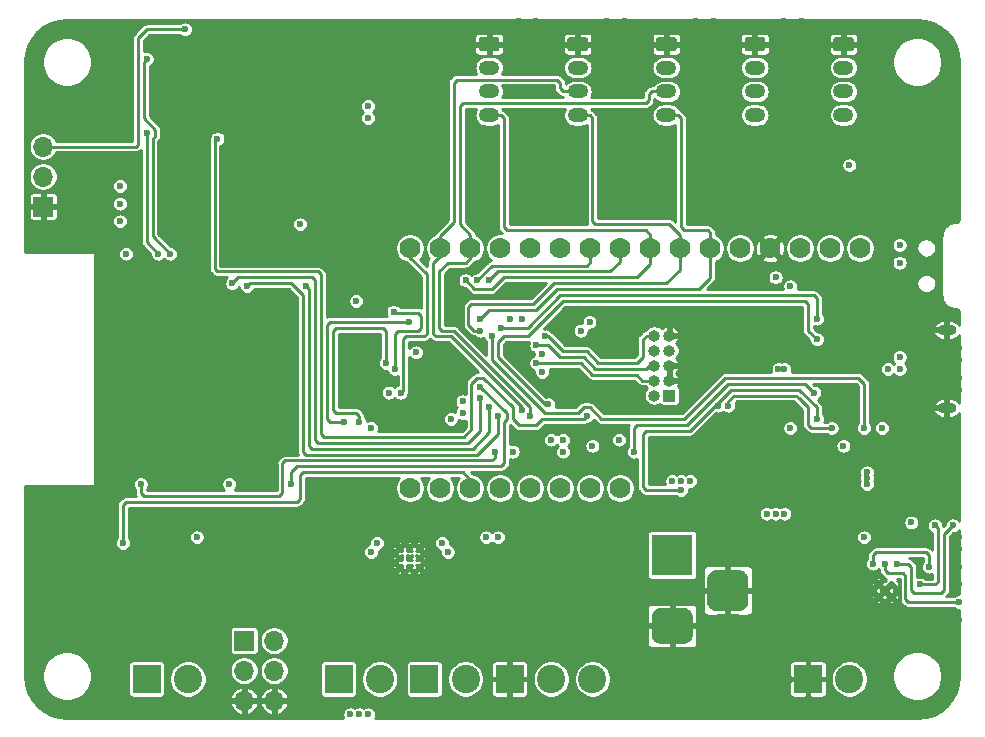
<source format=gbr>
G04 #@! TF.GenerationSoftware,KiCad,Pcbnew,5.1.5-1.fc31*
G04 #@! TF.CreationDate,2020-07-10T22:42:19+07:00*
G04 #@! TF.ProjectId,MP_SamBaseBoard_V1,4d505f53-616d-4426-9173-65426f617264,rev?*
G04 #@! TF.SameCoordinates,Original*
G04 #@! TF.FileFunction,Copper,L2,Inr*
G04 #@! TF.FilePolarity,Positive*
%FSLAX45Y45*%
G04 Gerber Fmt 4.5, Leading zero omitted, Abs format (unit mm)*
G04 Created by KiCad (PCBNEW 5.1.5-1.fc31) date 2020-07-10 22:42:19*
%MOMM*%
%LPD*%
G04 APERTURE LIST*
%ADD10C,1.778000*%
%ADD11O,1.700000X1.700000*%
%ADD12R,1.700000X1.700000*%
%ADD13O,1.750000X1.200000*%
%ADD14C,0.100000*%
%ADD15O,1.000000X1.000000*%
%ADD16R,1.000000X1.000000*%
%ADD17R,3.500000X3.500000*%
%ADD18C,0.500000*%
%ADD19O,1.600000X0.900000*%
%ADD20C,2.400000*%
%ADD21R,2.400000X2.400000*%
%ADD22C,0.600000*%
%ADD23C,0.250000*%
G04 APERTURE END LIST*
D10*
X19615000Y-9227000D03*
X19361000Y-9227000D03*
X19107000Y-9227000D03*
X18853000Y-9227000D03*
X15805000Y-9227000D03*
X16059000Y-9227000D03*
X16313000Y-9227000D03*
X16567000Y-9227000D03*
X16821000Y-9227000D03*
X17075000Y-9227000D03*
X17329000Y-9227000D03*
X17583000Y-9227000D03*
X17837000Y-9227000D03*
X18091000Y-9227000D03*
X18345000Y-9227000D03*
X18599000Y-9227000D03*
X15805000Y-11259000D03*
X16059000Y-11259000D03*
X16313000Y-11259000D03*
X16567000Y-11259000D03*
X16821000Y-11259000D03*
X17075000Y-11259000D03*
X17329000Y-11259000D03*
X17583000Y-11259000D03*
D11*
X14654000Y-13058000D03*
X14400000Y-13058000D03*
X14654000Y-12804000D03*
X14400000Y-12804000D03*
X14654000Y-12550000D03*
D12*
X14400000Y-12550000D03*
D13*
X16475000Y-8100000D03*
X16475000Y-7900000D03*
X16475000Y-7700000D03*
G04 #@! TA.AperFunction,ViaPad*
D14*
G36*
X16539950Y-7440120D02*
G01*
X16542377Y-7440480D01*
X16544757Y-7441076D01*
X16547067Y-7441903D01*
X16549285Y-7442952D01*
X16551389Y-7444213D01*
X16553360Y-7445675D01*
X16555178Y-7447322D01*
X16556825Y-7449140D01*
X16558287Y-7451111D01*
X16559548Y-7453215D01*
X16560597Y-7455433D01*
X16561423Y-7457743D01*
X16562020Y-7460123D01*
X16562380Y-7462549D01*
X16562500Y-7465000D01*
X16562500Y-7535000D01*
X16562380Y-7537450D01*
X16562020Y-7539877D01*
X16561423Y-7542257D01*
X16560597Y-7544567D01*
X16559548Y-7546785D01*
X16558287Y-7548889D01*
X16556825Y-7550860D01*
X16555178Y-7552678D01*
X16553360Y-7554325D01*
X16551389Y-7555787D01*
X16549285Y-7557048D01*
X16547067Y-7558097D01*
X16544757Y-7558923D01*
X16542377Y-7559520D01*
X16539950Y-7559880D01*
X16537500Y-7560000D01*
X16412500Y-7560000D01*
X16410049Y-7559880D01*
X16407623Y-7559520D01*
X16405243Y-7558923D01*
X16402933Y-7558097D01*
X16400715Y-7557048D01*
X16398611Y-7555787D01*
X16396640Y-7554325D01*
X16394822Y-7552678D01*
X16393175Y-7550860D01*
X16391713Y-7548889D01*
X16390452Y-7546785D01*
X16389403Y-7544567D01*
X16388576Y-7542257D01*
X16387980Y-7539877D01*
X16387620Y-7537450D01*
X16387500Y-7535000D01*
X16387500Y-7465000D01*
X16387620Y-7462549D01*
X16387980Y-7460123D01*
X16388576Y-7457743D01*
X16389403Y-7455433D01*
X16390452Y-7453215D01*
X16391713Y-7451111D01*
X16393175Y-7449140D01*
X16394822Y-7447322D01*
X16396640Y-7445675D01*
X16398611Y-7444213D01*
X16400715Y-7442952D01*
X16402933Y-7441903D01*
X16405243Y-7441076D01*
X16407623Y-7440480D01*
X16410049Y-7440120D01*
X16412500Y-7440000D01*
X16537500Y-7440000D01*
X16539950Y-7440120D01*
G37*
G04 #@! TD.AperFunction*
D13*
X17225000Y-8100000D03*
X17225000Y-7900000D03*
X17225000Y-7700000D03*
G04 #@! TA.AperFunction,ViaPad*
D14*
G36*
X17289951Y-7440120D02*
G01*
X17292377Y-7440480D01*
X17294757Y-7441076D01*
X17297067Y-7441903D01*
X17299285Y-7442952D01*
X17301389Y-7444213D01*
X17303360Y-7445675D01*
X17305178Y-7447322D01*
X17306825Y-7449140D01*
X17308287Y-7451111D01*
X17309548Y-7453215D01*
X17310597Y-7455433D01*
X17311424Y-7457743D01*
X17312020Y-7460123D01*
X17312380Y-7462549D01*
X17312500Y-7465000D01*
X17312500Y-7535000D01*
X17312380Y-7537450D01*
X17312020Y-7539877D01*
X17311424Y-7542257D01*
X17310597Y-7544567D01*
X17309548Y-7546785D01*
X17308287Y-7548889D01*
X17306825Y-7550860D01*
X17305178Y-7552678D01*
X17303360Y-7554325D01*
X17301389Y-7555787D01*
X17299285Y-7557048D01*
X17297067Y-7558097D01*
X17294757Y-7558923D01*
X17292377Y-7559520D01*
X17289951Y-7559880D01*
X17287500Y-7560000D01*
X17162500Y-7560000D01*
X17160050Y-7559880D01*
X17157623Y-7559520D01*
X17155243Y-7558923D01*
X17152933Y-7558097D01*
X17150715Y-7557048D01*
X17148611Y-7555787D01*
X17146640Y-7554325D01*
X17144822Y-7552678D01*
X17143175Y-7550860D01*
X17141713Y-7548889D01*
X17140452Y-7546785D01*
X17139403Y-7544567D01*
X17138577Y-7542257D01*
X17137980Y-7539877D01*
X17137620Y-7537450D01*
X17137500Y-7535000D01*
X17137500Y-7465000D01*
X17137620Y-7462549D01*
X17137980Y-7460123D01*
X17138577Y-7457743D01*
X17139403Y-7455433D01*
X17140452Y-7453215D01*
X17141713Y-7451111D01*
X17143175Y-7449140D01*
X17144822Y-7447322D01*
X17146640Y-7445675D01*
X17148611Y-7444213D01*
X17150715Y-7442952D01*
X17152933Y-7441903D01*
X17155243Y-7441076D01*
X17157623Y-7440480D01*
X17160050Y-7440120D01*
X17162500Y-7440000D01*
X17287500Y-7440000D01*
X17289951Y-7440120D01*
G37*
G04 #@! TD.AperFunction*
D13*
X17975000Y-8100000D03*
X17975000Y-7900000D03*
X17975000Y-7700000D03*
G04 #@! TA.AperFunction,ViaPad*
D14*
G36*
X18039951Y-7440120D02*
G01*
X18042377Y-7440480D01*
X18044757Y-7441076D01*
X18047067Y-7441903D01*
X18049285Y-7442952D01*
X18051389Y-7444213D01*
X18053360Y-7445675D01*
X18055178Y-7447322D01*
X18056825Y-7449140D01*
X18058287Y-7451111D01*
X18059548Y-7453215D01*
X18060597Y-7455433D01*
X18061424Y-7457743D01*
X18062020Y-7460123D01*
X18062380Y-7462549D01*
X18062500Y-7465000D01*
X18062500Y-7535000D01*
X18062380Y-7537450D01*
X18062020Y-7539877D01*
X18061424Y-7542257D01*
X18060597Y-7544567D01*
X18059548Y-7546785D01*
X18058287Y-7548889D01*
X18056825Y-7550860D01*
X18055178Y-7552678D01*
X18053360Y-7554325D01*
X18051389Y-7555787D01*
X18049285Y-7557048D01*
X18047067Y-7558097D01*
X18044757Y-7558923D01*
X18042377Y-7559520D01*
X18039951Y-7559880D01*
X18037500Y-7560000D01*
X17912500Y-7560000D01*
X17910050Y-7559880D01*
X17907623Y-7559520D01*
X17905243Y-7558923D01*
X17902933Y-7558097D01*
X17900715Y-7557048D01*
X17898611Y-7555787D01*
X17896640Y-7554325D01*
X17894822Y-7552678D01*
X17893175Y-7550860D01*
X17891713Y-7548889D01*
X17890452Y-7546785D01*
X17889403Y-7544567D01*
X17888577Y-7542257D01*
X17887980Y-7539877D01*
X17887620Y-7537450D01*
X17887500Y-7535000D01*
X17887500Y-7465000D01*
X17887620Y-7462549D01*
X17887980Y-7460123D01*
X17888577Y-7457743D01*
X17889403Y-7455433D01*
X17890452Y-7453215D01*
X17891713Y-7451111D01*
X17893175Y-7449140D01*
X17894822Y-7447322D01*
X17896640Y-7445675D01*
X17898611Y-7444213D01*
X17900715Y-7442952D01*
X17902933Y-7441903D01*
X17905243Y-7441076D01*
X17907623Y-7440480D01*
X17910050Y-7440120D01*
X17912500Y-7440000D01*
X18037500Y-7440000D01*
X18039951Y-7440120D01*
G37*
G04 #@! TD.AperFunction*
D13*
X18725000Y-8100000D03*
X18725000Y-7900000D03*
X18725000Y-7700000D03*
G04 #@! TA.AperFunction,ViaPad*
D14*
G36*
X18789951Y-7440120D02*
G01*
X18792377Y-7440480D01*
X18794757Y-7441076D01*
X18797067Y-7441903D01*
X18799285Y-7442952D01*
X18801389Y-7444213D01*
X18803360Y-7445675D01*
X18805178Y-7447322D01*
X18806825Y-7449140D01*
X18808287Y-7451111D01*
X18809548Y-7453215D01*
X18810597Y-7455433D01*
X18811424Y-7457743D01*
X18812020Y-7460123D01*
X18812380Y-7462549D01*
X18812500Y-7465000D01*
X18812500Y-7535000D01*
X18812380Y-7537450D01*
X18812020Y-7539877D01*
X18811424Y-7542257D01*
X18810597Y-7544567D01*
X18809548Y-7546785D01*
X18808287Y-7548889D01*
X18806825Y-7550860D01*
X18805178Y-7552678D01*
X18803360Y-7554325D01*
X18801389Y-7555787D01*
X18799285Y-7557048D01*
X18797067Y-7558097D01*
X18794757Y-7558923D01*
X18792377Y-7559520D01*
X18789951Y-7559880D01*
X18787500Y-7560000D01*
X18662500Y-7560000D01*
X18660050Y-7559880D01*
X18657623Y-7559520D01*
X18655243Y-7558923D01*
X18652933Y-7558097D01*
X18650715Y-7557048D01*
X18648611Y-7555787D01*
X18646640Y-7554325D01*
X18644822Y-7552678D01*
X18643175Y-7550860D01*
X18641713Y-7548889D01*
X18640452Y-7546785D01*
X18639403Y-7544567D01*
X18638577Y-7542257D01*
X18637980Y-7539877D01*
X18637620Y-7537450D01*
X18637500Y-7535000D01*
X18637500Y-7465000D01*
X18637620Y-7462549D01*
X18637980Y-7460123D01*
X18638577Y-7457743D01*
X18639403Y-7455433D01*
X18640452Y-7453215D01*
X18641713Y-7451111D01*
X18643175Y-7449140D01*
X18644822Y-7447322D01*
X18646640Y-7445675D01*
X18648611Y-7444213D01*
X18650715Y-7442952D01*
X18652933Y-7441903D01*
X18655243Y-7441076D01*
X18657623Y-7440480D01*
X18660050Y-7440120D01*
X18662500Y-7440000D01*
X18787500Y-7440000D01*
X18789951Y-7440120D01*
G37*
G04 #@! TD.AperFunction*
D13*
X19475000Y-8100000D03*
X19475000Y-7900000D03*
X19475000Y-7700000D03*
G04 #@! TA.AperFunction,ViaPad*
D14*
G36*
X19539951Y-7440120D02*
G01*
X19542377Y-7440480D01*
X19544757Y-7441076D01*
X19547067Y-7441903D01*
X19549285Y-7442952D01*
X19551389Y-7444213D01*
X19553360Y-7445675D01*
X19555178Y-7447322D01*
X19556825Y-7449140D01*
X19558287Y-7451111D01*
X19559548Y-7453215D01*
X19560597Y-7455433D01*
X19561424Y-7457743D01*
X19562020Y-7460123D01*
X19562380Y-7462549D01*
X19562500Y-7465000D01*
X19562500Y-7535000D01*
X19562380Y-7537450D01*
X19562020Y-7539877D01*
X19561424Y-7542257D01*
X19560597Y-7544567D01*
X19559548Y-7546785D01*
X19558287Y-7548889D01*
X19556825Y-7550860D01*
X19555178Y-7552678D01*
X19553360Y-7554325D01*
X19551389Y-7555787D01*
X19549285Y-7557048D01*
X19547067Y-7558097D01*
X19544757Y-7558923D01*
X19542377Y-7559520D01*
X19539951Y-7559880D01*
X19537500Y-7560000D01*
X19412500Y-7560000D01*
X19410050Y-7559880D01*
X19407623Y-7559520D01*
X19405243Y-7558923D01*
X19402933Y-7558097D01*
X19400715Y-7557048D01*
X19398611Y-7555787D01*
X19396640Y-7554325D01*
X19394822Y-7552678D01*
X19393175Y-7550860D01*
X19391713Y-7548889D01*
X19390452Y-7546785D01*
X19389403Y-7544567D01*
X19388577Y-7542257D01*
X19387980Y-7539877D01*
X19387620Y-7537450D01*
X19387500Y-7535000D01*
X19387500Y-7465000D01*
X19387620Y-7462549D01*
X19387980Y-7460123D01*
X19388577Y-7457743D01*
X19389403Y-7455433D01*
X19390452Y-7453215D01*
X19391713Y-7451111D01*
X19393175Y-7449140D01*
X19394822Y-7447322D01*
X19396640Y-7445675D01*
X19398611Y-7444213D01*
X19400715Y-7442952D01*
X19402933Y-7441903D01*
X19405243Y-7441076D01*
X19407623Y-7440480D01*
X19410050Y-7440120D01*
X19412500Y-7440000D01*
X19537500Y-7440000D01*
X19539951Y-7440120D01*
G37*
G04 #@! TD.AperFunction*
D15*
X17873000Y-9967000D03*
X18000000Y-9967000D03*
X17873000Y-10094000D03*
X18000000Y-10094000D03*
X17873000Y-10221000D03*
X18000000Y-10221000D03*
X17873000Y-10348000D03*
X18000000Y-10348000D03*
X17873000Y-10475000D03*
D16*
X18000000Y-10475000D03*
D11*
X12700000Y-8367000D03*
X12700000Y-8621000D03*
D12*
X12700000Y-8875000D03*
G04 #@! TA.AperFunction,ViaPad*
D14*
G36*
X18591077Y-11950421D02*
G01*
X18599570Y-11951681D01*
X18607900Y-11953768D01*
X18615985Y-11956660D01*
X18623747Y-11960332D01*
X18631112Y-11964746D01*
X18638009Y-11969862D01*
X18644372Y-11975628D01*
X18650138Y-11981991D01*
X18655254Y-11988888D01*
X18659668Y-11996253D01*
X18663340Y-12004015D01*
X18666232Y-12012100D01*
X18668319Y-12020430D01*
X18669579Y-12028923D01*
X18670000Y-12037500D01*
X18670000Y-12212500D01*
X18669579Y-12221076D01*
X18668319Y-12229570D01*
X18666232Y-12237900D01*
X18663340Y-12245985D01*
X18659668Y-12253747D01*
X18655254Y-12261112D01*
X18650138Y-12268009D01*
X18644372Y-12274372D01*
X18638009Y-12280138D01*
X18631112Y-12285254D01*
X18623747Y-12289668D01*
X18615985Y-12293339D01*
X18607900Y-12296232D01*
X18599570Y-12298319D01*
X18591077Y-12299579D01*
X18582500Y-12300000D01*
X18407500Y-12300000D01*
X18398924Y-12299579D01*
X18390430Y-12298319D01*
X18382100Y-12296232D01*
X18374015Y-12293339D01*
X18366253Y-12289668D01*
X18358888Y-12285254D01*
X18351991Y-12280138D01*
X18345628Y-12274372D01*
X18339862Y-12268009D01*
X18334746Y-12261112D01*
X18330332Y-12253747D01*
X18326661Y-12245985D01*
X18323768Y-12237900D01*
X18321681Y-12229570D01*
X18320421Y-12221076D01*
X18320000Y-12212500D01*
X18320000Y-12037500D01*
X18320421Y-12028923D01*
X18321681Y-12020430D01*
X18323768Y-12012100D01*
X18326661Y-12004015D01*
X18330332Y-11996253D01*
X18334746Y-11988888D01*
X18339862Y-11981991D01*
X18345628Y-11975628D01*
X18351991Y-11969862D01*
X18358888Y-11964746D01*
X18366253Y-11960332D01*
X18374015Y-11956660D01*
X18382100Y-11953768D01*
X18390430Y-11951681D01*
X18398924Y-11950421D01*
X18407500Y-11950000D01*
X18582500Y-11950000D01*
X18591077Y-11950421D01*
G37*
G04 #@! TD.AperFunction*
G04 #@! TA.AperFunction,ViaPad*
G36*
X18132351Y-12275361D02*
G01*
X18139632Y-12276441D01*
X18146771Y-12278229D01*
X18153701Y-12280709D01*
X18160355Y-12283856D01*
X18166668Y-12287640D01*
X18172580Y-12292024D01*
X18178033Y-12296967D01*
X18182976Y-12302420D01*
X18187360Y-12308332D01*
X18191144Y-12314645D01*
X18194291Y-12321299D01*
X18196771Y-12328229D01*
X18198559Y-12335368D01*
X18199639Y-12342649D01*
X18200000Y-12350000D01*
X18200000Y-12500000D01*
X18199639Y-12507351D01*
X18198559Y-12514632D01*
X18196771Y-12521771D01*
X18194291Y-12528701D01*
X18191144Y-12535355D01*
X18187360Y-12541668D01*
X18182976Y-12547579D01*
X18178033Y-12553033D01*
X18172580Y-12557976D01*
X18166668Y-12562360D01*
X18160355Y-12566144D01*
X18153701Y-12569291D01*
X18146771Y-12571770D01*
X18139632Y-12573559D01*
X18132351Y-12574639D01*
X18125000Y-12575000D01*
X17925000Y-12575000D01*
X17917649Y-12574639D01*
X17910368Y-12573559D01*
X17903229Y-12571770D01*
X17896299Y-12569291D01*
X17889645Y-12566144D01*
X17883332Y-12562360D01*
X17877421Y-12557976D01*
X17871967Y-12553033D01*
X17867024Y-12547579D01*
X17862640Y-12541668D01*
X17858856Y-12535355D01*
X17855709Y-12528701D01*
X17853230Y-12521771D01*
X17851441Y-12514632D01*
X17850361Y-12507351D01*
X17850000Y-12500000D01*
X17850000Y-12350000D01*
X17850361Y-12342649D01*
X17851441Y-12335368D01*
X17853230Y-12328229D01*
X17855709Y-12321299D01*
X17858856Y-12314645D01*
X17862640Y-12308332D01*
X17867024Y-12302420D01*
X17871967Y-12296967D01*
X17877421Y-12292024D01*
X17883332Y-12287640D01*
X17889645Y-12283856D01*
X17896299Y-12280709D01*
X17903229Y-12278229D01*
X17910368Y-12276441D01*
X17917649Y-12275361D01*
X17925000Y-12275000D01*
X18125000Y-12275000D01*
X18132351Y-12275361D01*
G37*
G04 #@! TD.AperFunction*
D17*
X18025000Y-11825000D03*
D18*
X15879358Y-11769358D03*
X15879358Y-11849358D03*
X15879358Y-11929358D03*
X15799358Y-11769358D03*
X15799358Y-11849358D03*
X15799358Y-11929358D03*
X15719358Y-11769358D03*
X15719358Y-11849358D03*
X15719358Y-11929358D03*
D19*
X20350000Y-10580000D03*
X20350000Y-9920000D03*
D20*
X19525000Y-12875000D03*
D21*
X19175000Y-12875000D03*
D20*
X13925000Y-12875000D03*
D21*
X13575000Y-12875000D03*
D18*
X19880000Y-12070000D03*
X19880000Y-12180000D03*
X19770000Y-12070000D03*
X19770000Y-12180000D03*
D20*
X15550000Y-12875000D03*
D21*
X15200000Y-12875000D03*
D20*
X16275000Y-12875000D03*
D21*
X15925000Y-12875000D03*
D20*
X17000000Y-12875000D03*
X17350000Y-12875000D03*
D21*
X16650000Y-12875000D03*
D22*
X14025000Y-10350000D03*
X13825000Y-10550000D03*
X14225000Y-10550000D03*
X14225000Y-10150000D03*
X13825000Y-10150000D03*
X17000000Y-10375000D03*
X17550000Y-10525000D03*
X20450000Y-10325000D03*
X20450000Y-10425000D03*
X20450000Y-10175000D03*
X20450000Y-10075000D03*
X15225000Y-11350000D03*
X15350000Y-11350000D03*
X15575000Y-12050000D03*
X16025000Y-12050000D03*
X17675000Y-10600000D03*
X16125000Y-10175000D03*
X12775000Y-11650000D03*
X12775000Y-11450000D03*
X12775000Y-11550000D03*
X17625000Y-7300000D03*
X17625000Y-7400000D03*
X18375000Y-7400000D03*
X18375000Y-7300000D03*
X19125000Y-7300000D03*
X19125000Y-7400000D03*
X16875000Y-7400000D03*
X16875000Y-7300000D03*
X16625000Y-9550000D03*
X16700000Y-9550000D03*
X16125000Y-10325000D03*
X16250000Y-10250000D03*
X17700000Y-10100000D03*
X17700000Y-10000000D03*
X13275000Y-9275000D03*
X13275000Y-9525000D03*
X13275000Y-10975000D03*
X13275000Y-11225000D03*
X17475000Y-7300000D03*
X17475000Y-7400000D03*
X16725000Y-7400000D03*
X16725000Y-7300000D03*
X18225000Y-7300000D03*
X18225000Y-7400000D03*
X18975000Y-7400000D03*
X18975000Y-7300000D03*
X18250000Y-7875000D03*
X18350000Y-7875000D03*
X17600000Y-7875000D03*
X17500000Y-7875000D03*
X16850000Y-7875000D03*
X16750000Y-7875000D03*
X15875000Y-9500000D03*
X15775000Y-9500000D03*
X16150000Y-9500000D03*
X15275000Y-10150000D03*
X15275000Y-10050000D03*
X15275000Y-10250000D03*
X15575000Y-9500000D03*
X15675000Y-9500000D03*
X15375000Y-10150000D03*
X15375000Y-10250000D03*
X15100000Y-11350000D03*
X15475000Y-11350000D03*
X15920000Y-10725000D03*
X15985000Y-10725000D03*
X17100000Y-10750000D03*
X17200000Y-10750000D03*
X15375000Y-11725000D03*
X15225000Y-11725000D03*
X19550000Y-12150000D03*
X20050000Y-12300000D03*
X20125000Y-12300000D03*
X20125000Y-11975000D03*
X15575000Y-12125000D03*
X15650000Y-12125000D03*
X16025000Y-12125000D03*
X15950000Y-12125000D03*
X20450000Y-11925000D03*
X20450000Y-12075000D03*
X20450000Y-12375000D03*
X20450000Y-11675000D03*
X20450000Y-11775000D03*
X19650000Y-11525000D03*
X19550000Y-11425000D03*
X19750000Y-11425000D03*
X19950000Y-9875000D03*
X19950000Y-9950000D03*
X19950000Y-10025000D03*
X19950000Y-10550000D03*
X19950000Y-10475000D03*
X20125000Y-11875000D03*
X16925000Y-11725000D03*
X17000000Y-11725000D03*
X17075000Y-11725000D03*
X19350000Y-12575000D03*
X19525000Y-12575000D03*
X19175000Y-12575000D03*
X19950000Y-10625000D03*
X19750000Y-11525000D03*
X19650000Y-11425000D03*
X19550000Y-11525000D03*
X18550000Y-10800000D03*
X18550000Y-10850000D03*
X19400000Y-10975000D03*
X19975000Y-11075000D03*
X19975000Y-11175000D03*
X19975000Y-11275000D03*
X18550000Y-11200000D03*
X18750000Y-11200000D03*
X18650000Y-11200000D03*
X18850000Y-11200000D03*
X18550000Y-11000000D03*
X18550000Y-11100000D03*
X17875000Y-10875000D03*
X18075000Y-10875000D03*
X17975000Y-10875000D03*
X18175000Y-10875000D03*
X18275000Y-10875000D03*
X19225000Y-11550000D03*
X19225000Y-11400000D03*
X18590000Y-10560000D03*
X18680000Y-10560000D03*
X18860000Y-10560000D03*
X18770000Y-10560000D03*
X18950000Y-12200000D03*
X19075000Y-12200000D03*
X19225000Y-11900000D03*
X19225000Y-12050000D03*
X19200000Y-10250000D03*
X19275000Y-10250000D03*
X19350000Y-10250000D03*
X18550000Y-11775000D03*
X18650000Y-11775000D03*
X18650000Y-11875000D03*
X18550000Y-11875000D03*
X18550000Y-11300000D03*
X18550000Y-11400000D03*
X18550000Y-11500000D03*
X19750000Y-10350000D03*
X19675000Y-10275000D03*
X19950000Y-9525000D03*
X19950000Y-9675000D03*
X19875000Y-9525000D03*
X19875000Y-9675000D03*
X20225000Y-8025000D03*
X19925000Y-8075000D03*
X20025000Y-8075000D03*
X20075000Y-8625000D03*
X20275000Y-8625000D03*
X20175000Y-8625000D03*
X20400000Y-8975000D03*
X20400000Y-9775000D03*
X20300000Y-8425000D03*
X20250000Y-8425000D03*
X15100000Y-11225000D03*
X15225000Y-11225000D03*
X15475000Y-11225000D03*
X15350000Y-11225000D03*
X15600000Y-11225000D03*
X15600000Y-11350000D03*
X14975000Y-11350000D03*
X14975000Y-11225000D03*
X16425000Y-10075000D03*
X16350000Y-10000000D03*
X13600000Y-12300000D03*
X14100000Y-12175000D03*
X13925000Y-12175000D03*
X13750000Y-7525000D03*
X13750000Y-7725000D03*
X13750000Y-8150000D03*
X13750000Y-8350000D03*
X14350000Y-8400000D03*
X14350000Y-7775000D03*
X13900000Y-8500000D03*
X13900000Y-7875000D03*
X16150000Y-9825000D03*
X16440000Y-9330000D03*
X17150000Y-9775000D03*
X18875000Y-9775000D03*
X16375000Y-8275000D03*
X16475000Y-8275000D03*
X17125000Y-8275000D03*
X17225000Y-8275000D03*
X17875000Y-8275000D03*
X17975000Y-8275000D03*
X18625000Y-8275000D03*
X18725000Y-8275000D03*
X14975000Y-8825000D03*
X15125000Y-8825000D03*
X15275000Y-8825000D03*
X15425000Y-8825000D03*
X14975000Y-8900000D03*
X15125000Y-8900000D03*
X15775000Y-8825000D03*
X15925000Y-8825000D03*
X15205000Y-8125000D03*
X15205000Y-8050000D03*
X15205000Y-8425000D03*
X15205000Y-8500000D03*
X15275000Y-9000000D03*
X15425000Y-9000000D03*
X13600000Y-11525000D03*
X13800000Y-11525000D03*
X14000000Y-11525000D03*
X17000000Y-10850000D03*
X15350000Y-9675000D03*
X15855000Y-10110000D03*
X15475000Y-10750000D03*
X16150000Y-10675000D03*
X16925000Y-10275000D03*
X17575000Y-10850000D03*
X19675000Y-11125000D03*
X19675000Y-11225000D03*
X19675000Y-11175000D03*
X15300000Y-13175000D03*
X19800000Y-10750000D03*
X20050000Y-11550000D03*
X15375000Y-13175000D03*
X15450000Y-13175000D03*
X19525000Y-8525000D03*
X16650000Y-9825000D03*
X19025000Y-10750000D03*
X18975000Y-11475000D03*
X18900000Y-11475000D03*
X18825000Y-11475000D03*
X18975000Y-10250000D03*
X18925000Y-10250000D03*
X13350000Y-8850000D03*
X13350000Y-8700000D03*
X13350000Y-9000000D03*
X16550000Y-11675000D03*
X16450000Y-11675000D03*
X18025000Y-11200000D03*
X18100000Y-11200000D03*
X18175000Y-11200000D03*
X18500000Y-10560000D03*
X19375000Y-10750000D03*
X19825000Y-11900000D03*
X20450000Y-12225000D03*
X19950000Y-9200000D03*
X17300000Y-10650000D03*
X14175000Y-8300000D03*
X13900000Y-7375000D03*
X16075000Y-11725000D03*
X15525000Y-11725000D03*
X15475000Y-11800000D03*
X16675000Y-10950000D03*
X16125000Y-11800000D03*
X13375000Y-11725000D03*
X17325000Y-9850000D03*
X19025000Y-9550000D03*
X15450000Y-8125000D03*
X17250000Y-9925000D03*
X18900000Y-9475000D03*
X15450000Y-8025000D03*
X16750000Y-9825000D03*
X14000000Y-11675000D03*
X16400000Y-9825000D03*
X16400000Y-9925000D03*
X16275000Y-9500000D03*
X16475000Y-9500000D03*
X14875000Y-9025000D03*
X16375000Y-9500000D03*
X14300000Y-9525000D03*
X16400000Y-10500000D03*
X14800000Y-11225000D03*
X16400000Y-10400000D03*
X13400000Y-9275000D03*
X16250000Y-10525000D03*
X16825000Y-10650000D03*
X13675000Y-9275000D03*
X13575000Y-8250000D03*
X16750000Y-10600000D03*
X13775000Y-9275000D03*
X13575000Y-7625000D03*
X15725000Y-10450000D03*
X16950000Y-9975000D03*
X15625000Y-10450000D03*
X16925000Y-10125000D03*
X16875000Y-10200000D03*
X16875000Y-10050000D03*
X17700000Y-10950000D03*
X19225000Y-10450000D03*
X19650000Y-10750000D03*
X16500000Y-9975000D03*
X15665500Y-9764500D03*
X15675000Y-10250000D03*
X19950000Y-9350000D03*
X19650000Y-11675000D03*
X16975000Y-10550000D03*
X19250000Y-10000000D03*
X19250000Y-9825000D03*
X16575000Y-9900000D03*
X15800000Y-9850000D03*
X15250000Y-10700000D03*
X15375000Y-10700000D03*
X15600000Y-10200000D03*
X17100000Y-10950000D03*
X19850000Y-10250000D03*
X19950000Y-10250000D03*
X17100000Y-10850000D03*
X19950000Y-10150000D03*
X19475000Y-10900000D03*
X17350000Y-10900000D03*
X19725000Y-11900000D03*
X20200000Y-11925000D03*
X20250000Y-11575000D03*
X20125000Y-12075000D03*
X19925000Y-11900000D03*
X20400000Y-11575000D03*
X16550000Y-10650000D03*
X14425000Y-9550000D03*
X16475000Y-10575000D03*
X14925000Y-9550000D03*
X16250000Y-10625000D03*
X14275000Y-11225000D03*
X13525000Y-11225000D03*
X16525000Y-10950000D03*
X18100000Y-11275000D03*
X19250000Y-10675000D03*
X18410000Y-10560000D03*
D23*
X19075000Y-10475000D02*
X19100000Y-10500000D01*
X18550000Y-10475000D02*
X19075000Y-10475000D01*
X18500000Y-10560000D02*
X18500000Y-10525000D01*
X18500000Y-10525000D02*
X18550000Y-10475000D01*
X19100000Y-10500000D02*
X19175000Y-10575000D01*
X19175000Y-10575000D02*
X19175000Y-10725000D01*
X19175000Y-10725000D02*
X19200000Y-10750000D01*
X19200000Y-10750000D02*
X19375000Y-10750000D01*
X20025000Y-12225000D02*
X20450000Y-12225000D01*
X20000000Y-12200000D02*
X20025000Y-12225000D01*
X19825000Y-11956250D02*
X19850000Y-11981250D01*
X19825000Y-11900000D02*
X19825000Y-11956250D01*
X19850000Y-11981250D02*
X19981250Y-11981250D01*
X19981250Y-11981250D02*
X20000000Y-12000000D01*
X20000000Y-12000000D02*
X20000000Y-12200000D01*
X17275000Y-10675000D02*
X17300000Y-10650000D01*
X16725000Y-10725000D02*
X16875000Y-10725000D01*
X16675000Y-10675000D02*
X16725000Y-10725000D01*
X16875000Y-10725000D02*
X16925000Y-10675000D01*
X16375000Y-10325000D02*
X16425000Y-10325000D01*
X16675000Y-10575000D02*
X16675000Y-10675000D01*
X14150000Y-9400000D02*
X14175000Y-9425000D01*
X16425000Y-10325000D02*
X16675000Y-10575000D01*
X14175000Y-8300000D02*
X14150000Y-8325000D01*
X15075000Y-10825000D02*
X16262500Y-10825000D01*
X16925000Y-10675000D02*
X17275000Y-10675000D01*
X14175000Y-9425000D02*
X15025000Y-9425000D01*
X16325000Y-10762500D02*
X16325000Y-10375000D01*
X14150000Y-8325000D02*
X14150000Y-9400000D01*
X15050000Y-9450000D02*
X15050000Y-10800000D01*
X15050000Y-10800000D02*
X15075000Y-10825000D01*
X15025000Y-9425000D02*
X15050000Y-9450000D01*
X16262500Y-10825000D02*
X16325000Y-10762500D01*
X16325000Y-10375000D02*
X16375000Y-10325000D01*
X12700000Y-8367000D02*
X13483000Y-8367000D01*
X13483000Y-8367000D02*
X13500000Y-8350000D01*
X13500000Y-8350000D02*
X13500000Y-7450000D01*
X13500000Y-7450000D02*
X13575000Y-7375000D01*
X13575000Y-7375000D02*
X13900000Y-7375000D01*
X16313000Y-11188000D02*
X16313000Y-11259000D01*
X16250000Y-11125000D02*
X16313000Y-11188000D01*
X13400000Y-11375000D02*
X14850000Y-11375000D01*
X14875000Y-11350000D02*
X14875000Y-11150000D01*
X14875000Y-11150000D02*
X14900000Y-11125000D01*
X13375000Y-11400000D02*
X13400000Y-11375000D01*
X14900000Y-11125000D02*
X16250000Y-11125000D01*
X14850000Y-11375000D02*
X14875000Y-11350000D01*
X13375000Y-11400000D02*
X13375000Y-11725000D01*
X16475000Y-9750000D02*
X16400000Y-9825000D01*
X18345000Y-9480000D02*
X18250000Y-9575000D01*
X18345000Y-9227000D02*
X18345000Y-9480000D01*
X18250000Y-9575000D02*
X17050000Y-9575000D01*
X17050000Y-9575000D02*
X16875000Y-9750000D01*
X16875000Y-9750000D02*
X16475000Y-9750000D01*
X17975000Y-8100000D02*
X18075000Y-8100000D01*
X18075000Y-8100000D02*
X18100000Y-8125000D01*
X18100000Y-8125000D02*
X18100000Y-9050000D01*
X18100000Y-9050000D02*
X18125000Y-9075000D01*
X18125000Y-9075000D02*
X18325000Y-9075000D01*
X18345000Y-9095000D02*
X18325000Y-9075000D01*
X18345000Y-9227000D02*
X18345000Y-9095000D01*
X18091000Y-9409000D02*
X18091000Y-9227000D01*
X17025000Y-9525000D02*
X17975000Y-9525000D01*
X16350000Y-9925000D02*
X16300000Y-9875000D01*
X17975000Y-9525000D02*
X18091000Y-9409000D01*
X16400000Y-9925000D02*
X16350000Y-9925000D01*
X16300000Y-9875000D02*
X16300000Y-9725000D01*
X16850000Y-9700000D02*
X17025000Y-9525000D01*
X16300000Y-9725000D02*
X16325000Y-9700000D01*
X16325000Y-9700000D02*
X16850000Y-9700000D01*
X17225000Y-8100000D02*
X17325000Y-8100000D01*
X17325000Y-8100000D02*
X17350000Y-8125000D01*
X17350000Y-8125000D02*
X17350000Y-9000000D01*
X17350000Y-9000000D02*
X17375000Y-9025000D01*
X18091000Y-9227000D02*
X18091000Y-9116000D01*
X18091000Y-9116000D02*
X18000000Y-9025000D01*
X17375000Y-9025000D02*
X18000000Y-9025000D01*
X16350000Y-9575000D02*
X16275000Y-9500000D01*
X17837000Y-9363000D02*
X17725000Y-9475000D01*
X17725000Y-9475000D02*
X16600000Y-9475000D01*
X17837000Y-9227000D02*
X17837000Y-9363000D01*
X16500000Y-9575000D02*
X16350000Y-9575000D01*
X16600000Y-9475000D02*
X16500000Y-9575000D01*
X17837000Y-9112000D02*
X17800000Y-9075000D01*
X17837000Y-9227000D02*
X17837000Y-9112000D01*
X16475000Y-8100000D02*
X16575000Y-8100000D01*
X16575000Y-8100000D02*
X16600000Y-8125000D01*
X16600000Y-8125000D02*
X16600000Y-9050000D01*
X16600000Y-9050000D02*
X16625000Y-9075000D01*
X16625000Y-9075000D02*
X17800000Y-9075000D01*
X16550000Y-9425000D02*
X16475000Y-9500000D01*
X17500000Y-9425000D02*
X16550000Y-9425000D01*
X17583000Y-9227000D02*
X17583000Y-9342000D01*
X17583000Y-9342000D02*
X17500000Y-9425000D01*
X17329000Y-9346000D02*
X17329000Y-9227000D01*
X17300000Y-9375000D02*
X17329000Y-9346000D01*
X16375000Y-9500000D02*
X16500000Y-9375000D01*
X16500000Y-9375000D02*
X17300000Y-9375000D01*
X15000000Y-9500000D02*
X14975000Y-9475000D01*
X16300000Y-10875000D02*
X15025000Y-10875000D01*
X16400000Y-10500000D02*
X16400000Y-10775000D01*
X15025000Y-10875000D02*
X15000000Y-10850000D01*
X16400000Y-10775000D02*
X16300000Y-10875000D01*
X15000000Y-10850000D02*
X15000000Y-9500000D01*
X14975000Y-9475000D02*
X14350000Y-9475000D01*
X14350000Y-9475000D02*
X14300000Y-9525000D01*
X14800000Y-11225000D02*
X14800000Y-11125000D01*
X14800000Y-11125000D02*
X14850000Y-11075000D01*
X16575000Y-11075000D02*
X16600000Y-11050000D01*
X14850000Y-11075000D02*
X16575000Y-11075000D01*
X16600000Y-11050000D02*
X16600000Y-10700000D01*
X16600000Y-10700000D02*
X16625000Y-10675000D01*
X16625000Y-10675000D02*
X16625000Y-10625000D01*
X16625000Y-10625000D02*
X16400000Y-10400000D01*
X13575000Y-9175000D02*
X13575000Y-8250000D01*
X13675000Y-9275000D02*
X13575000Y-9175000D01*
X16175000Y-9925000D02*
X16825000Y-10575000D01*
X16050000Y-9900000D02*
X16075000Y-9925000D01*
X16313000Y-9227000D02*
X16313000Y-9312000D01*
X16275000Y-9350000D02*
X16125000Y-9350000D01*
X16825000Y-10575000D02*
X16825000Y-10650000D01*
X16075000Y-9925000D02*
X16175000Y-9925000D01*
X16125000Y-9350000D02*
X16050000Y-9425000D01*
X16313000Y-9312000D02*
X16275000Y-9350000D01*
X16050000Y-9425000D02*
X16050000Y-9900000D01*
X17850000Y-7900000D02*
X17975000Y-7900000D01*
X17825000Y-7925000D02*
X17850000Y-7900000D01*
X17800000Y-8000000D02*
X17825000Y-7975000D01*
X16313000Y-9113000D02*
X16225000Y-9025000D01*
X17825000Y-7975000D02*
X17825000Y-7925000D01*
X16313000Y-9227000D02*
X16313000Y-9113000D01*
X16225000Y-9025000D02*
X16225000Y-8025000D01*
X16225000Y-8025000D02*
X16250000Y-8000000D01*
X16250000Y-8000000D02*
X17800000Y-8000000D01*
X13550000Y-8125000D02*
X13550000Y-7650000D01*
X13625000Y-9125000D02*
X13625000Y-8300000D01*
X13625000Y-8300000D02*
X13650000Y-8275000D01*
X13775000Y-9275000D02*
X13625000Y-9125000D01*
X13650000Y-8275000D02*
X13650000Y-8225000D01*
X13550000Y-7650000D02*
X13575000Y-7625000D01*
X13650000Y-8225000D02*
X13550000Y-8125000D01*
X16750000Y-10575000D02*
X16750000Y-10600000D01*
X16150000Y-9975000D02*
X16750000Y-10575000D01*
X16059000Y-9227000D02*
X16059000Y-9291000D01*
X16000000Y-9950000D02*
X16025000Y-9975000D01*
X16059000Y-9291000D02*
X16000000Y-9350000D01*
X16025000Y-9975000D02*
X16150000Y-9975000D01*
X16000000Y-9350000D02*
X16000000Y-9950000D01*
X17100000Y-7900000D02*
X17225000Y-7900000D01*
X17075000Y-7875000D02*
X17100000Y-7900000D01*
X17050000Y-7800000D02*
X17075000Y-7825000D01*
X16059000Y-9125000D02*
X16175000Y-9009000D01*
X16059000Y-9227000D02*
X16059000Y-9125000D01*
X17075000Y-7825000D02*
X17075000Y-7875000D01*
X16175000Y-7825000D02*
X16200000Y-7800000D01*
X16175000Y-9009000D02*
X16175000Y-7825000D01*
X16200000Y-7800000D02*
X17050000Y-7800000D01*
X15950000Y-9450000D02*
X15800000Y-9300000D01*
X15775000Y-9975000D02*
X15925000Y-9975000D01*
X15750000Y-10425000D02*
X15750000Y-10000000D01*
X15725000Y-10450000D02*
X15750000Y-10425000D01*
X15925000Y-9975000D02*
X15950000Y-9950000D01*
X15750000Y-10000000D02*
X15775000Y-9975000D01*
X15950000Y-9950000D02*
X15950000Y-9450000D01*
X15800000Y-9300000D02*
X15800000Y-9225000D01*
X17100000Y-10100000D02*
X16975000Y-9975000D01*
X17300000Y-10100000D02*
X17100000Y-10100000D01*
X17873000Y-9967000D02*
X17808000Y-9967000D01*
X16975000Y-9975000D02*
X16950000Y-9975000D01*
X17775000Y-10150000D02*
X17725000Y-10200000D01*
X17808000Y-9967000D02*
X17775000Y-10000000D01*
X17775000Y-10000000D02*
X17775000Y-10150000D01*
X17400000Y-10200000D02*
X17300000Y-10100000D01*
X17725000Y-10200000D02*
X17400000Y-10200000D01*
X17250000Y-10200000D02*
X16875000Y-10200000D01*
X17350000Y-10300000D02*
X17250000Y-10200000D01*
X17725000Y-10300000D02*
X17350000Y-10300000D01*
X17873000Y-10348000D02*
X17773000Y-10348000D01*
X17773000Y-10348000D02*
X17725000Y-10300000D01*
X17375000Y-10250000D02*
X17800000Y-10250000D01*
X17275000Y-10150000D02*
X17375000Y-10250000D01*
X17075000Y-10150000D02*
X17275000Y-10150000D01*
X16875000Y-10050000D02*
X16975000Y-10050000D01*
X16975000Y-10050000D02*
X17075000Y-10150000D01*
X17829000Y-10221000D02*
X17800000Y-10250000D01*
X17873000Y-10221000D02*
X17829000Y-10221000D01*
X17700000Y-10750000D02*
X17700000Y-10950000D01*
X17725000Y-10725000D02*
X17700000Y-10750000D01*
X19225000Y-10450000D02*
X19150000Y-10375000D01*
X18500000Y-10375000D02*
X18150000Y-10725000D01*
X19150000Y-10375000D02*
X18500000Y-10375000D01*
X18150000Y-10725000D02*
X17725000Y-10725000D01*
X19600000Y-10325000D02*
X19650000Y-10375000D01*
X18475000Y-10325000D02*
X19600000Y-10325000D01*
X16500000Y-9975000D02*
X16500000Y-10175000D01*
X18125000Y-10675000D02*
X18475000Y-10325000D01*
X16500000Y-10175000D02*
X16950000Y-10625000D01*
X17275000Y-10575000D02*
X17325000Y-10575000D01*
X16950000Y-10625000D02*
X17225000Y-10625000D01*
X19650000Y-10375000D02*
X19650000Y-10750000D01*
X17225000Y-10625000D02*
X17275000Y-10575000D01*
X17325000Y-10575000D02*
X17425000Y-10675000D01*
X17425000Y-10675000D02*
X18125000Y-10675000D01*
X15675000Y-9950000D02*
X15700000Y-9925000D01*
X15900000Y-9900000D02*
X15900000Y-9800000D01*
X15675000Y-10250000D02*
X15675000Y-9950000D01*
X15700000Y-9925000D02*
X15875000Y-9925000D01*
X15875000Y-9925000D02*
X15900000Y-9900000D01*
X15900000Y-9800000D02*
X15875000Y-9775000D01*
X15875000Y-9775000D02*
X15675000Y-9775000D01*
X15675000Y-9774000D02*
X15665500Y-9764500D01*
X15675000Y-9775000D02*
X15675000Y-9774000D01*
X19175000Y-9925000D02*
X19250000Y-10000000D01*
X19175000Y-9700000D02*
X19175000Y-9925000D01*
X19150000Y-9675000D02*
X19175000Y-9700000D01*
X17100000Y-9675000D02*
X19150000Y-9675000D01*
X16800000Y-9975000D02*
X17100000Y-9675000D01*
X16950000Y-10550000D02*
X16550000Y-10150000D01*
X16975000Y-10550000D02*
X16950000Y-10550000D01*
X16600000Y-9975000D02*
X16800000Y-9975000D01*
X16550000Y-10150000D02*
X16550000Y-10025000D01*
X16550000Y-10025000D02*
X16600000Y-9975000D01*
X19250000Y-9650000D02*
X19250000Y-9825000D01*
X19225000Y-9625000D02*
X19250000Y-9650000D01*
X17075000Y-9625000D02*
X19225000Y-9625000D01*
X16575000Y-9900000D02*
X16800000Y-9900000D01*
X16800000Y-9900000D02*
X17075000Y-9625000D01*
X15125000Y-9850000D02*
X15800000Y-9850000D01*
X15100000Y-9875000D02*
X15125000Y-9850000D01*
X15250000Y-10700000D02*
X15125000Y-10700000D01*
X15100000Y-10675000D02*
X15100000Y-9875000D01*
X15125000Y-10700000D02*
X15100000Y-10675000D01*
X15375000Y-10700000D02*
X15375000Y-10650000D01*
X15375000Y-10650000D02*
X15350000Y-10625000D01*
X15350000Y-10625000D02*
X15175000Y-10625000D01*
X15175000Y-10625000D02*
X15150000Y-10600000D01*
X15150000Y-10600000D02*
X15150000Y-9925000D01*
X15150000Y-9925000D02*
X15175000Y-9900000D01*
X15175000Y-9900000D02*
X15575000Y-9900000D01*
X15600000Y-9925000D02*
X15600000Y-10200000D01*
X15575000Y-9900000D02*
X15600000Y-9925000D01*
X20175000Y-11800000D02*
X20200000Y-11825000D01*
X19750000Y-11800000D02*
X20175000Y-11800000D01*
X19725000Y-11900000D02*
X19725000Y-11825000D01*
X20200000Y-11825000D02*
X20200000Y-11925000D01*
X19725000Y-11825000D02*
X19750000Y-11800000D01*
X20275000Y-11600000D02*
X20250000Y-11575000D01*
X20275000Y-12050000D02*
X20275000Y-11600000D01*
X20250000Y-12075000D02*
X20275000Y-12050000D01*
X20125000Y-12075000D02*
X20250000Y-12075000D01*
X20325000Y-12125000D02*
X20325000Y-11650000D01*
X20325000Y-11650000D02*
X20400000Y-11575000D01*
X20025000Y-11900000D02*
X20050000Y-11925000D01*
X20300000Y-12150000D02*
X20325000Y-12125000D01*
X20075000Y-12150000D02*
X20300000Y-12150000D01*
X19925000Y-11900000D02*
X20025000Y-11900000D01*
X20050000Y-11925000D02*
X20050000Y-12125000D01*
X20050000Y-12125000D02*
X20075000Y-12150000D01*
X16550000Y-10800000D02*
X16550000Y-10650000D01*
X16375000Y-10975000D02*
X16550000Y-10800000D01*
X14900000Y-10950000D02*
X14925000Y-10975000D01*
X14900000Y-9625000D02*
X14900000Y-10950000D01*
X14925000Y-10975000D02*
X16375000Y-10975000D01*
X14450000Y-9525000D02*
X14800000Y-9525000D01*
X14425000Y-9550000D02*
X14450000Y-9525000D01*
X14800000Y-9525000D02*
X14900000Y-9625000D01*
X14950000Y-9575000D02*
X14925000Y-9550000D01*
X16475000Y-10575000D02*
X16475000Y-10787500D01*
X16337500Y-10925000D02*
X14975000Y-10925000D01*
X14950000Y-10900000D02*
X14950000Y-9575000D01*
X16475000Y-10787500D02*
X16337500Y-10925000D01*
X14975000Y-10925000D02*
X14950000Y-10900000D01*
X14725000Y-11300000D02*
X14725000Y-11050000D01*
X14700000Y-11325000D02*
X14725000Y-11300000D01*
X13550000Y-11325000D02*
X14700000Y-11325000D01*
X13525000Y-11225000D02*
X13525000Y-11300000D01*
X13525000Y-11300000D02*
X13550000Y-11325000D01*
X14725000Y-11050000D02*
X14750000Y-11025000D01*
X16525000Y-10950000D02*
X16525000Y-11000000D01*
X16525000Y-11000000D02*
X16500000Y-11025000D01*
X14750000Y-11025000D02*
X16500000Y-11025000D01*
X18100000Y-11275000D02*
X17800000Y-11275000D01*
X17800000Y-11275000D02*
X17775000Y-11250000D01*
X17775000Y-11250000D02*
X17775000Y-10800000D01*
X17775000Y-10800000D02*
X17800000Y-10775000D01*
X17800000Y-10775000D02*
X18175000Y-10775000D01*
X18175000Y-10775000D02*
X18350000Y-10600000D01*
X18375000Y-10575000D02*
X18350000Y-10600000D01*
X19100000Y-10425000D02*
X18525000Y-10425000D01*
X19250000Y-10675000D02*
X19250000Y-10575000D01*
X19250000Y-10575000D02*
X19100000Y-10425000D01*
X18410000Y-10560000D02*
X18390000Y-10560000D01*
X18525000Y-10425000D02*
X18390000Y-10560000D01*
X18390000Y-10560000D02*
X18375000Y-10575000D01*
G36*
X20168911Y-7301972D02*
G01*
X20235198Y-7321986D01*
X20296335Y-7354493D01*
X20349993Y-7398255D01*
X20394129Y-7451607D01*
X20427063Y-7512516D01*
X20447538Y-7578660D01*
X20454999Y-7649644D01*
X20455000Y-7650070D01*
X20455000Y-8972798D01*
X20454217Y-8980785D01*
X20452537Y-8986350D01*
X20449808Y-8991482D01*
X20446134Y-8995987D01*
X20441655Y-8999692D01*
X20436542Y-9002457D01*
X20430989Y-9004176D01*
X20421308Y-9005193D01*
X20420398Y-9005187D01*
X20419772Y-9005248D01*
X20405215Y-9006778D01*
X20401216Y-9007599D01*
X20397214Y-9008363D01*
X20396612Y-9008544D01*
X20382630Y-9012873D01*
X20378865Y-9014455D01*
X20375088Y-9015981D01*
X20374534Y-9016276D01*
X20374533Y-9016276D01*
X20374533Y-9016276D01*
X20361658Y-9023238D01*
X20358274Y-9025520D01*
X20354863Y-9027752D01*
X20354377Y-9028149D01*
X20354377Y-9028149D01*
X20354376Y-9028150D01*
X20343098Y-9037479D01*
X20340224Y-9040374D01*
X20337310Y-9043227D01*
X20336910Y-9043711D01*
X20327658Y-9055054D01*
X20325400Y-9058454D01*
X20323097Y-9061817D01*
X20322798Y-9062369D01*
X20315926Y-9075293D01*
X20314371Y-9079066D01*
X20312765Y-9082813D01*
X20312580Y-9083414D01*
X20308349Y-9097426D01*
X20307556Y-9101430D01*
X20306709Y-9105416D01*
X20306643Y-9106041D01*
X20306643Y-9106041D01*
X20306643Y-9106042D01*
X20305217Y-9120588D01*
X20305000Y-9122790D01*
X20305000Y-9627211D01*
X20305190Y-9629141D01*
X20305187Y-9629602D01*
X20305248Y-9630228D01*
X20306778Y-9644785D01*
X20307599Y-9648784D01*
X20308363Y-9652786D01*
X20308544Y-9653388D01*
X20312873Y-9667371D01*
X20314455Y-9671135D01*
X20315981Y-9674912D01*
X20316276Y-9675466D01*
X20316276Y-9675467D01*
X20316277Y-9675467D01*
X20323238Y-9688343D01*
X20325521Y-9691727D01*
X20327752Y-9695137D01*
X20328149Y-9695623D01*
X20328149Y-9695624D01*
X20328150Y-9695624D01*
X20337479Y-9706902D01*
X20340375Y-9709778D01*
X20343227Y-9712690D01*
X20343711Y-9713090D01*
X20343711Y-9713090D01*
X20343711Y-9713090D01*
X20355054Y-9722342D01*
X20358456Y-9724601D01*
X20361817Y-9726903D01*
X20362369Y-9727202D01*
X20375293Y-9734074D01*
X20379068Y-9735629D01*
X20382813Y-9737235D01*
X20383412Y-9737420D01*
X20383413Y-9737420D01*
X20383414Y-9737421D01*
X20397426Y-9741651D01*
X20401430Y-9742444D01*
X20405416Y-9743291D01*
X20406041Y-9743357D01*
X20406041Y-9743357D01*
X20406042Y-9743357D01*
X20420609Y-9744785D01*
X20430785Y-9745783D01*
X20436350Y-9747463D01*
X20441482Y-9750192D01*
X20445987Y-9753866D01*
X20449692Y-9758345D01*
X20452457Y-9763458D01*
X20454176Y-9769011D01*
X20455000Y-9776852D01*
X20455000Y-9875249D01*
X20452175Y-9870503D01*
X20441228Y-9858348D01*
X20428120Y-9848563D01*
X20413355Y-9841524D01*
X20397500Y-9837500D01*
X20362500Y-9837500D01*
X20362500Y-9907500D01*
X20364500Y-9907500D01*
X20364500Y-9932500D01*
X20362500Y-9932500D01*
X20362500Y-10002500D01*
X20397500Y-10002500D01*
X20413355Y-9998476D01*
X20428120Y-9991437D01*
X20441228Y-9981652D01*
X20452175Y-9969498D01*
X20455000Y-9964751D01*
X20455000Y-10535249D01*
X20452175Y-10530503D01*
X20441228Y-10518348D01*
X20428120Y-10508563D01*
X20413355Y-10501524D01*
X20397500Y-10497500D01*
X20362500Y-10497500D01*
X20362500Y-10567500D01*
X20364500Y-10567500D01*
X20364500Y-10592500D01*
X20362500Y-10592500D01*
X20362500Y-10662500D01*
X20397500Y-10662500D01*
X20413355Y-10658476D01*
X20428120Y-10651437D01*
X20441228Y-10641652D01*
X20452175Y-10629498D01*
X20455000Y-10624751D01*
X20455000Y-11535817D01*
X20452431Y-11531971D01*
X20443029Y-11522569D01*
X20431973Y-11515182D01*
X20419689Y-11510094D01*
X20406648Y-11507500D01*
X20393352Y-11507500D01*
X20380311Y-11510094D01*
X20368027Y-11515182D01*
X20356971Y-11522569D01*
X20347569Y-11531971D01*
X20340182Y-11543027D01*
X20335094Y-11555311D01*
X20332500Y-11568352D01*
X20332500Y-11571789D01*
X20321906Y-11582383D01*
X20321418Y-11580773D01*
X20317500Y-11573444D01*
X20317500Y-11568352D01*
X20314906Y-11555311D01*
X20309818Y-11543027D01*
X20302431Y-11531971D01*
X20293029Y-11522569D01*
X20281973Y-11515182D01*
X20269689Y-11510094D01*
X20256648Y-11507500D01*
X20243352Y-11507500D01*
X20230311Y-11510094D01*
X20218027Y-11515182D01*
X20206971Y-11522569D01*
X20197569Y-11531971D01*
X20190182Y-11543027D01*
X20185094Y-11555311D01*
X20182500Y-11568352D01*
X20182500Y-11581648D01*
X20185094Y-11594689D01*
X20190182Y-11606973D01*
X20197569Y-11618029D01*
X20206971Y-11627431D01*
X20218027Y-11634818D01*
X20225000Y-11637706D01*
X20225000Y-11779289D01*
X20212093Y-11766382D01*
X20210526Y-11764474D01*
X20202913Y-11758225D01*
X20194227Y-11753582D01*
X20184802Y-11750723D01*
X20177456Y-11750000D01*
X20175000Y-11749758D01*
X20172544Y-11750000D01*
X19752455Y-11750000D01*
X19750000Y-11749758D01*
X19747545Y-11750000D01*
X19747544Y-11750000D01*
X19740198Y-11750723D01*
X19730773Y-11753582D01*
X19722087Y-11758225D01*
X19714474Y-11764474D01*
X19712908Y-11766382D01*
X19691382Y-11787908D01*
X19689474Y-11789474D01*
X19683226Y-11797087D01*
X19681669Y-11800000D01*
X19678583Y-11805773D01*
X19675724Y-11815198D01*
X19674758Y-11825000D01*
X19675000Y-11827457D01*
X19675000Y-11854540D01*
X19672569Y-11856971D01*
X19665182Y-11868027D01*
X19660094Y-11880311D01*
X19657500Y-11893352D01*
X19657500Y-11906648D01*
X19660094Y-11919689D01*
X19665182Y-11931973D01*
X19672569Y-11943029D01*
X19681971Y-11952431D01*
X19693027Y-11959818D01*
X19705311Y-11964906D01*
X19718352Y-11967500D01*
X19731648Y-11967500D01*
X19744689Y-11964906D01*
X19756973Y-11959818D01*
X19768029Y-11952431D01*
X19775000Y-11945459D01*
X19775000Y-11945459D01*
X19775000Y-11953793D01*
X19774758Y-11956250D01*
X19775724Y-11966052D01*
X19777361Y-11971448D01*
X19778583Y-11975477D01*
X19783226Y-11984163D01*
X19789474Y-11991776D01*
X19791382Y-11993342D01*
X19812908Y-12014868D01*
X19814474Y-12016776D01*
X19822087Y-12023025D01*
X19830773Y-12027667D01*
X19832944Y-12028326D01*
X19826796Y-12034474D01*
X19834431Y-12042108D01*
X19825000Y-12043599D01*
X19815569Y-12042108D01*
X19787678Y-12070000D01*
X19815569Y-12097891D01*
X19825000Y-12096401D01*
X19834431Y-12097891D01*
X19862322Y-12070000D01*
X19860908Y-12068586D01*
X19878586Y-12050908D01*
X19880000Y-12052322D01*
X19881414Y-12050908D01*
X19899092Y-12068586D01*
X19897678Y-12070000D01*
X19925569Y-12097891D01*
X19937139Y-12096063D01*
X19941126Y-12084415D01*
X19942763Y-12072213D01*
X19941989Y-12059926D01*
X19938833Y-12048026D01*
X19937139Y-12043937D01*
X19925569Y-12042108D01*
X19933204Y-12034474D01*
X19929980Y-12031250D01*
X19950000Y-12031250D01*
X19950000Y-12197543D01*
X19949758Y-12200000D01*
X19950724Y-12209802D01*
X19952361Y-12215198D01*
X19953583Y-12219227D01*
X19958226Y-12227913D01*
X19964474Y-12235526D01*
X19966382Y-12237092D01*
X19987908Y-12258618D01*
X19989474Y-12260526D01*
X19997087Y-12266775D01*
X20005773Y-12271417D01*
X20015198Y-12274276D01*
X20022544Y-12275000D01*
X20022545Y-12275000D01*
X20025000Y-12275242D01*
X20027455Y-12275000D01*
X20404541Y-12275000D01*
X20406971Y-12277431D01*
X20418027Y-12284818D01*
X20430311Y-12289906D01*
X20443352Y-12292500D01*
X20455000Y-12292500D01*
X20455000Y-12847798D01*
X20448028Y-12918911D01*
X20428014Y-12985198D01*
X20395507Y-13046334D01*
X20351744Y-13099993D01*
X20298393Y-13144129D01*
X20237484Y-13177063D01*
X20171339Y-13197538D01*
X20100356Y-13204998D01*
X20099930Y-13205000D01*
X15510635Y-13205000D01*
X15514906Y-13194689D01*
X15517500Y-13181648D01*
X15517500Y-13168352D01*
X15514906Y-13155311D01*
X15509818Y-13143027D01*
X15502431Y-13131971D01*
X15493029Y-13122569D01*
X15481973Y-13115182D01*
X15469689Y-13110094D01*
X15456648Y-13107500D01*
X15443352Y-13107500D01*
X15430311Y-13110094D01*
X15418027Y-13115182D01*
X15412500Y-13118875D01*
X15406973Y-13115182D01*
X15394689Y-13110094D01*
X15381648Y-13107500D01*
X15368352Y-13107500D01*
X15355311Y-13110094D01*
X15343027Y-13115182D01*
X15337500Y-13118875D01*
X15331973Y-13115182D01*
X15319689Y-13110094D01*
X15306648Y-13107500D01*
X15293352Y-13107500D01*
X15280311Y-13110094D01*
X15268027Y-13115182D01*
X15256971Y-13122569D01*
X15247569Y-13131971D01*
X15240182Y-13143027D01*
X15235094Y-13155311D01*
X15232500Y-13168352D01*
X15232500Y-13181648D01*
X15235094Y-13194689D01*
X15239365Y-13205000D01*
X12902200Y-13205000D01*
X12831089Y-13198027D01*
X12764802Y-13178014D01*
X12703666Y-13145507D01*
X12650007Y-13101744D01*
X12639802Y-13089409D01*
X14281595Y-13089409D01*
X14284099Y-13097667D01*
X14294065Y-13119516D01*
X14308101Y-13139000D01*
X14325670Y-13155373D01*
X14346094Y-13168003D01*
X14368591Y-13176405D01*
X14387500Y-13170486D01*
X14387500Y-13070500D01*
X14412500Y-13070500D01*
X14412500Y-13170486D01*
X14431409Y-13176405D01*
X14453906Y-13168003D01*
X14474330Y-13155373D01*
X14491898Y-13139000D01*
X14505935Y-13119516D01*
X14515901Y-13097667D01*
X14518405Y-13089409D01*
X14535595Y-13089409D01*
X14538099Y-13097667D01*
X14548065Y-13119516D01*
X14562101Y-13139000D01*
X14579670Y-13155373D01*
X14600094Y-13168003D01*
X14622591Y-13176405D01*
X14641500Y-13170486D01*
X14641500Y-13070500D01*
X14666500Y-13070500D01*
X14666500Y-13170486D01*
X14685409Y-13176405D01*
X14707906Y-13168003D01*
X14728330Y-13155373D01*
X14745898Y-13139000D01*
X14759935Y-13119516D01*
X14769901Y-13097667D01*
X14772405Y-13089409D01*
X14766432Y-13070500D01*
X14666500Y-13070500D01*
X14641500Y-13070500D01*
X14541568Y-13070500D01*
X14535595Y-13089409D01*
X14518405Y-13089409D01*
X14512432Y-13070500D01*
X14412500Y-13070500D01*
X14387500Y-13070500D01*
X14287568Y-13070500D01*
X14281595Y-13089409D01*
X12639802Y-13089409D01*
X12605871Y-13048393D01*
X12572937Y-12987484D01*
X12552462Y-12921339D01*
X12545001Y-12850356D01*
X12545000Y-12849930D01*
X12545000Y-12829071D01*
X12687500Y-12829071D01*
X12687500Y-12870929D01*
X12695666Y-12911984D01*
X12711685Y-12950656D01*
X12734940Y-12985461D01*
X12764539Y-13015059D01*
X12799343Y-13038315D01*
X12838016Y-13054334D01*
X12879071Y-13062500D01*
X12920929Y-13062500D01*
X12961984Y-13054334D01*
X13000656Y-13038315D01*
X13035461Y-13015059D01*
X13065059Y-12985461D01*
X13088315Y-12950656D01*
X13104334Y-12911984D01*
X13112500Y-12870929D01*
X13112500Y-12829071D01*
X13104334Y-12788016D01*
X13090658Y-12755000D01*
X13417319Y-12755000D01*
X13417319Y-12995000D01*
X13418043Y-13002351D01*
X13420187Y-13009420D01*
X13423669Y-13015935D01*
X13428355Y-13021645D01*
X13434065Y-13026331D01*
X13440580Y-13029813D01*
X13447649Y-13031957D01*
X13455000Y-13032681D01*
X13695000Y-13032681D01*
X13702351Y-13031957D01*
X13709420Y-13029813D01*
X13715935Y-13026331D01*
X13721645Y-13021645D01*
X13726331Y-13015935D01*
X13729813Y-13009420D01*
X13731957Y-13002351D01*
X13732681Y-12995000D01*
X13732681Y-12859488D01*
X13767500Y-12859488D01*
X13767500Y-12890512D01*
X13773553Y-12920941D01*
X13785425Y-12949604D01*
X13802662Y-12975400D01*
X13824600Y-12997338D01*
X13850396Y-13014575D01*
X13879059Y-13026447D01*
X13909488Y-13032500D01*
X13940512Y-13032500D01*
X13970221Y-13026591D01*
X14281595Y-13026591D01*
X14287568Y-13045500D01*
X14387500Y-13045500D01*
X14387500Y-12945514D01*
X14412500Y-12945514D01*
X14412500Y-13045500D01*
X14512432Y-13045500D01*
X14518405Y-13026591D01*
X14535595Y-13026591D01*
X14541568Y-13045500D01*
X14641500Y-13045500D01*
X14641500Y-12945514D01*
X14666500Y-12945514D01*
X14666500Y-13045500D01*
X14766432Y-13045500D01*
X14772405Y-13026591D01*
X14769901Y-13018333D01*
X14759935Y-12996484D01*
X14745898Y-12976999D01*
X14728330Y-12960627D01*
X14707906Y-12947997D01*
X14685409Y-12939594D01*
X14666500Y-12945514D01*
X14641500Y-12945514D01*
X14622591Y-12939594D01*
X14600094Y-12947997D01*
X14579670Y-12960627D01*
X14562101Y-12976999D01*
X14548065Y-12996484D01*
X14538099Y-13018333D01*
X14535595Y-13026591D01*
X14518405Y-13026591D01*
X14515901Y-13018333D01*
X14505935Y-12996484D01*
X14491898Y-12976999D01*
X14474330Y-12960627D01*
X14453906Y-12947997D01*
X14431409Y-12939594D01*
X14412500Y-12945514D01*
X14387500Y-12945514D01*
X14368591Y-12939594D01*
X14346094Y-12947997D01*
X14325670Y-12960627D01*
X14308101Y-12976999D01*
X14294065Y-12996484D01*
X14284099Y-13018333D01*
X14281595Y-13026591D01*
X13970221Y-13026591D01*
X13970941Y-13026447D01*
X13999604Y-13014575D01*
X14025400Y-12997338D01*
X14047338Y-12975400D01*
X14064575Y-12949604D01*
X14076447Y-12920941D01*
X14082500Y-12890512D01*
X14082500Y-12859488D01*
X14076447Y-12829059D01*
X14064575Y-12800396D01*
X14058921Y-12791935D01*
X14277500Y-12791935D01*
X14277500Y-12816065D01*
X14282208Y-12839732D01*
X14291442Y-12862025D01*
X14304848Y-12882089D01*
X14321911Y-12899152D01*
X14341974Y-12912558D01*
X14364268Y-12921792D01*
X14387935Y-12926500D01*
X14412065Y-12926500D01*
X14435732Y-12921792D01*
X14458025Y-12912558D01*
X14478089Y-12899152D01*
X14495152Y-12882089D01*
X14508558Y-12862025D01*
X14517792Y-12839732D01*
X14522500Y-12816065D01*
X14522500Y-12791935D01*
X14531500Y-12791935D01*
X14531500Y-12816065D01*
X14536208Y-12839732D01*
X14545442Y-12862025D01*
X14558848Y-12882089D01*
X14575911Y-12899152D01*
X14595974Y-12912558D01*
X14618268Y-12921792D01*
X14641935Y-12926500D01*
X14666065Y-12926500D01*
X14689732Y-12921792D01*
X14712025Y-12912558D01*
X14732089Y-12899152D01*
X14749152Y-12882089D01*
X14762558Y-12862025D01*
X14771792Y-12839732D01*
X14776500Y-12816065D01*
X14776500Y-12791935D01*
X14771792Y-12768268D01*
X14766297Y-12755000D01*
X15042319Y-12755000D01*
X15042319Y-12995000D01*
X15043043Y-13002351D01*
X15045187Y-13009420D01*
X15048669Y-13015935D01*
X15053355Y-13021645D01*
X15059065Y-13026331D01*
X15065580Y-13029813D01*
X15072649Y-13031957D01*
X15080000Y-13032681D01*
X15320000Y-13032681D01*
X15327351Y-13031957D01*
X15334420Y-13029813D01*
X15340935Y-13026331D01*
X15346645Y-13021645D01*
X15351331Y-13015935D01*
X15354813Y-13009420D01*
X15356957Y-13002351D01*
X15357681Y-12995000D01*
X15357681Y-12859488D01*
X15392500Y-12859488D01*
X15392500Y-12890512D01*
X15398553Y-12920941D01*
X15410425Y-12949604D01*
X15427662Y-12975400D01*
X15449600Y-12997338D01*
X15475396Y-13014575D01*
X15504059Y-13026447D01*
X15534488Y-13032500D01*
X15565512Y-13032500D01*
X15595941Y-13026447D01*
X15624604Y-13014575D01*
X15650400Y-12997338D01*
X15672338Y-12975400D01*
X15689575Y-12949604D01*
X15701447Y-12920941D01*
X15707500Y-12890512D01*
X15707500Y-12859488D01*
X15701447Y-12829059D01*
X15689575Y-12800396D01*
X15672338Y-12774600D01*
X15652739Y-12755000D01*
X15767319Y-12755000D01*
X15767319Y-12995000D01*
X15768043Y-13002351D01*
X15770187Y-13009420D01*
X15773669Y-13015935D01*
X15778355Y-13021645D01*
X15784065Y-13026331D01*
X15790580Y-13029813D01*
X15797649Y-13031957D01*
X15805000Y-13032681D01*
X16045000Y-13032681D01*
X16052351Y-13031957D01*
X16059420Y-13029813D01*
X16065935Y-13026331D01*
X16071645Y-13021645D01*
X16076331Y-13015935D01*
X16079813Y-13009420D01*
X16081957Y-13002351D01*
X16082681Y-12995000D01*
X16082681Y-12859488D01*
X16117500Y-12859488D01*
X16117500Y-12890512D01*
X16123553Y-12920941D01*
X16135425Y-12949604D01*
X16152662Y-12975400D01*
X16174600Y-12997338D01*
X16200396Y-13014575D01*
X16229059Y-13026447D01*
X16259488Y-13032500D01*
X16290512Y-13032500D01*
X16320941Y-13026447D01*
X16349604Y-13014575D01*
X16375400Y-12997338D01*
X16377739Y-12995000D01*
X16492319Y-12995000D01*
X16493043Y-13002351D01*
X16495187Y-13009420D01*
X16498669Y-13015935D01*
X16503355Y-13021645D01*
X16509065Y-13026331D01*
X16515580Y-13029813D01*
X16522649Y-13031957D01*
X16530000Y-13032681D01*
X16628125Y-13032500D01*
X16637500Y-13023125D01*
X16637500Y-12887500D01*
X16662500Y-12887500D01*
X16662500Y-13023125D01*
X16671875Y-13032500D01*
X16770000Y-13032681D01*
X16777351Y-13031957D01*
X16784420Y-13029813D01*
X16790935Y-13026331D01*
X16796645Y-13021645D01*
X16801331Y-13015935D01*
X16804813Y-13009420D01*
X16806957Y-13002351D01*
X16807681Y-12995000D01*
X16807500Y-12896875D01*
X16798125Y-12887500D01*
X16662500Y-12887500D01*
X16637500Y-12887500D01*
X16501875Y-12887500D01*
X16492500Y-12896875D01*
X16492319Y-12995000D01*
X16377739Y-12995000D01*
X16397338Y-12975400D01*
X16414575Y-12949604D01*
X16426447Y-12920941D01*
X16432500Y-12890512D01*
X16432500Y-12859488D01*
X16426447Y-12829059D01*
X16414575Y-12800396D01*
X16397338Y-12774600D01*
X16377739Y-12755000D01*
X16492319Y-12755000D01*
X16492500Y-12853125D01*
X16501875Y-12862500D01*
X16637500Y-12862500D01*
X16637500Y-12726875D01*
X16662500Y-12726875D01*
X16662500Y-12862500D01*
X16798125Y-12862500D01*
X16801137Y-12859488D01*
X16842500Y-12859488D01*
X16842500Y-12890512D01*
X16848553Y-12920941D01*
X16860425Y-12949604D01*
X16877662Y-12975400D01*
X16899600Y-12997338D01*
X16925396Y-13014575D01*
X16954059Y-13026447D01*
X16984488Y-13032500D01*
X17015512Y-13032500D01*
X17045941Y-13026447D01*
X17074604Y-13014575D01*
X17100400Y-12997338D01*
X17122338Y-12975400D01*
X17139575Y-12949604D01*
X17151447Y-12920941D01*
X17157500Y-12890512D01*
X17157500Y-12859488D01*
X17192500Y-12859488D01*
X17192500Y-12890512D01*
X17198553Y-12920941D01*
X17210425Y-12949604D01*
X17227662Y-12975400D01*
X17249600Y-12997338D01*
X17275396Y-13014575D01*
X17304059Y-13026447D01*
X17334488Y-13032500D01*
X17365512Y-13032500D01*
X17395941Y-13026447D01*
X17424604Y-13014575D01*
X17450400Y-12997338D01*
X17452739Y-12995000D01*
X19017319Y-12995000D01*
X19018043Y-13002351D01*
X19020187Y-13009420D01*
X19023669Y-13015935D01*
X19028355Y-13021645D01*
X19034065Y-13026331D01*
X19040580Y-13029813D01*
X19047649Y-13031957D01*
X19055000Y-13032681D01*
X19153125Y-13032500D01*
X19162500Y-13023125D01*
X19162500Y-12887500D01*
X19187500Y-12887500D01*
X19187500Y-13023125D01*
X19196875Y-13032500D01*
X19295000Y-13032681D01*
X19302351Y-13031957D01*
X19309420Y-13029813D01*
X19315935Y-13026331D01*
X19321645Y-13021645D01*
X19326331Y-13015935D01*
X19329813Y-13009420D01*
X19331957Y-13002351D01*
X19332681Y-12995000D01*
X19332500Y-12896875D01*
X19323125Y-12887500D01*
X19187500Y-12887500D01*
X19162500Y-12887500D01*
X19026875Y-12887500D01*
X19017500Y-12896875D01*
X19017319Y-12995000D01*
X17452739Y-12995000D01*
X17472338Y-12975400D01*
X17489575Y-12949604D01*
X17501447Y-12920941D01*
X17507500Y-12890512D01*
X17507500Y-12859488D01*
X17501447Y-12829059D01*
X17489575Y-12800396D01*
X17472338Y-12774600D01*
X17452739Y-12755000D01*
X19017319Y-12755000D01*
X19017500Y-12853125D01*
X19026875Y-12862500D01*
X19162500Y-12862500D01*
X19162500Y-12726875D01*
X19187500Y-12726875D01*
X19187500Y-12862500D01*
X19323125Y-12862500D01*
X19326137Y-12859488D01*
X19367500Y-12859488D01*
X19367500Y-12890512D01*
X19373553Y-12920941D01*
X19385425Y-12949604D01*
X19402662Y-12975400D01*
X19424600Y-12997338D01*
X19450396Y-13014575D01*
X19479059Y-13026447D01*
X19509488Y-13032500D01*
X19540512Y-13032500D01*
X19570941Y-13026447D01*
X19599604Y-13014575D01*
X19625400Y-12997338D01*
X19647338Y-12975400D01*
X19664575Y-12949604D01*
X19676447Y-12920941D01*
X19682500Y-12890512D01*
X19682500Y-12859488D01*
X19676450Y-12829071D01*
X19887500Y-12829071D01*
X19887500Y-12870929D01*
X19895666Y-12911984D01*
X19911685Y-12950656D01*
X19934941Y-12985461D01*
X19964539Y-13015059D01*
X19999344Y-13038315D01*
X20038016Y-13054334D01*
X20079071Y-13062500D01*
X20120929Y-13062500D01*
X20161984Y-13054334D01*
X20200657Y-13038315D01*
X20235461Y-13015059D01*
X20265060Y-12985461D01*
X20288315Y-12950656D01*
X20304334Y-12911984D01*
X20312500Y-12870929D01*
X20312500Y-12829071D01*
X20304334Y-12788016D01*
X20288315Y-12749343D01*
X20265060Y-12714539D01*
X20235461Y-12684940D01*
X20200657Y-12661685D01*
X20161984Y-12645666D01*
X20120929Y-12637500D01*
X20079071Y-12637500D01*
X20038016Y-12645666D01*
X19999344Y-12661685D01*
X19964539Y-12684940D01*
X19934941Y-12714539D01*
X19911685Y-12749343D01*
X19895666Y-12788016D01*
X19887500Y-12829071D01*
X19676450Y-12829071D01*
X19676447Y-12829059D01*
X19664575Y-12800396D01*
X19647338Y-12774600D01*
X19625400Y-12752662D01*
X19599604Y-12735425D01*
X19570941Y-12723553D01*
X19540512Y-12717500D01*
X19509488Y-12717500D01*
X19479059Y-12723553D01*
X19450396Y-12735425D01*
X19424600Y-12752662D01*
X19402662Y-12774600D01*
X19385425Y-12800396D01*
X19373553Y-12829059D01*
X19367500Y-12859488D01*
X19326137Y-12859488D01*
X19332500Y-12853125D01*
X19332681Y-12755000D01*
X19331957Y-12747649D01*
X19329813Y-12740580D01*
X19326331Y-12734065D01*
X19321645Y-12728355D01*
X19315935Y-12723669D01*
X19309420Y-12720187D01*
X19302351Y-12718043D01*
X19295000Y-12717319D01*
X19196875Y-12717500D01*
X19187500Y-12726875D01*
X19162500Y-12726875D01*
X19153125Y-12717500D01*
X19055000Y-12717319D01*
X19047649Y-12718043D01*
X19040580Y-12720187D01*
X19034065Y-12723669D01*
X19028355Y-12728355D01*
X19023669Y-12734065D01*
X19020187Y-12740580D01*
X19018043Y-12747649D01*
X19017319Y-12755000D01*
X17452739Y-12755000D01*
X17450400Y-12752662D01*
X17424604Y-12735425D01*
X17395941Y-12723553D01*
X17365512Y-12717500D01*
X17334488Y-12717500D01*
X17304059Y-12723553D01*
X17275396Y-12735425D01*
X17249600Y-12752662D01*
X17227662Y-12774600D01*
X17210425Y-12800396D01*
X17198553Y-12829059D01*
X17192500Y-12859488D01*
X17157500Y-12859488D01*
X17151447Y-12829059D01*
X17139575Y-12800396D01*
X17122338Y-12774600D01*
X17100400Y-12752662D01*
X17074604Y-12735425D01*
X17045941Y-12723553D01*
X17015512Y-12717500D01*
X16984488Y-12717500D01*
X16954059Y-12723553D01*
X16925396Y-12735425D01*
X16899600Y-12752662D01*
X16877662Y-12774600D01*
X16860425Y-12800396D01*
X16848553Y-12829059D01*
X16842500Y-12859488D01*
X16801137Y-12859488D01*
X16807500Y-12853125D01*
X16807681Y-12755000D01*
X16806957Y-12747649D01*
X16804813Y-12740580D01*
X16801331Y-12734065D01*
X16796645Y-12728355D01*
X16790935Y-12723669D01*
X16784420Y-12720187D01*
X16777351Y-12718043D01*
X16770000Y-12717319D01*
X16671875Y-12717500D01*
X16662500Y-12726875D01*
X16637500Y-12726875D01*
X16628125Y-12717500D01*
X16530000Y-12717319D01*
X16522649Y-12718043D01*
X16515580Y-12720187D01*
X16509065Y-12723669D01*
X16503355Y-12728355D01*
X16498669Y-12734065D01*
X16495187Y-12740580D01*
X16493043Y-12747649D01*
X16492319Y-12755000D01*
X16377739Y-12755000D01*
X16375400Y-12752662D01*
X16349604Y-12735425D01*
X16320941Y-12723553D01*
X16290512Y-12717500D01*
X16259488Y-12717500D01*
X16229059Y-12723553D01*
X16200396Y-12735425D01*
X16174600Y-12752662D01*
X16152662Y-12774600D01*
X16135425Y-12800396D01*
X16123553Y-12829059D01*
X16117500Y-12859488D01*
X16082681Y-12859488D01*
X16082681Y-12755000D01*
X16081957Y-12747649D01*
X16079813Y-12740580D01*
X16076331Y-12734065D01*
X16071645Y-12728355D01*
X16065935Y-12723669D01*
X16059420Y-12720187D01*
X16052351Y-12718043D01*
X16045000Y-12717319D01*
X15805000Y-12717319D01*
X15797649Y-12718043D01*
X15790580Y-12720187D01*
X15784065Y-12723669D01*
X15778355Y-12728355D01*
X15773669Y-12734065D01*
X15770187Y-12740580D01*
X15768043Y-12747649D01*
X15767319Y-12755000D01*
X15652739Y-12755000D01*
X15650400Y-12752662D01*
X15624604Y-12735425D01*
X15595941Y-12723553D01*
X15565512Y-12717500D01*
X15534488Y-12717500D01*
X15504059Y-12723553D01*
X15475396Y-12735425D01*
X15449600Y-12752662D01*
X15427662Y-12774600D01*
X15410425Y-12800396D01*
X15398553Y-12829059D01*
X15392500Y-12859488D01*
X15357681Y-12859488D01*
X15357681Y-12755000D01*
X15356957Y-12747649D01*
X15354813Y-12740580D01*
X15351331Y-12734065D01*
X15346645Y-12728355D01*
X15340935Y-12723669D01*
X15334420Y-12720187D01*
X15327351Y-12718043D01*
X15320000Y-12717319D01*
X15080000Y-12717319D01*
X15072649Y-12718043D01*
X15065580Y-12720187D01*
X15059065Y-12723669D01*
X15053355Y-12728355D01*
X15048669Y-12734065D01*
X15045187Y-12740580D01*
X15043043Y-12747649D01*
X15042319Y-12755000D01*
X14766297Y-12755000D01*
X14762558Y-12745974D01*
X14749152Y-12725911D01*
X14732089Y-12708848D01*
X14712025Y-12695442D01*
X14689732Y-12686208D01*
X14666065Y-12681500D01*
X14641935Y-12681500D01*
X14618268Y-12686208D01*
X14595974Y-12695442D01*
X14575911Y-12708848D01*
X14558848Y-12725911D01*
X14545442Y-12745974D01*
X14536208Y-12768268D01*
X14531500Y-12791935D01*
X14522500Y-12791935D01*
X14517792Y-12768268D01*
X14508558Y-12745974D01*
X14495152Y-12725911D01*
X14478089Y-12708848D01*
X14458025Y-12695442D01*
X14435732Y-12686208D01*
X14412065Y-12681500D01*
X14387935Y-12681500D01*
X14364268Y-12686208D01*
X14341974Y-12695442D01*
X14321911Y-12708848D01*
X14304848Y-12725911D01*
X14291442Y-12745974D01*
X14282208Y-12768268D01*
X14277500Y-12791935D01*
X14058921Y-12791935D01*
X14047338Y-12774600D01*
X14025400Y-12752662D01*
X13999604Y-12735425D01*
X13970941Y-12723553D01*
X13940512Y-12717500D01*
X13909488Y-12717500D01*
X13879059Y-12723553D01*
X13850396Y-12735425D01*
X13824600Y-12752662D01*
X13802662Y-12774600D01*
X13785425Y-12800396D01*
X13773553Y-12829059D01*
X13767500Y-12859488D01*
X13732681Y-12859488D01*
X13732681Y-12755000D01*
X13731957Y-12747649D01*
X13729813Y-12740580D01*
X13726331Y-12734065D01*
X13721645Y-12728355D01*
X13715935Y-12723669D01*
X13709420Y-12720187D01*
X13702351Y-12718043D01*
X13695000Y-12717319D01*
X13455000Y-12717319D01*
X13447649Y-12718043D01*
X13440580Y-12720187D01*
X13434065Y-12723669D01*
X13428355Y-12728355D01*
X13423669Y-12734065D01*
X13420187Y-12740580D01*
X13418043Y-12747649D01*
X13417319Y-12755000D01*
X13090658Y-12755000D01*
X13088315Y-12749343D01*
X13065059Y-12714539D01*
X13035461Y-12684940D01*
X13000656Y-12661685D01*
X12961984Y-12645666D01*
X12920929Y-12637500D01*
X12879071Y-12637500D01*
X12838016Y-12645666D01*
X12799343Y-12661685D01*
X12764539Y-12684940D01*
X12734940Y-12714539D01*
X12711685Y-12749343D01*
X12695666Y-12788016D01*
X12687500Y-12829071D01*
X12545000Y-12829071D01*
X12545000Y-12465000D01*
X14277319Y-12465000D01*
X14277319Y-12635000D01*
X14278043Y-12642351D01*
X14280187Y-12649420D01*
X14283669Y-12655935D01*
X14288355Y-12661645D01*
X14294065Y-12666331D01*
X14300580Y-12669813D01*
X14307649Y-12671957D01*
X14315000Y-12672681D01*
X14485000Y-12672681D01*
X14492351Y-12671957D01*
X14499420Y-12669813D01*
X14505935Y-12666331D01*
X14511645Y-12661645D01*
X14516331Y-12655935D01*
X14519813Y-12649420D01*
X14521957Y-12642351D01*
X14522681Y-12635000D01*
X14522681Y-12537935D01*
X14531500Y-12537935D01*
X14531500Y-12562065D01*
X14536208Y-12585732D01*
X14545442Y-12608025D01*
X14558848Y-12628089D01*
X14575911Y-12645152D01*
X14595974Y-12658558D01*
X14618268Y-12667792D01*
X14641935Y-12672500D01*
X14666065Y-12672500D01*
X14689732Y-12667792D01*
X14712025Y-12658558D01*
X14732089Y-12645152D01*
X14749152Y-12628089D01*
X14762558Y-12608025D01*
X14771792Y-12585732D01*
X14773927Y-12575000D01*
X17812319Y-12575000D01*
X17813043Y-12582351D01*
X17815187Y-12589420D01*
X17818669Y-12595935D01*
X17823355Y-12601645D01*
X17829065Y-12606331D01*
X17835580Y-12609813D01*
X17842649Y-12611957D01*
X17850000Y-12612681D01*
X18003125Y-12612500D01*
X18012500Y-12603125D01*
X18012500Y-12437500D01*
X18037500Y-12437500D01*
X18037500Y-12603125D01*
X18046875Y-12612500D01*
X18200000Y-12612681D01*
X18207351Y-12611957D01*
X18214420Y-12609813D01*
X18220935Y-12606331D01*
X18226645Y-12601645D01*
X18231331Y-12595935D01*
X18234813Y-12589420D01*
X18236957Y-12582351D01*
X18237681Y-12575000D01*
X18237500Y-12446875D01*
X18228125Y-12437500D01*
X18037500Y-12437500D01*
X18012500Y-12437500D01*
X17821875Y-12437500D01*
X17812500Y-12446875D01*
X17812319Y-12575000D01*
X14773927Y-12575000D01*
X14776500Y-12562065D01*
X14776500Y-12537935D01*
X14771792Y-12514268D01*
X14762558Y-12491974D01*
X14749152Y-12471911D01*
X14732089Y-12454848D01*
X14712025Y-12441442D01*
X14689732Y-12432208D01*
X14666065Y-12427500D01*
X14641935Y-12427500D01*
X14618268Y-12432208D01*
X14595974Y-12441442D01*
X14575911Y-12454848D01*
X14558848Y-12471911D01*
X14545442Y-12491974D01*
X14536208Y-12514268D01*
X14531500Y-12537935D01*
X14522681Y-12537935D01*
X14522681Y-12465000D01*
X14521957Y-12457649D01*
X14519813Y-12450580D01*
X14516331Y-12444065D01*
X14511645Y-12438355D01*
X14505935Y-12433669D01*
X14499420Y-12430187D01*
X14492351Y-12428043D01*
X14485000Y-12427319D01*
X14315000Y-12427319D01*
X14307649Y-12428043D01*
X14300580Y-12430187D01*
X14294065Y-12433669D01*
X14288355Y-12438355D01*
X14283669Y-12444065D01*
X14280187Y-12450580D01*
X14278043Y-12457649D01*
X14277319Y-12465000D01*
X12545000Y-12465000D01*
X12545000Y-12275000D01*
X17812319Y-12275000D01*
X17812500Y-12403125D01*
X17821875Y-12412500D01*
X18012500Y-12412500D01*
X18012500Y-12246875D01*
X18037500Y-12246875D01*
X18037500Y-12412500D01*
X18228125Y-12412500D01*
X18237500Y-12403125D01*
X18237646Y-12300000D01*
X18282319Y-12300000D01*
X18283043Y-12307351D01*
X18285187Y-12314420D01*
X18288669Y-12320935D01*
X18293355Y-12326645D01*
X18299065Y-12331331D01*
X18305580Y-12334813D01*
X18312649Y-12336957D01*
X18320000Y-12337681D01*
X18473125Y-12337500D01*
X18482500Y-12328125D01*
X18482500Y-12137500D01*
X18507500Y-12137500D01*
X18507500Y-12328125D01*
X18516875Y-12337500D01*
X18670000Y-12337681D01*
X18677351Y-12336957D01*
X18684420Y-12334813D01*
X18690935Y-12331331D01*
X18696645Y-12326645D01*
X18701331Y-12320935D01*
X18704813Y-12314420D01*
X18706957Y-12307351D01*
X18707681Y-12300000D01*
X18707593Y-12225569D01*
X19742109Y-12225569D01*
X19743937Y-12237139D01*
X19755585Y-12241126D01*
X19767787Y-12242763D01*
X19780074Y-12241989D01*
X19791974Y-12238833D01*
X19796063Y-12237139D01*
X19797892Y-12225569D01*
X19852109Y-12225569D01*
X19853937Y-12237139D01*
X19865585Y-12241126D01*
X19877787Y-12242763D01*
X19890074Y-12241989D01*
X19901974Y-12238833D01*
X19906063Y-12237139D01*
X19907892Y-12225569D01*
X19880000Y-12197678D01*
X19852109Y-12225569D01*
X19797892Y-12225569D01*
X19770000Y-12197678D01*
X19742109Y-12225569D01*
X18707593Y-12225569D01*
X18707537Y-12177787D01*
X19707237Y-12177787D01*
X19708011Y-12190074D01*
X19711167Y-12201974D01*
X19712861Y-12206063D01*
X19724431Y-12207891D01*
X19752322Y-12180000D01*
X19787678Y-12180000D01*
X19815569Y-12207891D01*
X19825000Y-12206401D01*
X19834431Y-12207891D01*
X19862322Y-12180000D01*
X19897678Y-12180000D01*
X19925569Y-12207891D01*
X19937139Y-12206063D01*
X19941126Y-12194415D01*
X19942763Y-12182213D01*
X19941989Y-12169926D01*
X19938833Y-12158026D01*
X19937139Y-12153937D01*
X19925569Y-12152108D01*
X19897678Y-12180000D01*
X19862322Y-12180000D01*
X19834431Y-12152108D01*
X19825000Y-12153599D01*
X19815569Y-12152108D01*
X19787678Y-12180000D01*
X19752322Y-12180000D01*
X19724431Y-12152108D01*
X19712861Y-12153937D01*
X19708874Y-12165585D01*
X19707237Y-12177787D01*
X18707537Y-12177787D01*
X18707500Y-12146875D01*
X18698125Y-12137500D01*
X18507500Y-12137500D01*
X18482500Y-12137500D01*
X18291875Y-12137500D01*
X18282500Y-12146875D01*
X18282319Y-12300000D01*
X18237646Y-12300000D01*
X18237681Y-12275000D01*
X18236957Y-12267649D01*
X18234813Y-12260580D01*
X18231331Y-12254065D01*
X18226645Y-12248355D01*
X18220935Y-12243669D01*
X18214420Y-12240187D01*
X18207351Y-12238043D01*
X18200000Y-12237319D01*
X18046875Y-12237500D01*
X18037500Y-12246875D01*
X18012500Y-12246875D01*
X18003125Y-12237500D01*
X17850000Y-12237319D01*
X17842649Y-12238043D01*
X17835580Y-12240187D01*
X17829065Y-12243669D01*
X17823355Y-12248355D01*
X17818669Y-12254065D01*
X17815187Y-12260580D01*
X17813043Y-12267649D01*
X17812319Y-12275000D01*
X12545000Y-12275000D01*
X12545000Y-12115569D01*
X19742109Y-12115569D01*
X19743599Y-12125000D01*
X19742109Y-12134431D01*
X19770000Y-12162322D01*
X19797892Y-12134431D01*
X19796401Y-12125000D01*
X19797892Y-12115569D01*
X19852109Y-12115569D01*
X19853599Y-12125000D01*
X19852109Y-12134431D01*
X19880000Y-12162322D01*
X19907892Y-12134431D01*
X19906401Y-12125000D01*
X19907892Y-12115569D01*
X19880000Y-12087678D01*
X19852109Y-12115569D01*
X19797892Y-12115569D01*
X19770000Y-12087678D01*
X19742109Y-12115569D01*
X12545000Y-12115569D01*
X12545000Y-11974928D01*
X15691467Y-11974928D01*
X15693295Y-11986497D01*
X15704944Y-11990484D01*
X15717145Y-11992122D01*
X15729433Y-11991347D01*
X15741332Y-11988191D01*
X15745421Y-11986497D01*
X15747250Y-11974928D01*
X15771467Y-11974928D01*
X15773295Y-11986497D01*
X15784944Y-11990484D01*
X15797145Y-11992122D01*
X15809433Y-11991347D01*
X15821332Y-11988191D01*
X15825421Y-11986497D01*
X15827250Y-11974928D01*
X15851467Y-11974928D01*
X15853295Y-11986497D01*
X15864944Y-11990484D01*
X15877145Y-11992122D01*
X15889433Y-11991347D01*
X15901332Y-11988191D01*
X15905421Y-11986497D01*
X15907250Y-11974928D01*
X15879358Y-11947036D01*
X15851467Y-11974928D01*
X15827250Y-11974928D01*
X15799358Y-11947036D01*
X15771467Y-11974928D01*
X15747250Y-11974928D01*
X15719358Y-11947036D01*
X15691467Y-11974928D01*
X12545000Y-11974928D01*
X12545000Y-11927145D01*
X15656595Y-11927145D01*
X15657369Y-11939433D01*
X15660526Y-11951332D01*
X15662220Y-11955421D01*
X15673789Y-11957250D01*
X15701681Y-11929358D01*
X15673789Y-11901467D01*
X15662220Y-11903295D01*
X15658233Y-11914944D01*
X15656595Y-11927145D01*
X12545000Y-11927145D01*
X12545000Y-11793352D01*
X15407500Y-11793352D01*
X15407500Y-11806648D01*
X15410094Y-11819689D01*
X15415182Y-11831973D01*
X15422569Y-11843029D01*
X15431971Y-11852431D01*
X15443027Y-11859818D01*
X15455311Y-11864906D01*
X15468352Y-11867500D01*
X15481648Y-11867500D01*
X15494689Y-11864906D01*
X15506973Y-11859818D01*
X15518029Y-11852431D01*
X15523314Y-11847145D01*
X15656595Y-11847145D01*
X15657369Y-11859433D01*
X15660526Y-11871332D01*
X15662220Y-11875421D01*
X15673789Y-11877250D01*
X15701681Y-11849358D01*
X15673789Y-11821467D01*
X15662220Y-11823295D01*
X15658233Y-11834944D01*
X15656595Y-11847145D01*
X15523314Y-11847145D01*
X15527431Y-11843029D01*
X15534818Y-11831973D01*
X15539906Y-11819689D01*
X15542500Y-11806648D01*
X15542500Y-11803789D01*
X15691467Y-11803789D01*
X15697036Y-11809358D01*
X15691467Y-11814928D01*
X15693295Y-11826497D01*
X15704944Y-11830484D01*
X15717145Y-11832122D01*
X15729433Y-11831347D01*
X15740465Y-11828421D01*
X15738233Y-11834944D01*
X15736595Y-11847145D01*
X15737369Y-11859433D01*
X15740296Y-11870465D01*
X15733773Y-11868233D01*
X15721571Y-11866595D01*
X15709284Y-11867369D01*
X15697385Y-11870526D01*
X15693295Y-11872220D01*
X15691467Y-11883789D01*
X15697036Y-11889358D01*
X15691467Y-11894928D01*
X15693295Y-11906497D01*
X15704944Y-11910484D01*
X15717145Y-11912122D01*
X15729433Y-11911347D01*
X15740465Y-11908421D01*
X15738233Y-11914944D01*
X15736595Y-11927145D01*
X15737369Y-11939433D01*
X15740526Y-11951332D01*
X15742220Y-11955421D01*
X15753789Y-11957250D01*
X15759358Y-11951681D01*
X15764928Y-11957250D01*
X15776497Y-11955421D01*
X15780484Y-11943773D01*
X15782122Y-11931571D01*
X15781347Y-11919284D01*
X15778421Y-11908252D01*
X15784944Y-11910484D01*
X15797145Y-11912122D01*
X15809433Y-11911347D01*
X15820465Y-11908421D01*
X15818233Y-11914944D01*
X15816595Y-11927145D01*
X15817369Y-11939433D01*
X15820526Y-11951332D01*
X15822220Y-11955421D01*
X15833789Y-11957250D01*
X15839358Y-11951681D01*
X15844928Y-11957250D01*
X15856497Y-11955421D01*
X15860484Y-11943773D01*
X15862122Y-11931571D01*
X15861982Y-11929358D01*
X15897036Y-11929358D01*
X15924928Y-11957250D01*
X15936497Y-11955421D01*
X15940484Y-11943773D01*
X15942122Y-11931571D01*
X15941347Y-11919284D01*
X15938191Y-11907385D01*
X15936497Y-11903295D01*
X15924928Y-11901467D01*
X15897036Y-11929358D01*
X15861982Y-11929358D01*
X15861347Y-11919284D01*
X15858421Y-11908252D01*
X15864944Y-11910484D01*
X15877145Y-11912122D01*
X15889433Y-11911347D01*
X15901332Y-11908191D01*
X15905421Y-11906497D01*
X15907250Y-11894928D01*
X15901681Y-11889358D01*
X15907250Y-11883789D01*
X15905421Y-11872220D01*
X15893773Y-11868233D01*
X15881571Y-11866595D01*
X15869284Y-11867369D01*
X15858252Y-11870296D01*
X15860484Y-11863773D01*
X15862122Y-11851571D01*
X15861982Y-11849358D01*
X15897036Y-11849358D01*
X15924928Y-11877250D01*
X15936497Y-11875421D01*
X15940484Y-11863773D01*
X15942122Y-11851571D01*
X15941347Y-11839284D01*
X15938191Y-11827385D01*
X15936497Y-11823295D01*
X15924928Y-11821467D01*
X15897036Y-11849358D01*
X15861982Y-11849358D01*
X15861347Y-11839284D01*
X15858421Y-11828252D01*
X15864944Y-11830484D01*
X15877145Y-11832122D01*
X15889433Y-11831347D01*
X15901332Y-11828191D01*
X15905421Y-11826497D01*
X15907250Y-11814928D01*
X15901681Y-11809358D01*
X15907250Y-11803789D01*
X15905421Y-11792220D01*
X15893773Y-11788233D01*
X15881571Y-11786595D01*
X15869284Y-11787369D01*
X15858252Y-11790296D01*
X15860484Y-11783773D01*
X15862122Y-11771571D01*
X15861982Y-11769358D01*
X15897036Y-11769358D01*
X15924928Y-11797250D01*
X15936497Y-11795421D01*
X15940484Y-11783773D01*
X15942122Y-11771571D01*
X15941347Y-11759284D01*
X15938191Y-11747385D01*
X15936497Y-11743295D01*
X15924928Y-11741467D01*
X15897036Y-11769358D01*
X15861982Y-11769358D01*
X15861347Y-11759284D01*
X15858191Y-11747385D01*
X15856497Y-11743295D01*
X15844928Y-11741467D01*
X15839358Y-11747036D01*
X15833789Y-11741467D01*
X15822220Y-11743295D01*
X15818233Y-11754944D01*
X15816595Y-11767145D01*
X15817369Y-11779433D01*
X15820296Y-11790465D01*
X15813773Y-11788233D01*
X15801571Y-11786595D01*
X15789284Y-11787369D01*
X15778252Y-11790296D01*
X15780484Y-11783773D01*
X15782122Y-11771571D01*
X15781347Y-11759284D01*
X15778191Y-11747385D01*
X15776497Y-11743295D01*
X15764928Y-11741467D01*
X15759358Y-11747036D01*
X15753789Y-11741467D01*
X15742220Y-11743295D01*
X15738233Y-11754944D01*
X15736595Y-11767145D01*
X15737369Y-11779433D01*
X15740296Y-11790465D01*
X15733773Y-11788233D01*
X15721571Y-11786595D01*
X15709284Y-11787369D01*
X15697385Y-11790526D01*
X15693295Y-11792220D01*
X15691467Y-11803789D01*
X15542500Y-11803789D01*
X15542500Y-11793352D01*
X15541924Y-11790456D01*
X15544689Y-11789906D01*
X15556973Y-11784818D01*
X15568029Y-11777431D01*
X15577431Y-11768029D01*
X15578021Y-11767145D01*
X15656595Y-11767145D01*
X15657369Y-11779433D01*
X15660526Y-11791332D01*
X15662220Y-11795421D01*
X15673789Y-11797250D01*
X15701681Y-11769358D01*
X15673789Y-11741467D01*
X15662220Y-11743295D01*
X15658233Y-11754944D01*
X15656595Y-11767145D01*
X15578021Y-11767145D01*
X15584818Y-11756973D01*
X15589906Y-11744689D01*
X15592500Y-11731648D01*
X15592500Y-11723789D01*
X15691467Y-11723789D01*
X15719358Y-11751681D01*
X15747250Y-11723789D01*
X15771467Y-11723789D01*
X15799358Y-11751681D01*
X15827250Y-11723789D01*
X15851467Y-11723789D01*
X15879358Y-11751681D01*
X15907250Y-11723789D01*
X15906391Y-11718352D01*
X16007500Y-11718352D01*
X16007500Y-11731648D01*
X16010094Y-11744689D01*
X16015182Y-11756973D01*
X16022569Y-11768029D01*
X16031971Y-11777431D01*
X16043027Y-11784818D01*
X16055311Y-11789906D01*
X16058076Y-11790456D01*
X16057500Y-11793352D01*
X16057500Y-11806648D01*
X16060094Y-11819689D01*
X16065182Y-11831973D01*
X16072569Y-11843029D01*
X16081971Y-11852431D01*
X16093027Y-11859818D01*
X16105311Y-11864906D01*
X16118352Y-11867500D01*
X16131648Y-11867500D01*
X16144689Y-11864906D01*
X16156973Y-11859818D01*
X16168029Y-11852431D01*
X16177431Y-11843029D01*
X16184818Y-11831973D01*
X16189906Y-11819689D01*
X16192500Y-11806648D01*
X16192500Y-11793352D01*
X16189906Y-11780311D01*
X16184818Y-11768027D01*
X16177431Y-11756971D01*
X16168029Y-11747569D01*
X16156973Y-11740182D01*
X16144689Y-11735094D01*
X16141924Y-11734544D01*
X16142500Y-11731648D01*
X16142500Y-11718352D01*
X16139906Y-11705311D01*
X16134818Y-11693027D01*
X16127431Y-11681971D01*
X16118029Y-11672569D01*
X16111717Y-11668352D01*
X16382500Y-11668352D01*
X16382500Y-11681648D01*
X16385094Y-11694689D01*
X16390182Y-11706973D01*
X16397569Y-11718029D01*
X16406971Y-11727431D01*
X16418027Y-11734818D01*
X16430311Y-11739906D01*
X16443352Y-11742500D01*
X16456648Y-11742500D01*
X16469689Y-11739906D01*
X16481973Y-11734818D01*
X16493029Y-11727431D01*
X16500000Y-11720459D01*
X16506971Y-11727431D01*
X16518027Y-11734818D01*
X16530311Y-11739906D01*
X16543352Y-11742500D01*
X16556648Y-11742500D01*
X16569689Y-11739906D01*
X16581973Y-11734818D01*
X16593029Y-11727431D01*
X16602431Y-11718029D01*
X16609818Y-11706973D01*
X16614906Y-11694689D01*
X16617500Y-11681648D01*
X16617500Y-11668352D01*
X16614906Y-11655311D01*
X16612706Y-11650000D01*
X17812319Y-11650000D01*
X17812319Y-12000000D01*
X17813043Y-12007351D01*
X17815187Y-12014420D01*
X17818669Y-12020935D01*
X17823355Y-12026645D01*
X17829065Y-12031331D01*
X17835580Y-12034813D01*
X17842649Y-12036957D01*
X17850000Y-12037681D01*
X18200000Y-12037681D01*
X18207351Y-12036957D01*
X18214420Y-12034813D01*
X18220935Y-12031331D01*
X18226645Y-12026645D01*
X18231331Y-12020935D01*
X18234813Y-12014420D01*
X18236957Y-12007351D01*
X18237681Y-12000000D01*
X18237681Y-11950000D01*
X18282319Y-11950000D01*
X18282500Y-12103125D01*
X18291875Y-12112500D01*
X18482500Y-12112500D01*
X18482500Y-11921875D01*
X18507500Y-11921875D01*
X18507500Y-12112500D01*
X18698125Y-12112500D01*
X18707500Y-12103125D01*
X18707542Y-12067787D01*
X19707237Y-12067787D01*
X19708011Y-12080074D01*
X19711167Y-12091974D01*
X19712861Y-12096063D01*
X19724431Y-12097891D01*
X19752322Y-12070000D01*
X19724431Y-12042108D01*
X19712861Y-12043937D01*
X19708874Y-12055585D01*
X19707237Y-12067787D01*
X18707542Y-12067787D01*
X18707593Y-12024431D01*
X19742109Y-12024431D01*
X19770000Y-12052322D01*
X19797892Y-12024431D01*
X19796063Y-12012861D01*
X19784415Y-12008874D01*
X19772213Y-12007237D01*
X19759926Y-12008011D01*
X19748026Y-12011167D01*
X19743937Y-12012861D01*
X19742109Y-12024431D01*
X18707593Y-12024431D01*
X18707681Y-11950000D01*
X18706957Y-11942649D01*
X18704813Y-11935580D01*
X18701331Y-11929065D01*
X18696645Y-11923355D01*
X18690935Y-11918669D01*
X18684420Y-11915187D01*
X18677351Y-11913043D01*
X18670000Y-11912319D01*
X18516875Y-11912500D01*
X18507500Y-11921875D01*
X18482500Y-11921875D01*
X18473125Y-11912500D01*
X18320000Y-11912319D01*
X18312649Y-11913043D01*
X18305580Y-11915187D01*
X18299065Y-11918669D01*
X18293355Y-11923355D01*
X18288669Y-11929065D01*
X18285187Y-11935580D01*
X18283043Y-11942649D01*
X18282319Y-11950000D01*
X18237681Y-11950000D01*
X18237681Y-11668352D01*
X19582500Y-11668352D01*
X19582500Y-11681648D01*
X19585094Y-11694689D01*
X19590182Y-11706973D01*
X19597569Y-11718029D01*
X19606971Y-11727431D01*
X19618027Y-11734818D01*
X19630311Y-11739906D01*
X19643352Y-11742500D01*
X19656648Y-11742500D01*
X19669689Y-11739906D01*
X19681973Y-11734818D01*
X19693029Y-11727431D01*
X19702431Y-11718029D01*
X19709818Y-11706973D01*
X19714906Y-11694689D01*
X19717500Y-11681648D01*
X19717500Y-11668352D01*
X19714906Y-11655311D01*
X19709818Y-11643027D01*
X19702431Y-11631971D01*
X19693029Y-11622569D01*
X19681973Y-11615182D01*
X19669689Y-11610094D01*
X19656648Y-11607500D01*
X19643352Y-11607500D01*
X19630311Y-11610094D01*
X19618027Y-11615182D01*
X19606971Y-11622569D01*
X19597569Y-11631971D01*
X19590182Y-11643027D01*
X19585094Y-11655311D01*
X19582500Y-11668352D01*
X18237681Y-11668352D01*
X18237681Y-11650000D01*
X18236957Y-11642649D01*
X18234813Y-11635580D01*
X18231331Y-11629065D01*
X18226645Y-11623355D01*
X18220935Y-11618669D01*
X18214420Y-11615187D01*
X18207351Y-11613043D01*
X18200000Y-11612319D01*
X17850000Y-11612319D01*
X17842649Y-11613043D01*
X17835580Y-11615187D01*
X17829065Y-11618669D01*
X17823355Y-11623355D01*
X17818669Y-11629065D01*
X17815187Y-11635580D01*
X17813043Y-11642649D01*
X17812319Y-11650000D01*
X16612706Y-11650000D01*
X16609818Y-11643027D01*
X16602431Y-11631971D01*
X16593029Y-11622569D01*
X16581973Y-11615182D01*
X16569689Y-11610094D01*
X16556648Y-11607500D01*
X16543352Y-11607500D01*
X16530311Y-11610094D01*
X16518027Y-11615182D01*
X16506971Y-11622569D01*
X16500000Y-11629541D01*
X16493029Y-11622569D01*
X16481973Y-11615182D01*
X16469689Y-11610094D01*
X16456648Y-11607500D01*
X16443352Y-11607500D01*
X16430311Y-11610094D01*
X16418027Y-11615182D01*
X16406971Y-11622569D01*
X16397569Y-11631971D01*
X16390182Y-11643027D01*
X16385094Y-11655311D01*
X16382500Y-11668352D01*
X16111717Y-11668352D01*
X16106973Y-11665182D01*
X16094689Y-11660094D01*
X16081648Y-11657500D01*
X16068352Y-11657500D01*
X16055311Y-11660094D01*
X16043027Y-11665182D01*
X16031971Y-11672569D01*
X16022569Y-11681971D01*
X16015182Y-11693027D01*
X16010094Y-11705311D01*
X16007500Y-11718352D01*
X15906391Y-11718352D01*
X15905421Y-11712220D01*
X15893773Y-11708233D01*
X15881571Y-11706595D01*
X15869284Y-11707369D01*
X15857385Y-11710526D01*
X15853295Y-11712220D01*
X15851467Y-11723789D01*
X15827250Y-11723789D01*
X15825421Y-11712220D01*
X15813773Y-11708233D01*
X15801571Y-11706595D01*
X15789284Y-11707369D01*
X15777385Y-11710526D01*
X15773295Y-11712220D01*
X15771467Y-11723789D01*
X15747250Y-11723789D01*
X15745421Y-11712220D01*
X15733773Y-11708233D01*
X15721571Y-11706595D01*
X15709284Y-11707369D01*
X15697385Y-11710526D01*
X15693295Y-11712220D01*
X15691467Y-11723789D01*
X15592500Y-11723789D01*
X15592500Y-11718352D01*
X15589906Y-11705311D01*
X15584818Y-11693027D01*
X15577431Y-11681971D01*
X15568029Y-11672569D01*
X15556973Y-11665182D01*
X15544689Y-11660094D01*
X15531648Y-11657500D01*
X15518352Y-11657500D01*
X15505311Y-11660094D01*
X15493027Y-11665182D01*
X15481971Y-11672569D01*
X15472569Y-11681971D01*
X15465182Y-11693027D01*
X15460094Y-11705311D01*
X15457500Y-11718352D01*
X15457500Y-11731648D01*
X15458076Y-11734544D01*
X15455311Y-11735094D01*
X15443027Y-11740182D01*
X15431971Y-11747569D01*
X15422569Y-11756971D01*
X15415182Y-11768027D01*
X15410094Y-11780311D01*
X15407500Y-11793352D01*
X12545000Y-11793352D01*
X12545000Y-11718352D01*
X13307500Y-11718352D01*
X13307500Y-11731648D01*
X13310094Y-11744689D01*
X13315182Y-11756973D01*
X13322569Y-11768029D01*
X13331971Y-11777431D01*
X13343027Y-11784818D01*
X13355311Y-11789906D01*
X13368352Y-11792500D01*
X13381648Y-11792500D01*
X13394689Y-11789906D01*
X13406973Y-11784818D01*
X13418029Y-11777431D01*
X13427431Y-11768029D01*
X13434818Y-11756973D01*
X13439906Y-11744689D01*
X13442500Y-11731648D01*
X13442500Y-11718352D01*
X13439906Y-11705311D01*
X13434818Y-11693027D01*
X13427431Y-11681971D01*
X13425000Y-11679541D01*
X13425000Y-11668352D01*
X13932500Y-11668352D01*
X13932500Y-11681648D01*
X13935094Y-11694689D01*
X13940182Y-11706973D01*
X13947569Y-11718029D01*
X13956971Y-11727431D01*
X13968027Y-11734818D01*
X13980311Y-11739906D01*
X13993352Y-11742500D01*
X14006648Y-11742500D01*
X14019689Y-11739906D01*
X14031973Y-11734818D01*
X14043029Y-11727431D01*
X14052431Y-11718029D01*
X14059818Y-11706973D01*
X14064906Y-11694689D01*
X14067500Y-11681648D01*
X14067500Y-11668352D01*
X14064906Y-11655311D01*
X14059818Y-11643027D01*
X14052431Y-11631971D01*
X14043029Y-11622569D01*
X14031973Y-11615182D01*
X14019689Y-11610094D01*
X14006648Y-11607500D01*
X13993352Y-11607500D01*
X13980311Y-11610094D01*
X13968027Y-11615182D01*
X13956971Y-11622569D01*
X13947569Y-11631971D01*
X13940182Y-11643027D01*
X13935094Y-11655311D01*
X13932500Y-11668352D01*
X13425000Y-11668352D01*
X13425000Y-11543352D01*
X19982500Y-11543352D01*
X19982500Y-11556648D01*
X19985094Y-11569689D01*
X19990182Y-11581973D01*
X19997569Y-11593029D01*
X20006971Y-11602431D01*
X20018027Y-11609818D01*
X20030311Y-11614906D01*
X20043352Y-11617500D01*
X20056648Y-11617500D01*
X20069689Y-11614906D01*
X20081973Y-11609818D01*
X20093029Y-11602431D01*
X20102431Y-11593029D01*
X20109818Y-11581973D01*
X20114906Y-11569689D01*
X20117500Y-11556648D01*
X20117500Y-11543352D01*
X20114906Y-11530311D01*
X20109818Y-11518027D01*
X20102431Y-11506971D01*
X20093029Y-11497569D01*
X20081973Y-11490182D01*
X20069689Y-11485094D01*
X20056648Y-11482500D01*
X20043352Y-11482500D01*
X20030311Y-11485094D01*
X20018027Y-11490182D01*
X20006971Y-11497569D01*
X19997569Y-11506971D01*
X19990182Y-11518027D01*
X19985094Y-11530311D01*
X19982500Y-11543352D01*
X13425000Y-11543352D01*
X13425000Y-11468352D01*
X18757500Y-11468352D01*
X18757500Y-11481648D01*
X18760094Y-11494689D01*
X18765182Y-11506973D01*
X18772569Y-11518029D01*
X18781971Y-11527431D01*
X18793027Y-11534818D01*
X18805311Y-11539906D01*
X18818352Y-11542500D01*
X18831648Y-11542500D01*
X18844689Y-11539906D01*
X18856973Y-11534818D01*
X18862500Y-11531125D01*
X18868027Y-11534818D01*
X18880311Y-11539906D01*
X18893352Y-11542500D01*
X18906648Y-11542500D01*
X18919689Y-11539906D01*
X18931973Y-11534818D01*
X18937500Y-11531125D01*
X18943027Y-11534818D01*
X18955311Y-11539906D01*
X18968352Y-11542500D01*
X18981648Y-11542500D01*
X18994689Y-11539906D01*
X19006973Y-11534818D01*
X19018029Y-11527431D01*
X19027431Y-11518029D01*
X19034818Y-11506973D01*
X19039906Y-11494689D01*
X19042500Y-11481648D01*
X19042500Y-11468352D01*
X19039906Y-11455311D01*
X19034818Y-11443027D01*
X19027431Y-11431971D01*
X19018029Y-11422569D01*
X19006973Y-11415182D01*
X18994689Y-11410094D01*
X18981648Y-11407500D01*
X18968352Y-11407500D01*
X18955311Y-11410094D01*
X18943027Y-11415182D01*
X18937500Y-11418875D01*
X18931973Y-11415182D01*
X18919689Y-11410094D01*
X18906648Y-11407500D01*
X18893352Y-11407500D01*
X18880311Y-11410094D01*
X18868027Y-11415182D01*
X18862500Y-11418875D01*
X18856973Y-11415182D01*
X18844689Y-11410094D01*
X18831648Y-11407500D01*
X18818352Y-11407500D01*
X18805311Y-11410094D01*
X18793027Y-11415182D01*
X18781971Y-11422569D01*
X18772569Y-11431971D01*
X18765182Y-11443027D01*
X18760094Y-11455311D01*
X18757500Y-11468352D01*
X13425000Y-11468352D01*
X13425000Y-11425000D01*
X14847544Y-11425000D01*
X14850000Y-11425242D01*
X14852456Y-11425000D01*
X14859802Y-11424276D01*
X14869227Y-11421417D01*
X14877913Y-11416775D01*
X14885526Y-11410526D01*
X14887093Y-11408618D01*
X14908618Y-11387092D01*
X14910526Y-11385526D01*
X14916775Y-11377913D01*
X14921417Y-11369227D01*
X14924276Y-11359802D01*
X14925000Y-11352456D01*
X14925000Y-11352455D01*
X14925242Y-11350000D01*
X14925000Y-11347545D01*
X14925000Y-11175000D01*
X15710243Y-11175000D01*
X15706819Y-11178425D01*
X15692986Y-11199127D01*
X15683457Y-11222130D01*
X15678600Y-11246551D01*
X15678600Y-11271449D01*
X15683457Y-11295869D01*
X15692986Y-11318873D01*
X15706819Y-11339575D01*
X15724425Y-11357181D01*
X15745127Y-11371014D01*
X15768130Y-11380542D01*
X15792551Y-11385400D01*
X15817449Y-11385400D01*
X15841869Y-11380542D01*
X15864873Y-11371014D01*
X15885575Y-11357181D01*
X15903181Y-11339575D01*
X15917014Y-11318873D01*
X15926542Y-11295869D01*
X15931400Y-11271449D01*
X15931400Y-11246551D01*
X15926542Y-11222130D01*
X15917014Y-11199127D01*
X15903181Y-11178425D01*
X15899757Y-11175000D01*
X15964243Y-11175000D01*
X15960819Y-11178425D01*
X15946986Y-11199127D01*
X15937457Y-11222130D01*
X15932600Y-11246551D01*
X15932600Y-11271449D01*
X15937457Y-11295869D01*
X15946986Y-11318873D01*
X15960819Y-11339575D01*
X15978425Y-11357181D01*
X15999127Y-11371014D01*
X16022130Y-11380542D01*
X16046551Y-11385400D01*
X16071449Y-11385400D01*
X16095869Y-11380542D01*
X16118873Y-11371014D01*
X16139575Y-11357181D01*
X16157181Y-11339575D01*
X16171014Y-11318873D01*
X16180542Y-11295869D01*
X16185400Y-11271449D01*
X16185400Y-11246551D01*
X16180542Y-11222130D01*
X16171014Y-11199127D01*
X16157181Y-11178425D01*
X16153757Y-11175000D01*
X16218243Y-11175000D01*
X16214819Y-11178425D01*
X16200986Y-11199127D01*
X16191457Y-11222130D01*
X16186600Y-11246551D01*
X16186600Y-11271449D01*
X16191457Y-11295869D01*
X16200986Y-11318873D01*
X16214819Y-11339575D01*
X16232425Y-11357181D01*
X16253127Y-11371014D01*
X16276130Y-11380542D01*
X16300551Y-11385400D01*
X16325449Y-11385400D01*
X16349869Y-11380542D01*
X16372873Y-11371014D01*
X16393575Y-11357181D01*
X16411181Y-11339575D01*
X16425014Y-11318873D01*
X16434542Y-11295869D01*
X16439400Y-11271449D01*
X16439400Y-11246551D01*
X16440600Y-11246551D01*
X16440600Y-11271449D01*
X16445457Y-11295869D01*
X16454986Y-11318873D01*
X16468819Y-11339575D01*
X16486425Y-11357181D01*
X16507127Y-11371014D01*
X16530130Y-11380542D01*
X16554551Y-11385400D01*
X16579449Y-11385400D01*
X16603869Y-11380542D01*
X16626873Y-11371014D01*
X16647575Y-11357181D01*
X16665181Y-11339575D01*
X16679014Y-11318873D01*
X16688542Y-11295869D01*
X16693400Y-11271449D01*
X16693400Y-11246551D01*
X16694600Y-11246551D01*
X16694600Y-11271449D01*
X16699457Y-11295869D01*
X16708986Y-11318873D01*
X16722819Y-11339575D01*
X16740425Y-11357181D01*
X16761127Y-11371014D01*
X16784131Y-11380542D01*
X16808551Y-11385400D01*
X16833449Y-11385400D01*
X16857870Y-11380542D01*
X16880873Y-11371014D01*
X16901575Y-11357181D01*
X16919181Y-11339575D01*
X16933014Y-11318873D01*
X16942543Y-11295869D01*
X16947400Y-11271449D01*
X16947400Y-11246551D01*
X16948600Y-11246551D01*
X16948600Y-11271449D01*
X16953458Y-11295869D01*
X16962986Y-11318873D01*
X16976819Y-11339575D01*
X16994425Y-11357181D01*
X17015127Y-11371014D01*
X17038131Y-11380542D01*
X17062551Y-11385400D01*
X17087449Y-11385400D01*
X17111870Y-11380542D01*
X17134873Y-11371014D01*
X17155575Y-11357181D01*
X17173181Y-11339575D01*
X17187014Y-11318873D01*
X17196543Y-11295869D01*
X17201400Y-11271449D01*
X17201400Y-11246551D01*
X17202600Y-11246551D01*
X17202600Y-11271449D01*
X17207458Y-11295869D01*
X17216986Y-11318873D01*
X17230819Y-11339575D01*
X17248425Y-11357181D01*
X17269127Y-11371014D01*
X17292131Y-11380542D01*
X17316551Y-11385400D01*
X17341449Y-11385400D01*
X17365870Y-11380542D01*
X17388873Y-11371014D01*
X17409575Y-11357181D01*
X17427181Y-11339575D01*
X17441014Y-11318873D01*
X17450543Y-11295869D01*
X17455400Y-11271449D01*
X17455400Y-11246551D01*
X17456600Y-11246551D01*
X17456600Y-11271449D01*
X17461458Y-11295869D01*
X17470986Y-11318873D01*
X17484819Y-11339575D01*
X17502425Y-11357181D01*
X17523127Y-11371014D01*
X17546131Y-11380542D01*
X17570551Y-11385400D01*
X17595449Y-11385400D01*
X17619870Y-11380542D01*
X17642873Y-11371014D01*
X17663575Y-11357181D01*
X17681181Y-11339575D01*
X17695014Y-11318873D01*
X17704543Y-11295869D01*
X17709400Y-11271449D01*
X17709400Y-11246551D01*
X17704543Y-11222130D01*
X17695014Y-11199127D01*
X17681181Y-11178425D01*
X17663575Y-11160819D01*
X17642873Y-11146986D01*
X17619870Y-11137458D01*
X17595449Y-11132600D01*
X17570551Y-11132600D01*
X17546131Y-11137458D01*
X17523127Y-11146986D01*
X17502425Y-11160819D01*
X17484819Y-11178425D01*
X17470986Y-11199127D01*
X17461458Y-11222130D01*
X17456600Y-11246551D01*
X17455400Y-11246551D01*
X17450543Y-11222130D01*
X17441014Y-11199127D01*
X17427181Y-11178425D01*
X17409575Y-11160819D01*
X17388873Y-11146986D01*
X17365870Y-11137458D01*
X17341449Y-11132600D01*
X17316551Y-11132600D01*
X17292131Y-11137458D01*
X17269127Y-11146986D01*
X17248425Y-11160819D01*
X17230819Y-11178425D01*
X17216986Y-11199127D01*
X17207458Y-11222130D01*
X17202600Y-11246551D01*
X17201400Y-11246551D01*
X17196543Y-11222130D01*
X17187014Y-11199127D01*
X17173181Y-11178425D01*
X17155575Y-11160819D01*
X17134873Y-11146986D01*
X17111870Y-11137458D01*
X17087449Y-11132600D01*
X17062551Y-11132600D01*
X17038131Y-11137458D01*
X17015127Y-11146986D01*
X16994425Y-11160819D01*
X16976819Y-11178425D01*
X16962986Y-11199127D01*
X16953458Y-11222130D01*
X16948600Y-11246551D01*
X16947400Y-11246551D01*
X16942543Y-11222130D01*
X16933014Y-11199127D01*
X16919181Y-11178425D01*
X16901575Y-11160819D01*
X16880873Y-11146986D01*
X16857870Y-11137458D01*
X16833449Y-11132600D01*
X16808551Y-11132600D01*
X16784131Y-11137458D01*
X16761127Y-11146986D01*
X16740425Y-11160819D01*
X16722819Y-11178425D01*
X16708986Y-11199127D01*
X16699457Y-11222130D01*
X16694600Y-11246551D01*
X16693400Y-11246551D01*
X16688542Y-11222130D01*
X16679014Y-11199127D01*
X16665181Y-11178425D01*
X16647575Y-11160819D01*
X16626873Y-11146986D01*
X16603869Y-11137458D01*
X16579449Y-11132600D01*
X16554551Y-11132600D01*
X16530130Y-11137458D01*
X16507127Y-11146986D01*
X16486425Y-11160819D01*
X16468819Y-11178425D01*
X16454986Y-11199127D01*
X16445457Y-11222130D01*
X16440600Y-11246551D01*
X16439400Y-11246551D01*
X16434542Y-11222130D01*
X16425014Y-11199127D01*
X16411181Y-11178425D01*
X16393575Y-11160819D01*
X16372873Y-11146986D01*
X16349869Y-11137458D01*
X16329021Y-11133311D01*
X16320711Y-11125000D01*
X16572544Y-11125000D01*
X16575000Y-11125242D01*
X16577456Y-11125000D01*
X16584802Y-11124277D01*
X16594227Y-11121418D01*
X16602913Y-11116775D01*
X16610526Y-11110526D01*
X16612093Y-11108618D01*
X16633618Y-11087093D01*
X16635526Y-11085526D01*
X16641775Y-11077913D01*
X16646417Y-11069227D01*
X16649276Y-11059802D01*
X16650000Y-11052456D01*
X16650000Y-11052455D01*
X16650242Y-11050000D01*
X16650000Y-11047545D01*
X16650000Y-11012706D01*
X16655311Y-11014906D01*
X16668352Y-11017500D01*
X16681648Y-11017500D01*
X16694689Y-11014906D01*
X16706973Y-11009818D01*
X16718029Y-11002431D01*
X16727431Y-10993029D01*
X16734818Y-10981973D01*
X16739906Y-10969689D01*
X16742500Y-10956648D01*
X16742500Y-10943352D01*
X16739906Y-10930311D01*
X16734818Y-10918027D01*
X16727431Y-10906971D01*
X16718029Y-10897569D01*
X16706973Y-10890182D01*
X16694689Y-10885094D01*
X16681648Y-10882500D01*
X16668352Y-10882500D01*
X16655311Y-10885094D01*
X16650000Y-10887294D01*
X16650000Y-10843352D01*
X16932500Y-10843352D01*
X16932500Y-10856648D01*
X16935094Y-10869689D01*
X16940182Y-10881973D01*
X16947569Y-10893029D01*
X16956971Y-10902431D01*
X16968027Y-10909818D01*
X16980311Y-10914906D01*
X16993352Y-10917500D01*
X17006648Y-10917500D01*
X17019689Y-10914906D01*
X17031973Y-10909818D01*
X17043029Y-10902431D01*
X17050000Y-10895459D01*
X17054541Y-10900000D01*
X17047569Y-10906971D01*
X17040182Y-10918027D01*
X17035094Y-10930311D01*
X17032500Y-10943352D01*
X17032500Y-10956648D01*
X17035094Y-10969689D01*
X17040182Y-10981973D01*
X17047569Y-10993029D01*
X17056971Y-11002431D01*
X17068027Y-11009818D01*
X17080311Y-11014906D01*
X17093352Y-11017500D01*
X17106648Y-11017500D01*
X17119689Y-11014906D01*
X17131973Y-11009818D01*
X17143029Y-11002431D01*
X17152431Y-10993029D01*
X17159818Y-10981973D01*
X17164906Y-10969689D01*
X17167500Y-10956648D01*
X17167500Y-10943352D01*
X17164906Y-10930311D01*
X17159818Y-10918027D01*
X17152431Y-10906971D01*
X17145459Y-10900000D01*
X17152108Y-10893352D01*
X17282500Y-10893352D01*
X17282500Y-10906648D01*
X17285094Y-10919689D01*
X17290182Y-10931973D01*
X17297569Y-10943029D01*
X17306971Y-10952431D01*
X17318027Y-10959818D01*
X17330311Y-10964906D01*
X17343352Y-10967500D01*
X17356648Y-10967500D01*
X17369689Y-10964906D01*
X17381973Y-10959818D01*
X17393029Y-10952431D01*
X17402431Y-10943029D01*
X17409818Y-10931973D01*
X17414906Y-10919689D01*
X17417500Y-10906648D01*
X17417500Y-10893352D01*
X17414906Y-10880311D01*
X17409818Y-10868027D01*
X17402431Y-10856971D01*
X17393029Y-10847569D01*
X17386717Y-10843352D01*
X17507500Y-10843352D01*
X17507500Y-10856648D01*
X17510094Y-10869689D01*
X17515182Y-10881973D01*
X17522569Y-10893029D01*
X17531971Y-10902431D01*
X17543027Y-10909818D01*
X17555311Y-10914906D01*
X17568352Y-10917500D01*
X17581648Y-10917500D01*
X17594689Y-10914906D01*
X17606973Y-10909818D01*
X17618029Y-10902431D01*
X17627431Y-10893029D01*
X17634818Y-10881973D01*
X17639906Y-10869689D01*
X17642500Y-10856648D01*
X17642500Y-10843352D01*
X17639906Y-10830311D01*
X17634818Y-10818027D01*
X17627431Y-10806971D01*
X17618029Y-10797569D01*
X17606973Y-10790182D01*
X17594689Y-10785094D01*
X17581648Y-10782500D01*
X17568352Y-10782500D01*
X17555311Y-10785094D01*
X17543027Y-10790182D01*
X17531971Y-10797569D01*
X17522569Y-10806971D01*
X17515182Y-10818027D01*
X17510094Y-10830311D01*
X17507500Y-10843352D01*
X17386717Y-10843352D01*
X17381973Y-10840182D01*
X17369689Y-10835094D01*
X17356648Y-10832500D01*
X17343352Y-10832500D01*
X17330311Y-10835094D01*
X17318027Y-10840182D01*
X17306971Y-10847569D01*
X17297569Y-10856971D01*
X17290182Y-10868027D01*
X17285094Y-10880311D01*
X17282500Y-10893352D01*
X17152108Y-10893352D01*
X17152431Y-10893029D01*
X17159818Y-10881973D01*
X17164906Y-10869689D01*
X17167500Y-10856648D01*
X17167500Y-10843352D01*
X17164906Y-10830311D01*
X17159818Y-10818027D01*
X17152431Y-10806971D01*
X17143029Y-10797569D01*
X17131973Y-10790182D01*
X17119689Y-10785094D01*
X17106648Y-10782500D01*
X17093352Y-10782500D01*
X17080311Y-10785094D01*
X17068027Y-10790182D01*
X17056971Y-10797569D01*
X17050000Y-10804541D01*
X17043029Y-10797569D01*
X17031973Y-10790182D01*
X17019689Y-10785094D01*
X17006648Y-10782500D01*
X16993352Y-10782500D01*
X16980311Y-10785094D01*
X16968027Y-10790182D01*
X16956971Y-10797569D01*
X16947569Y-10806971D01*
X16940182Y-10818027D01*
X16935094Y-10830311D01*
X16932500Y-10843352D01*
X16650000Y-10843352D01*
X16650000Y-10720711D01*
X16687908Y-10758619D01*
X16689474Y-10760526D01*
X16697087Y-10766775D01*
X16705773Y-10771418D01*
X16715198Y-10774277D01*
X16725000Y-10775242D01*
X16727456Y-10775000D01*
X16872544Y-10775000D01*
X16875000Y-10775242D01*
X16877456Y-10775000D01*
X16884802Y-10774277D01*
X16894227Y-10771418D01*
X16902913Y-10766775D01*
X16910526Y-10760526D01*
X16912093Y-10758618D01*
X16945711Y-10725000D01*
X17272544Y-10725000D01*
X17275000Y-10725242D01*
X17277456Y-10725000D01*
X17284802Y-10724277D01*
X17294227Y-10721418D01*
X17301556Y-10717500D01*
X17306648Y-10717500D01*
X17319689Y-10714906D01*
X17331973Y-10709818D01*
X17343029Y-10702431D01*
X17352431Y-10693029D01*
X17359818Y-10681973D01*
X17360241Y-10680952D01*
X17387908Y-10708619D01*
X17389474Y-10710526D01*
X17397087Y-10716775D01*
X17405773Y-10721418D01*
X17415198Y-10724277D01*
X17425000Y-10725242D01*
X17427456Y-10725000D01*
X17656668Y-10725000D01*
X17653583Y-10730773D01*
X17652141Y-10735526D01*
X17650724Y-10740198D01*
X17649758Y-10750000D01*
X17650000Y-10752456D01*
X17650000Y-10904541D01*
X17647569Y-10906971D01*
X17640182Y-10918027D01*
X17635094Y-10930311D01*
X17632500Y-10943352D01*
X17632500Y-10956648D01*
X17635094Y-10969689D01*
X17640182Y-10981973D01*
X17647569Y-10993029D01*
X17656971Y-11002431D01*
X17668027Y-11009818D01*
X17680311Y-11014906D01*
X17693352Y-11017500D01*
X17706648Y-11017500D01*
X17719689Y-11014906D01*
X17725000Y-11012706D01*
X17725000Y-11247544D01*
X17724758Y-11250000D01*
X17725724Y-11259802D01*
X17726225Y-11261456D01*
X17728583Y-11269227D01*
X17733225Y-11277913D01*
X17739474Y-11285526D01*
X17741382Y-11287093D01*
X17762908Y-11308618D01*
X17764474Y-11310526D01*
X17772087Y-11316775D01*
X17780773Y-11321417D01*
X17790198Y-11324276D01*
X17797544Y-11325000D01*
X17797545Y-11325000D01*
X17800000Y-11325242D01*
X17802455Y-11325000D01*
X18054541Y-11325000D01*
X18056971Y-11327431D01*
X18068027Y-11334818D01*
X18080311Y-11339906D01*
X18093352Y-11342500D01*
X18106648Y-11342500D01*
X18119689Y-11339906D01*
X18131973Y-11334818D01*
X18143029Y-11327431D01*
X18152431Y-11318029D01*
X18159818Y-11306973D01*
X18164906Y-11294689D01*
X18167500Y-11281648D01*
X18167500Y-11268352D01*
X18167289Y-11267288D01*
X18168352Y-11267500D01*
X18181648Y-11267500D01*
X18194689Y-11264906D01*
X18206973Y-11259818D01*
X18218029Y-11252431D01*
X18227431Y-11243029D01*
X18234818Y-11231973D01*
X18239906Y-11219689D01*
X18242500Y-11206648D01*
X18242500Y-11193352D01*
X18239906Y-11180311D01*
X18234818Y-11168027D01*
X18227431Y-11156971D01*
X18218029Y-11147569D01*
X18206973Y-11140182D01*
X18194689Y-11135094D01*
X18181648Y-11132500D01*
X18168352Y-11132500D01*
X18155311Y-11135094D01*
X18143027Y-11140182D01*
X18137500Y-11143875D01*
X18131973Y-11140182D01*
X18119689Y-11135094D01*
X18106648Y-11132500D01*
X18093352Y-11132500D01*
X18080311Y-11135094D01*
X18068027Y-11140182D01*
X18062500Y-11143875D01*
X18056973Y-11140182D01*
X18044689Y-11135094D01*
X18031648Y-11132500D01*
X18018352Y-11132500D01*
X18005311Y-11135094D01*
X17993027Y-11140182D01*
X17981971Y-11147569D01*
X17972569Y-11156971D01*
X17965182Y-11168027D01*
X17960094Y-11180311D01*
X17957500Y-11193352D01*
X17957500Y-11206648D01*
X17960094Y-11219689D01*
X17962294Y-11225000D01*
X17825000Y-11225000D01*
X17825000Y-11118352D01*
X19607500Y-11118352D01*
X19607500Y-11131648D01*
X19610094Y-11144689D01*
X19612294Y-11150000D01*
X19610094Y-11155311D01*
X19607500Y-11168352D01*
X19607500Y-11181648D01*
X19610094Y-11194689D01*
X19612294Y-11200000D01*
X19610094Y-11205311D01*
X19607500Y-11218352D01*
X19607500Y-11231648D01*
X19610094Y-11244689D01*
X19615182Y-11256973D01*
X19622569Y-11268029D01*
X19631971Y-11277431D01*
X19643027Y-11284818D01*
X19655311Y-11289906D01*
X19668352Y-11292500D01*
X19681648Y-11292500D01*
X19694689Y-11289906D01*
X19706973Y-11284818D01*
X19718029Y-11277431D01*
X19727431Y-11268029D01*
X19734818Y-11256973D01*
X19739906Y-11244689D01*
X19742500Y-11231648D01*
X19742500Y-11218352D01*
X19739906Y-11205311D01*
X19737706Y-11200000D01*
X19739906Y-11194689D01*
X19742500Y-11181648D01*
X19742500Y-11168352D01*
X19739906Y-11155311D01*
X19737706Y-11150000D01*
X19739906Y-11144689D01*
X19742500Y-11131648D01*
X19742500Y-11118352D01*
X19739906Y-11105311D01*
X19734818Y-11093027D01*
X19727431Y-11081971D01*
X19718029Y-11072569D01*
X19706973Y-11065182D01*
X19694689Y-11060094D01*
X19681648Y-11057500D01*
X19668352Y-11057500D01*
X19655311Y-11060094D01*
X19643027Y-11065182D01*
X19631971Y-11072569D01*
X19622569Y-11081971D01*
X19615182Y-11093027D01*
X19610094Y-11105311D01*
X19607500Y-11118352D01*
X17825000Y-11118352D01*
X17825000Y-10893352D01*
X19407500Y-10893352D01*
X19407500Y-10906648D01*
X19410094Y-10919689D01*
X19415182Y-10931973D01*
X19422569Y-10943029D01*
X19431971Y-10952431D01*
X19443027Y-10959818D01*
X19455311Y-10964906D01*
X19468352Y-10967500D01*
X19481648Y-10967500D01*
X19494689Y-10964906D01*
X19506973Y-10959818D01*
X19518029Y-10952431D01*
X19527431Y-10943029D01*
X19534818Y-10931973D01*
X19539906Y-10919689D01*
X19542500Y-10906648D01*
X19542500Y-10893352D01*
X19539906Y-10880311D01*
X19534818Y-10868027D01*
X19527431Y-10856971D01*
X19518029Y-10847569D01*
X19506973Y-10840182D01*
X19494689Y-10835094D01*
X19481648Y-10832500D01*
X19468352Y-10832500D01*
X19455311Y-10835094D01*
X19443027Y-10840182D01*
X19431971Y-10847569D01*
X19422569Y-10856971D01*
X19415182Y-10868027D01*
X19410094Y-10880311D01*
X19407500Y-10893352D01*
X17825000Y-10893352D01*
X17825000Y-10825000D01*
X18172544Y-10825000D01*
X18175000Y-10825242D01*
X18177456Y-10825000D01*
X18184802Y-10824277D01*
X18194227Y-10821418D01*
X18202913Y-10816775D01*
X18210526Y-10810526D01*
X18212093Y-10808618D01*
X18277359Y-10743352D01*
X18957500Y-10743352D01*
X18957500Y-10756648D01*
X18960094Y-10769689D01*
X18965182Y-10781973D01*
X18972569Y-10793029D01*
X18981971Y-10802431D01*
X18993027Y-10809818D01*
X19005311Y-10814906D01*
X19018352Y-10817500D01*
X19031648Y-10817500D01*
X19044689Y-10814906D01*
X19056973Y-10809818D01*
X19068029Y-10802431D01*
X19077431Y-10793029D01*
X19084818Y-10781973D01*
X19089906Y-10769689D01*
X19092500Y-10756648D01*
X19092500Y-10743352D01*
X19089906Y-10730311D01*
X19084818Y-10718027D01*
X19077431Y-10706971D01*
X19068029Y-10697569D01*
X19056973Y-10690182D01*
X19044689Y-10685094D01*
X19031648Y-10682500D01*
X19018352Y-10682500D01*
X19005311Y-10685094D01*
X18993027Y-10690182D01*
X18981971Y-10697569D01*
X18972569Y-10706971D01*
X18965182Y-10718027D01*
X18960094Y-10730311D01*
X18957500Y-10743352D01*
X18277359Y-10743352D01*
X18387092Y-10633619D01*
X18387093Y-10633618D01*
X18394893Y-10625817D01*
X18403352Y-10627500D01*
X18416648Y-10627500D01*
X18429689Y-10624906D01*
X18441973Y-10619818D01*
X18453029Y-10612431D01*
X18455000Y-10610459D01*
X18456971Y-10612431D01*
X18468027Y-10619818D01*
X18480311Y-10624906D01*
X18493352Y-10627500D01*
X18506648Y-10627500D01*
X18519689Y-10624906D01*
X18531973Y-10619818D01*
X18543029Y-10612431D01*
X18552431Y-10603029D01*
X18559818Y-10591973D01*
X18564906Y-10579689D01*
X18567500Y-10566648D01*
X18567500Y-10553352D01*
X18564906Y-10540311D01*
X18562122Y-10533589D01*
X18570711Y-10525000D01*
X19054289Y-10525000D01*
X19066381Y-10537092D01*
X19066382Y-10537092D01*
X19125000Y-10595711D01*
X19125000Y-10722543D01*
X19124758Y-10725000D01*
X19125724Y-10734802D01*
X19128059Y-10742500D01*
X19128583Y-10744227D01*
X19133226Y-10752913D01*
X19139474Y-10760526D01*
X19141382Y-10762092D01*
X19162908Y-10783618D01*
X19164474Y-10785526D01*
X19172087Y-10791775D01*
X19180773Y-10796418D01*
X19190198Y-10799277D01*
X19197544Y-10800000D01*
X19197545Y-10800000D01*
X19200000Y-10800242D01*
X19202455Y-10800000D01*
X19329541Y-10800000D01*
X19331971Y-10802431D01*
X19343027Y-10809818D01*
X19355311Y-10814906D01*
X19368352Y-10817500D01*
X19381648Y-10817500D01*
X19394689Y-10814906D01*
X19406973Y-10809818D01*
X19418029Y-10802431D01*
X19427431Y-10793029D01*
X19434818Y-10781973D01*
X19439906Y-10769689D01*
X19442500Y-10756648D01*
X19442500Y-10743352D01*
X19439906Y-10730311D01*
X19434818Y-10718027D01*
X19427431Y-10706971D01*
X19418029Y-10697569D01*
X19406973Y-10690182D01*
X19394689Y-10685094D01*
X19381648Y-10682500D01*
X19368352Y-10682500D01*
X19355311Y-10685094D01*
X19343027Y-10690182D01*
X19331971Y-10697569D01*
X19329541Y-10700000D01*
X19312706Y-10700000D01*
X19314906Y-10694689D01*
X19317500Y-10681648D01*
X19317500Y-10668352D01*
X19314906Y-10655311D01*
X19309818Y-10643027D01*
X19302431Y-10631971D01*
X19300000Y-10629541D01*
X19300000Y-10577455D01*
X19300242Y-10575000D01*
X19300000Y-10572545D01*
X19300000Y-10572544D01*
X19299277Y-10565198D01*
X19296418Y-10555773D01*
X19291775Y-10547087D01*
X19285526Y-10539474D01*
X19283619Y-10537908D01*
X19255952Y-10510241D01*
X19256973Y-10509818D01*
X19268029Y-10502431D01*
X19277431Y-10493029D01*
X19284818Y-10481973D01*
X19289906Y-10469689D01*
X19292500Y-10456648D01*
X19292500Y-10443352D01*
X19289906Y-10430311D01*
X19284818Y-10418027D01*
X19277431Y-10406971D01*
X19268029Y-10397569D01*
X19256973Y-10390182D01*
X19244689Y-10385094D01*
X19231648Y-10382500D01*
X19228211Y-10382500D01*
X19220711Y-10375000D01*
X19579289Y-10375000D01*
X19600000Y-10395711D01*
X19600000Y-10704541D01*
X19597569Y-10706971D01*
X19590182Y-10718027D01*
X19585094Y-10730311D01*
X19582500Y-10743352D01*
X19582500Y-10756648D01*
X19585094Y-10769689D01*
X19590182Y-10781973D01*
X19597569Y-10793029D01*
X19606971Y-10802431D01*
X19618027Y-10809818D01*
X19630311Y-10814906D01*
X19643352Y-10817500D01*
X19656648Y-10817500D01*
X19669689Y-10814906D01*
X19681973Y-10809818D01*
X19693029Y-10802431D01*
X19702431Y-10793029D01*
X19709818Y-10781973D01*
X19714906Y-10769689D01*
X19717500Y-10756648D01*
X19717500Y-10743352D01*
X19732500Y-10743352D01*
X19732500Y-10756648D01*
X19735094Y-10769689D01*
X19740182Y-10781973D01*
X19747569Y-10793029D01*
X19756971Y-10802431D01*
X19768027Y-10809818D01*
X19780311Y-10814906D01*
X19793352Y-10817500D01*
X19806648Y-10817500D01*
X19819689Y-10814906D01*
X19831973Y-10809818D01*
X19843029Y-10802431D01*
X19852431Y-10793029D01*
X19859818Y-10781973D01*
X19864906Y-10769689D01*
X19867500Y-10756648D01*
X19867500Y-10743352D01*
X19864906Y-10730311D01*
X19859818Y-10718027D01*
X19852431Y-10706971D01*
X19843029Y-10697569D01*
X19831973Y-10690182D01*
X19819689Y-10685094D01*
X19806648Y-10682500D01*
X19793352Y-10682500D01*
X19780311Y-10685094D01*
X19768027Y-10690182D01*
X19756971Y-10697569D01*
X19747569Y-10706971D01*
X19740182Y-10718027D01*
X19735094Y-10730311D01*
X19732500Y-10743352D01*
X19717500Y-10743352D01*
X19714906Y-10730311D01*
X19709818Y-10718027D01*
X19702431Y-10706971D01*
X19700000Y-10704541D01*
X19700000Y-10605103D01*
X20236412Y-10605103D01*
X20239459Y-10615441D01*
X20247825Y-10629498D01*
X20258772Y-10641652D01*
X20271880Y-10651437D01*
X20286645Y-10658476D01*
X20302500Y-10662500D01*
X20337500Y-10662500D01*
X20337500Y-10592500D01*
X20242951Y-10592500D01*
X20236412Y-10605103D01*
X19700000Y-10605103D01*
X19700000Y-10554897D01*
X20236412Y-10554897D01*
X20242951Y-10567500D01*
X20337500Y-10567500D01*
X20337500Y-10497500D01*
X20302500Y-10497500D01*
X20286645Y-10501524D01*
X20271880Y-10508563D01*
X20258772Y-10518348D01*
X20247825Y-10530503D01*
X20239459Y-10544559D01*
X20236412Y-10554897D01*
X19700000Y-10554897D01*
X19700000Y-10377456D01*
X19700242Y-10375000D01*
X19699277Y-10365198D01*
X19697851Y-10360500D01*
X19696418Y-10355773D01*
X19691775Y-10347087D01*
X19685526Y-10339474D01*
X19683619Y-10337908D01*
X19637093Y-10291382D01*
X19635526Y-10289474D01*
X19627913Y-10283225D01*
X19619227Y-10278583D01*
X19609802Y-10275724D01*
X19602456Y-10275000D01*
X19600000Y-10274758D01*
X19597544Y-10275000D01*
X19037706Y-10275000D01*
X19039906Y-10269689D01*
X19042500Y-10256648D01*
X19042500Y-10243352D01*
X19782500Y-10243352D01*
X19782500Y-10256648D01*
X19785094Y-10269689D01*
X19790182Y-10281973D01*
X19797569Y-10293029D01*
X19806971Y-10302431D01*
X19818027Y-10309818D01*
X19830311Y-10314906D01*
X19843352Y-10317500D01*
X19856648Y-10317500D01*
X19869689Y-10314906D01*
X19881973Y-10309818D01*
X19893029Y-10302431D01*
X19900000Y-10295459D01*
X19906971Y-10302431D01*
X19918027Y-10309818D01*
X19930311Y-10314906D01*
X19943352Y-10317500D01*
X19956648Y-10317500D01*
X19969689Y-10314906D01*
X19981973Y-10309818D01*
X19993029Y-10302431D01*
X20002431Y-10293029D01*
X20009818Y-10281973D01*
X20014906Y-10269689D01*
X20017500Y-10256648D01*
X20017500Y-10243352D01*
X20014906Y-10230311D01*
X20009818Y-10218027D01*
X20002431Y-10206971D01*
X19995459Y-10200000D01*
X20002431Y-10193029D01*
X20009818Y-10181973D01*
X20014906Y-10169689D01*
X20017500Y-10156648D01*
X20017500Y-10143352D01*
X20014906Y-10130311D01*
X20009818Y-10118027D01*
X20002431Y-10106971D01*
X19993029Y-10097569D01*
X19981973Y-10090182D01*
X19969689Y-10085094D01*
X19956648Y-10082500D01*
X19943352Y-10082500D01*
X19930311Y-10085094D01*
X19918027Y-10090182D01*
X19906971Y-10097569D01*
X19897569Y-10106971D01*
X19890182Y-10118027D01*
X19885094Y-10130311D01*
X19882500Y-10143352D01*
X19882500Y-10156648D01*
X19885094Y-10169689D01*
X19890182Y-10181973D01*
X19897569Y-10193029D01*
X19904541Y-10200000D01*
X19900000Y-10204541D01*
X19893029Y-10197569D01*
X19881973Y-10190182D01*
X19869689Y-10185094D01*
X19856648Y-10182500D01*
X19843352Y-10182500D01*
X19830311Y-10185094D01*
X19818027Y-10190182D01*
X19806971Y-10197569D01*
X19797569Y-10206971D01*
X19790182Y-10218027D01*
X19785094Y-10230311D01*
X19782500Y-10243352D01*
X19042500Y-10243352D01*
X19039906Y-10230311D01*
X19034818Y-10218027D01*
X19027431Y-10206971D01*
X19018029Y-10197569D01*
X19006973Y-10190182D01*
X18994689Y-10185094D01*
X18981648Y-10182500D01*
X18968352Y-10182500D01*
X18955311Y-10185094D01*
X18950000Y-10187294D01*
X18944689Y-10185094D01*
X18931648Y-10182500D01*
X18918352Y-10182500D01*
X18905311Y-10185094D01*
X18893027Y-10190182D01*
X18881971Y-10197569D01*
X18872569Y-10206971D01*
X18865182Y-10218027D01*
X18860094Y-10230311D01*
X18857500Y-10243352D01*
X18857500Y-10256648D01*
X18860094Y-10269689D01*
X18862294Y-10275000D01*
X18477455Y-10275000D01*
X18475000Y-10274758D01*
X18472545Y-10275000D01*
X18472544Y-10275000D01*
X18465198Y-10275724D01*
X18455773Y-10278583D01*
X18447087Y-10283225D01*
X18439474Y-10289474D01*
X18437908Y-10291381D01*
X18104290Y-10625000D01*
X17445711Y-10625000D01*
X17362093Y-10541382D01*
X17360526Y-10539474D01*
X17352913Y-10533225D01*
X17344227Y-10528583D01*
X17334802Y-10525724D01*
X17327456Y-10525000D01*
X17325000Y-10524758D01*
X17322544Y-10525000D01*
X17277456Y-10525000D01*
X17275000Y-10524758D01*
X17272544Y-10525000D01*
X17265198Y-10525724D01*
X17255773Y-10528583D01*
X17247087Y-10533225D01*
X17239474Y-10539474D01*
X17237908Y-10541381D01*
X17204289Y-10575000D01*
X17037706Y-10575000D01*
X17039906Y-10569689D01*
X17042500Y-10556648D01*
X17042500Y-10543352D01*
X17039906Y-10530311D01*
X17034818Y-10518027D01*
X17027431Y-10506971D01*
X17018029Y-10497569D01*
X17006973Y-10490182D01*
X16994689Y-10485094D01*
X16981648Y-10482500D01*
X16968352Y-10482500D01*
X16955723Y-10485012D01*
X16600000Y-10129290D01*
X16600000Y-10045711D01*
X16620711Y-10025000D01*
X16797544Y-10025000D01*
X16800000Y-10025242D01*
X16802456Y-10025000D01*
X16809802Y-10024277D01*
X16812995Y-10023308D01*
X16810094Y-10030311D01*
X16807500Y-10043352D01*
X16807500Y-10056648D01*
X16810094Y-10069689D01*
X16815182Y-10081973D01*
X16822569Y-10093029D01*
X16831971Y-10102431D01*
X16843027Y-10109818D01*
X16855311Y-10114906D01*
X16858076Y-10115456D01*
X16857500Y-10118352D01*
X16857500Y-10131648D01*
X16858076Y-10134544D01*
X16855311Y-10135094D01*
X16843027Y-10140182D01*
X16831971Y-10147569D01*
X16822569Y-10156971D01*
X16815182Y-10168027D01*
X16810094Y-10180311D01*
X16807500Y-10193352D01*
X16807500Y-10206648D01*
X16810094Y-10219689D01*
X16815182Y-10231973D01*
X16822569Y-10243029D01*
X16831971Y-10252431D01*
X16843027Y-10259818D01*
X16855311Y-10264906D01*
X16858076Y-10265456D01*
X16857500Y-10268352D01*
X16857500Y-10281648D01*
X16860094Y-10294689D01*
X16865182Y-10306973D01*
X16872569Y-10318029D01*
X16881971Y-10327431D01*
X16893027Y-10334818D01*
X16905311Y-10339906D01*
X16918352Y-10342500D01*
X16931648Y-10342500D01*
X16944689Y-10339906D01*
X16956973Y-10334818D01*
X16968029Y-10327431D01*
X16977431Y-10318029D01*
X16984818Y-10306973D01*
X16989906Y-10294689D01*
X16992500Y-10281648D01*
X16992500Y-10268352D01*
X16989906Y-10255311D01*
X16987706Y-10250000D01*
X17229290Y-10250000D01*
X17312908Y-10333619D01*
X17314474Y-10335526D01*
X17322087Y-10341775D01*
X17330773Y-10346418D01*
X17340198Y-10349277D01*
X17350000Y-10350242D01*
X17352456Y-10350000D01*
X17704289Y-10350000D01*
X17735908Y-10381619D01*
X17737474Y-10383526D01*
X17745087Y-10389775D01*
X17753773Y-10394418D01*
X17762574Y-10397087D01*
X17763198Y-10397277D01*
X17773000Y-10398242D01*
X17775456Y-10398000D01*
X17801174Y-10398000D01*
X17805034Y-10403778D01*
X17812756Y-10411500D01*
X17805034Y-10419222D01*
X17795459Y-10433553D01*
X17788863Y-10449477D01*
X17785500Y-10466382D01*
X17785500Y-10483618D01*
X17788863Y-10500523D01*
X17795459Y-10516447D01*
X17805034Y-10530778D01*
X17817222Y-10542966D01*
X17831553Y-10552542D01*
X17847477Y-10559137D01*
X17864382Y-10562500D01*
X17881618Y-10562500D01*
X17898523Y-10559137D01*
X17914447Y-10552542D01*
X17920676Y-10548380D01*
X17923355Y-10551645D01*
X17929065Y-10556331D01*
X17935580Y-10559813D01*
X17942649Y-10561957D01*
X17950000Y-10562681D01*
X18050000Y-10562681D01*
X18057351Y-10561957D01*
X18064420Y-10559813D01*
X18070935Y-10556331D01*
X18076645Y-10551645D01*
X18081331Y-10545935D01*
X18084813Y-10539420D01*
X18086957Y-10532351D01*
X18087681Y-10525000D01*
X18087681Y-10425000D01*
X18086957Y-10417649D01*
X18084813Y-10410580D01*
X18081331Y-10404065D01*
X18076645Y-10398355D01*
X18073049Y-10395404D01*
X18077411Y-10388792D01*
X18083581Y-10373894D01*
X18077119Y-10360500D01*
X18012500Y-10360500D01*
X18012500Y-10362500D01*
X17987500Y-10362500D01*
X17987500Y-10360500D01*
X17985500Y-10360500D01*
X17985500Y-10335500D01*
X17987500Y-10335500D01*
X17987500Y-10233500D01*
X18012500Y-10233500D01*
X18012500Y-10335500D01*
X18077119Y-10335500D01*
X18083581Y-10322106D01*
X18077411Y-10307209D01*
X18067965Y-10292890D01*
X18059674Y-10284500D01*
X18067965Y-10276110D01*
X18077411Y-10261792D01*
X18083581Y-10246894D01*
X18077119Y-10233500D01*
X18012500Y-10233500D01*
X17987500Y-10233500D01*
X17985500Y-10233500D01*
X17985500Y-10208500D01*
X17987500Y-10208500D01*
X17987500Y-10206500D01*
X18012500Y-10206500D01*
X18012500Y-10208500D01*
X18077119Y-10208500D01*
X18083581Y-10195106D01*
X18077411Y-10180209D01*
X18067965Y-10165890D01*
X18059957Y-10157787D01*
X18067966Y-10149778D01*
X18077542Y-10135447D01*
X18084137Y-10119523D01*
X18087500Y-10102618D01*
X18087500Y-10085382D01*
X18084137Y-10068477D01*
X18077542Y-10052553D01*
X18067966Y-10038222D01*
X18059957Y-10030213D01*
X18067965Y-10022110D01*
X18077411Y-10007792D01*
X18083581Y-9992894D01*
X18077119Y-9979500D01*
X18012500Y-9979500D01*
X18012500Y-9981500D01*
X17987500Y-9981500D01*
X17987500Y-9979500D01*
X17985500Y-9979500D01*
X17985500Y-9954500D01*
X17987500Y-9954500D01*
X17987500Y-9889772D01*
X18012500Y-9889772D01*
X18012500Y-9954500D01*
X18077119Y-9954500D01*
X18083581Y-9941106D01*
X18077411Y-9926209D01*
X18067965Y-9911890D01*
X18055908Y-9899690D01*
X18041702Y-9890076D01*
X18025894Y-9883418D01*
X18012500Y-9889772D01*
X17987500Y-9889772D01*
X17974106Y-9883418D01*
X17958298Y-9890076D01*
X17944092Y-9899690D01*
X17936806Y-9907062D01*
X17928778Y-9899034D01*
X17914447Y-9889459D01*
X17898523Y-9882863D01*
X17881618Y-9879500D01*
X17864382Y-9879500D01*
X17847477Y-9882863D01*
X17831553Y-9889459D01*
X17817222Y-9899034D01*
X17805034Y-9911222D01*
X17800866Y-9917461D01*
X17798198Y-9917724D01*
X17788773Y-9920583D01*
X17780087Y-9925225D01*
X17772474Y-9931474D01*
X17770908Y-9933382D01*
X17741382Y-9962907D01*
X17739474Y-9964474D01*
X17733225Y-9972087D01*
X17728583Y-9980773D01*
X17727141Y-9985526D01*
X17725724Y-9990198D01*
X17724758Y-10000000D01*
X17725000Y-10002456D01*
X17725000Y-10129289D01*
X17704289Y-10150000D01*
X17420711Y-10150000D01*
X17337093Y-10066382D01*
X17335526Y-10064474D01*
X17327913Y-10058225D01*
X17319227Y-10053583D01*
X17309802Y-10050724D01*
X17302456Y-10050000D01*
X17300000Y-10049758D01*
X17297544Y-10050000D01*
X17120711Y-10050000D01*
X17012093Y-9941382D01*
X17010526Y-9939474D01*
X17003701Y-9933872D01*
X17002431Y-9931971D01*
X16993029Y-9922569D01*
X16986717Y-9918352D01*
X17182500Y-9918352D01*
X17182500Y-9931648D01*
X17185094Y-9944689D01*
X17190182Y-9956973D01*
X17197569Y-9968029D01*
X17206971Y-9977431D01*
X17218027Y-9984818D01*
X17230311Y-9989906D01*
X17243352Y-9992500D01*
X17256648Y-9992500D01*
X17269689Y-9989906D01*
X17281973Y-9984818D01*
X17293029Y-9977431D01*
X17302431Y-9968029D01*
X17309818Y-9956973D01*
X17314906Y-9944689D01*
X17317500Y-9931648D01*
X17317500Y-9918352D01*
X17317289Y-9917289D01*
X17318352Y-9917500D01*
X17331648Y-9917500D01*
X17344689Y-9914906D01*
X17356973Y-9909818D01*
X17368029Y-9902431D01*
X17377431Y-9893029D01*
X17384818Y-9881973D01*
X17389906Y-9869689D01*
X17392500Y-9856648D01*
X17392500Y-9843352D01*
X17389906Y-9830311D01*
X17384818Y-9818027D01*
X17377431Y-9806971D01*
X17368029Y-9797569D01*
X17356973Y-9790182D01*
X17344689Y-9785094D01*
X17331648Y-9782500D01*
X17318352Y-9782500D01*
X17305311Y-9785094D01*
X17293027Y-9790182D01*
X17281971Y-9797569D01*
X17272569Y-9806971D01*
X17265182Y-9818027D01*
X17260094Y-9830311D01*
X17257500Y-9843352D01*
X17257500Y-9856648D01*
X17257712Y-9857712D01*
X17256648Y-9857500D01*
X17243352Y-9857500D01*
X17230311Y-9860094D01*
X17218027Y-9865182D01*
X17206971Y-9872569D01*
X17197569Y-9881971D01*
X17190182Y-9893027D01*
X17185094Y-9905311D01*
X17182500Y-9918352D01*
X16986717Y-9918352D01*
X16981973Y-9915182D01*
X16969689Y-9910094D01*
X16956648Y-9907500D01*
X16943352Y-9907500D01*
X16936934Y-9908777D01*
X17120711Y-9725000D01*
X19125000Y-9725000D01*
X19125000Y-9922543D01*
X19124758Y-9925000D01*
X19125724Y-9934802D01*
X19128219Y-9943027D01*
X19128583Y-9944227D01*
X19133226Y-9952913D01*
X19139474Y-9960526D01*
X19141382Y-9962092D01*
X19182500Y-10003211D01*
X19182500Y-10006648D01*
X19185094Y-10019689D01*
X19190182Y-10031973D01*
X19197569Y-10043029D01*
X19206971Y-10052431D01*
X19218027Y-10059818D01*
X19230311Y-10064906D01*
X19243352Y-10067500D01*
X19256648Y-10067500D01*
X19269689Y-10064906D01*
X19281973Y-10059818D01*
X19293029Y-10052431D01*
X19302431Y-10043029D01*
X19309818Y-10031973D01*
X19314906Y-10019689D01*
X19317500Y-10006648D01*
X19317500Y-9993352D01*
X19314906Y-9980311D01*
X19309818Y-9968027D01*
X19302431Y-9956971D01*
X19293029Y-9947569D01*
X19289338Y-9945103D01*
X20236412Y-9945103D01*
X20239459Y-9955441D01*
X20247825Y-9969498D01*
X20258772Y-9981652D01*
X20271880Y-9991437D01*
X20286645Y-9998476D01*
X20302500Y-10002500D01*
X20337500Y-10002500D01*
X20337500Y-9932500D01*
X20242951Y-9932500D01*
X20236412Y-9945103D01*
X19289338Y-9945103D01*
X19281973Y-9940182D01*
X19269689Y-9935094D01*
X19256648Y-9932500D01*
X19253211Y-9932500D01*
X19225000Y-9904290D01*
X19225000Y-9894897D01*
X20236412Y-9894897D01*
X20242951Y-9907500D01*
X20337500Y-9907500D01*
X20337500Y-9837500D01*
X20302500Y-9837500D01*
X20286645Y-9841524D01*
X20271880Y-9848563D01*
X20258772Y-9858348D01*
X20247825Y-9870503D01*
X20239459Y-9884559D01*
X20236412Y-9894897D01*
X19225000Y-9894897D01*
X19225000Y-9887706D01*
X19230311Y-9889906D01*
X19243352Y-9892500D01*
X19256648Y-9892500D01*
X19269689Y-9889906D01*
X19281973Y-9884818D01*
X19293029Y-9877431D01*
X19302431Y-9868029D01*
X19309818Y-9856973D01*
X19314906Y-9844689D01*
X19317500Y-9831648D01*
X19317500Y-9818352D01*
X19314906Y-9805311D01*
X19309818Y-9793027D01*
X19302431Y-9781971D01*
X19300000Y-9779541D01*
X19300000Y-9652455D01*
X19300242Y-9650000D01*
X19300000Y-9647545D01*
X19300000Y-9647544D01*
X19299277Y-9640198D01*
X19296418Y-9630773D01*
X19291775Y-9622087D01*
X19285526Y-9614474D01*
X19283618Y-9612908D01*
X19262093Y-9591382D01*
X19260526Y-9589474D01*
X19252913Y-9583225D01*
X19244227Y-9578583D01*
X19234802Y-9575724D01*
X19227456Y-9575000D01*
X19225000Y-9574758D01*
X19222544Y-9575000D01*
X19087706Y-9575000D01*
X19089906Y-9569689D01*
X19092500Y-9556648D01*
X19092500Y-9543352D01*
X19089906Y-9530311D01*
X19084818Y-9518027D01*
X19084048Y-9516875D01*
X20092500Y-9516875D01*
X20092500Y-9533126D01*
X20095670Y-9549064D01*
X20101889Y-9564078D01*
X20110918Y-9577591D01*
X20122409Y-9589082D01*
X20135922Y-9598111D01*
X20150936Y-9604330D01*
X20166875Y-9607500D01*
X20183126Y-9607500D01*
X20199064Y-9604330D01*
X20214078Y-9598111D01*
X20227591Y-9589082D01*
X20239082Y-9577591D01*
X20248111Y-9564078D01*
X20254330Y-9549064D01*
X20257500Y-9533126D01*
X20257500Y-9516875D01*
X20254330Y-9500936D01*
X20248111Y-9485922D01*
X20239082Y-9472409D01*
X20227591Y-9460918D01*
X20214078Y-9451889D01*
X20199064Y-9445670D01*
X20183126Y-9442500D01*
X20166875Y-9442500D01*
X20150936Y-9445670D01*
X20135922Y-9451889D01*
X20122409Y-9460918D01*
X20110918Y-9472409D01*
X20101889Y-9485922D01*
X20095670Y-9500936D01*
X20092500Y-9516875D01*
X19084048Y-9516875D01*
X19077431Y-9506971D01*
X19068029Y-9497569D01*
X19056973Y-9490182D01*
X19044689Y-9485094D01*
X19031648Y-9482500D01*
X19018352Y-9482500D01*
X19005311Y-9485094D01*
X18993027Y-9490182D01*
X18981971Y-9497569D01*
X18972569Y-9506971D01*
X18965182Y-9518027D01*
X18960094Y-9530311D01*
X18957500Y-9543352D01*
X18957500Y-9556648D01*
X18960094Y-9569689D01*
X18962294Y-9575000D01*
X18320711Y-9575000D01*
X18378619Y-9517092D01*
X18380526Y-9515526D01*
X18386775Y-9507913D01*
X18391418Y-9499227D01*
X18394277Y-9489802D01*
X18395000Y-9482456D01*
X18395242Y-9480000D01*
X18395000Y-9477544D01*
X18395000Y-9468352D01*
X18832500Y-9468352D01*
X18832500Y-9481648D01*
X18835094Y-9494689D01*
X18840182Y-9506973D01*
X18847569Y-9518029D01*
X18856971Y-9527431D01*
X18868027Y-9534818D01*
X18880311Y-9539906D01*
X18893352Y-9542500D01*
X18906648Y-9542500D01*
X18919689Y-9539906D01*
X18931973Y-9534818D01*
X18943029Y-9527431D01*
X18952431Y-9518029D01*
X18959818Y-9506973D01*
X18964906Y-9494689D01*
X18967500Y-9481648D01*
X18967500Y-9468352D01*
X18964906Y-9455311D01*
X18959818Y-9443027D01*
X18952431Y-9431971D01*
X18943029Y-9422569D01*
X18931973Y-9415182D01*
X18919689Y-9410094D01*
X18906648Y-9407500D01*
X18893352Y-9407500D01*
X18880311Y-9410094D01*
X18868027Y-9415182D01*
X18856971Y-9422569D01*
X18847569Y-9431971D01*
X18840182Y-9443027D01*
X18835094Y-9455311D01*
X18832500Y-9468352D01*
X18395000Y-9468352D01*
X18395000Y-9343104D01*
X18404873Y-9339014D01*
X18425575Y-9325181D01*
X18443181Y-9307575D01*
X18457014Y-9286873D01*
X18466543Y-9263870D01*
X18471400Y-9239449D01*
X18471400Y-9214551D01*
X18472600Y-9214551D01*
X18472600Y-9239449D01*
X18477458Y-9263870D01*
X18486986Y-9286873D01*
X18500819Y-9307575D01*
X18518425Y-9325181D01*
X18539127Y-9339014D01*
X18562131Y-9348543D01*
X18586551Y-9353400D01*
X18611449Y-9353400D01*
X18635870Y-9348543D01*
X18658873Y-9339014D01*
X18679575Y-9325181D01*
X18686207Y-9318550D01*
X18779128Y-9318550D01*
X18788820Y-9336603D01*
X18811435Y-9347018D01*
X18835648Y-9352821D01*
X18860528Y-9353788D01*
X18885119Y-9349883D01*
X18908475Y-9341256D01*
X18917180Y-9336603D01*
X18926872Y-9318550D01*
X18853000Y-9244678D01*
X18779128Y-9318550D01*
X18686207Y-9318550D01*
X18697181Y-9307575D01*
X18711014Y-9286873D01*
X18720543Y-9263870D01*
X18725400Y-9239449D01*
X18725400Y-9234528D01*
X18726212Y-9234528D01*
X18730117Y-9259119D01*
X18738744Y-9282475D01*
X18743397Y-9291180D01*
X18761451Y-9300872D01*
X18835322Y-9227000D01*
X18870678Y-9227000D01*
X18944550Y-9300872D01*
X18962603Y-9291180D01*
X18973018Y-9268565D01*
X18978821Y-9244352D01*
X18979788Y-9219472D01*
X18979007Y-9214551D01*
X18980600Y-9214551D01*
X18980600Y-9239449D01*
X18985458Y-9263870D01*
X18994986Y-9286873D01*
X19008819Y-9307575D01*
X19026425Y-9325181D01*
X19047127Y-9339014D01*
X19070131Y-9348543D01*
X19094551Y-9353400D01*
X19119449Y-9353400D01*
X19143870Y-9348543D01*
X19166873Y-9339014D01*
X19187575Y-9325181D01*
X19205181Y-9307575D01*
X19219014Y-9286873D01*
X19228543Y-9263870D01*
X19233400Y-9239449D01*
X19233400Y-9214551D01*
X19234600Y-9214551D01*
X19234600Y-9239449D01*
X19239458Y-9263870D01*
X19248986Y-9286873D01*
X19262819Y-9307575D01*
X19280425Y-9325181D01*
X19301127Y-9339014D01*
X19324131Y-9348543D01*
X19348551Y-9353400D01*
X19373449Y-9353400D01*
X19397870Y-9348543D01*
X19420873Y-9339014D01*
X19441575Y-9325181D01*
X19459181Y-9307575D01*
X19473014Y-9286873D01*
X19482543Y-9263870D01*
X19487400Y-9239449D01*
X19487400Y-9214551D01*
X19488600Y-9214551D01*
X19488600Y-9239449D01*
X19493458Y-9263870D01*
X19502986Y-9286873D01*
X19516819Y-9307575D01*
X19534425Y-9325181D01*
X19555127Y-9339014D01*
X19578131Y-9348543D01*
X19602551Y-9353400D01*
X19627449Y-9353400D01*
X19651870Y-9348543D01*
X19664401Y-9343352D01*
X19882500Y-9343352D01*
X19882500Y-9356648D01*
X19885094Y-9369689D01*
X19890182Y-9381973D01*
X19897569Y-9393029D01*
X19906971Y-9402431D01*
X19918027Y-9409818D01*
X19930311Y-9414906D01*
X19943352Y-9417500D01*
X19956648Y-9417500D01*
X19969689Y-9414906D01*
X19981973Y-9409818D01*
X19993029Y-9402431D01*
X20002431Y-9393029D01*
X20009818Y-9381973D01*
X20014906Y-9369689D01*
X20017500Y-9356648D01*
X20017500Y-9343352D01*
X20014906Y-9330311D01*
X20009818Y-9318027D01*
X20002431Y-9306971D01*
X19993029Y-9297569D01*
X19981973Y-9290182D01*
X19969689Y-9285094D01*
X19956648Y-9282500D01*
X19943352Y-9282500D01*
X19930311Y-9285094D01*
X19918027Y-9290182D01*
X19906971Y-9297569D01*
X19897569Y-9306971D01*
X19890182Y-9318027D01*
X19885094Y-9330311D01*
X19882500Y-9343352D01*
X19664401Y-9343352D01*
X19674873Y-9339014D01*
X19695575Y-9325181D01*
X19713181Y-9307575D01*
X19727014Y-9286873D01*
X19736543Y-9263870D01*
X19741400Y-9239449D01*
X19741400Y-9214551D01*
X19737183Y-9193352D01*
X19882500Y-9193352D01*
X19882500Y-9206648D01*
X19885094Y-9219689D01*
X19890182Y-9231973D01*
X19897569Y-9243029D01*
X19906971Y-9252431D01*
X19918027Y-9259818D01*
X19930311Y-9264906D01*
X19943352Y-9267500D01*
X19956648Y-9267500D01*
X19969689Y-9264906D01*
X19981973Y-9259818D01*
X19993029Y-9252431D01*
X20002431Y-9243029D01*
X20009818Y-9231973D01*
X20014906Y-9219689D01*
X20015466Y-9216875D01*
X20092500Y-9216875D01*
X20092500Y-9233126D01*
X20095670Y-9249064D01*
X20101889Y-9264078D01*
X20110918Y-9277591D01*
X20122409Y-9289082D01*
X20135922Y-9298111D01*
X20150936Y-9304330D01*
X20166875Y-9307500D01*
X20183126Y-9307500D01*
X20199064Y-9304330D01*
X20214078Y-9298111D01*
X20227591Y-9289082D01*
X20239082Y-9277591D01*
X20248111Y-9264078D01*
X20254330Y-9249064D01*
X20257500Y-9233126D01*
X20257500Y-9216875D01*
X20254330Y-9200936D01*
X20248111Y-9185922D01*
X20239082Y-9172409D01*
X20227591Y-9160918D01*
X20214078Y-9151889D01*
X20199064Y-9145670D01*
X20183126Y-9142500D01*
X20166875Y-9142500D01*
X20150936Y-9145670D01*
X20135922Y-9151889D01*
X20122409Y-9160918D01*
X20110918Y-9172409D01*
X20101889Y-9185922D01*
X20095670Y-9200936D01*
X20092500Y-9216875D01*
X20015466Y-9216875D01*
X20017500Y-9206648D01*
X20017500Y-9193352D01*
X20014906Y-9180311D01*
X20009818Y-9168027D01*
X20002431Y-9156971D01*
X19993029Y-9147569D01*
X19981973Y-9140182D01*
X19969689Y-9135094D01*
X19956648Y-9132500D01*
X19943352Y-9132500D01*
X19930311Y-9135094D01*
X19918027Y-9140182D01*
X19906971Y-9147569D01*
X19897569Y-9156971D01*
X19890182Y-9168027D01*
X19885094Y-9180311D01*
X19882500Y-9193352D01*
X19737183Y-9193352D01*
X19736543Y-9190131D01*
X19727014Y-9167127D01*
X19713181Y-9146425D01*
X19695575Y-9128819D01*
X19674873Y-9114986D01*
X19651870Y-9105458D01*
X19627449Y-9100600D01*
X19602551Y-9100600D01*
X19578131Y-9105458D01*
X19555127Y-9114986D01*
X19534425Y-9128819D01*
X19516819Y-9146425D01*
X19502986Y-9167127D01*
X19493458Y-9190131D01*
X19488600Y-9214551D01*
X19487400Y-9214551D01*
X19482543Y-9190131D01*
X19473014Y-9167127D01*
X19459181Y-9146425D01*
X19441575Y-9128819D01*
X19420873Y-9114986D01*
X19397870Y-9105458D01*
X19373449Y-9100600D01*
X19348551Y-9100600D01*
X19324131Y-9105458D01*
X19301127Y-9114986D01*
X19280425Y-9128819D01*
X19262819Y-9146425D01*
X19248986Y-9167127D01*
X19239458Y-9190131D01*
X19234600Y-9214551D01*
X19233400Y-9214551D01*
X19228543Y-9190131D01*
X19219014Y-9167127D01*
X19205181Y-9146425D01*
X19187575Y-9128819D01*
X19166873Y-9114986D01*
X19143870Y-9105458D01*
X19119449Y-9100600D01*
X19094551Y-9100600D01*
X19070131Y-9105458D01*
X19047127Y-9114986D01*
X19026425Y-9128819D01*
X19008819Y-9146425D01*
X18994986Y-9167127D01*
X18985458Y-9190131D01*
X18980600Y-9214551D01*
X18979007Y-9214551D01*
X18975883Y-9194881D01*
X18967256Y-9171525D01*
X18962603Y-9162820D01*
X18944550Y-9153128D01*
X18870678Y-9227000D01*
X18835322Y-9227000D01*
X18761451Y-9153128D01*
X18743397Y-9162820D01*
X18732982Y-9185435D01*
X18727179Y-9209648D01*
X18726212Y-9234528D01*
X18725400Y-9234528D01*
X18725400Y-9214551D01*
X18720543Y-9190131D01*
X18711014Y-9167127D01*
X18697181Y-9146425D01*
X18686207Y-9135451D01*
X18779128Y-9135451D01*
X18853000Y-9209322D01*
X18926872Y-9135451D01*
X18917180Y-9117397D01*
X18894565Y-9106982D01*
X18870352Y-9101179D01*
X18845472Y-9100212D01*
X18820881Y-9104117D01*
X18797525Y-9112744D01*
X18788820Y-9117397D01*
X18779128Y-9135451D01*
X18686207Y-9135451D01*
X18679575Y-9128819D01*
X18658873Y-9114986D01*
X18635870Y-9105458D01*
X18611449Y-9100600D01*
X18586551Y-9100600D01*
X18562131Y-9105458D01*
X18539127Y-9114986D01*
X18518425Y-9128819D01*
X18500819Y-9146425D01*
X18486986Y-9167127D01*
X18477458Y-9190131D01*
X18472600Y-9214551D01*
X18471400Y-9214551D01*
X18466543Y-9190131D01*
X18457014Y-9167127D01*
X18443181Y-9146425D01*
X18425575Y-9128819D01*
X18404873Y-9114986D01*
X18395000Y-9110896D01*
X18395000Y-9097456D01*
X18395242Y-9095000D01*
X18394277Y-9085198D01*
X18393919Y-9084019D01*
X18391418Y-9075773D01*
X18386775Y-9067087D01*
X18380526Y-9059474D01*
X18378618Y-9057908D01*
X18362093Y-9041382D01*
X18360526Y-9039474D01*
X18352913Y-9033225D01*
X18344227Y-9028583D01*
X18334802Y-9025724D01*
X18327456Y-9025000D01*
X18325000Y-9024758D01*
X18322544Y-9025000D01*
X18150000Y-9025000D01*
X18150000Y-8518352D01*
X19457500Y-8518352D01*
X19457500Y-8531648D01*
X19460094Y-8544689D01*
X19465182Y-8556973D01*
X19472569Y-8568029D01*
X19481971Y-8577431D01*
X19493027Y-8584818D01*
X19505311Y-8589906D01*
X19518352Y-8592500D01*
X19531648Y-8592500D01*
X19544689Y-8589906D01*
X19556973Y-8584818D01*
X19568029Y-8577431D01*
X19577431Y-8568029D01*
X19584818Y-8556973D01*
X19589906Y-8544689D01*
X19592500Y-8531648D01*
X19592500Y-8518352D01*
X19589906Y-8505311D01*
X19584818Y-8493027D01*
X19577431Y-8481971D01*
X19568029Y-8472569D01*
X19556973Y-8465182D01*
X19544689Y-8460094D01*
X19531648Y-8457500D01*
X19518352Y-8457500D01*
X19505311Y-8460094D01*
X19493027Y-8465182D01*
X19481971Y-8472569D01*
X19472569Y-8481971D01*
X19465182Y-8493027D01*
X19460094Y-8505311D01*
X19457500Y-8518352D01*
X18150000Y-8518352D01*
X18150000Y-8127455D01*
X18150242Y-8125000D01*
X18150000Y-8122545D01*
X18150000Y-8122544D01*
X18149277Y-8115198D01*
X18146418Y-8105773D01*
X18143332Y-8100000D01*
X18599528Y-8100000D01*
X18601411Y-8119113D01*
X18606986Y-8137492D01*
X18616040Y-8154430D01*
X18628224Y-8169276D01*
X18643070Y-8181460D01*
X18660008Y-8190514D01*
X18678387Y-8196089D01*
X18692711Y-8197500D01*
X18757289Y-8197500D01*
X18771613Y-8196089D01*
X18789992Y-8190514D01*
X18806930Y-8181460D01*
X18821777Y-8169276D01*
X18833961Y-8154430D01*
X18843014Y-8137492D01*
X18848589Y-8119113D01*
X18850472Y-8100000D01*
X19349528Y-8100000D01*
X19351411Y-8119113D01*
X19356986Y-8137492D01*
X19366040Y-8154430D01*
X19378224Y-8169276D01*
X19393070Y-8181460D01*
X19410008Y-8190514D01*
X19428387Y-8196089D01*
X19442711Y-8197500D01*
X19507289Y-8197500D01*
X19521613Y-8196089D01*
X19539992Y-8190514D01*
X19556930Y-8181460D01*
X19571777Y-8169276D01*
X19583961Y-8154430D01*
X19593014Y-8137492D01*
X19598589Y-8119113D01*
X19600472Y-8100000D01*
X19598589Y-8080887D01*
X19593014Y-8062508D01*
X19583961Y-8045570D01*
X19571777Y-8030723D01*
X19556930Y-8018539D01*
X19539992Y-8009486D01*
X19521613Y-8003911D01*
X19507289Y-8002500D01*
X19442711Y-8002500D01*
X19428387Y-8003911D01*
X19410008Y-8009486D01*
X19393070Y-8018539D01*
X19378224Y-8030723D01*
X19366040Y-8045570D01*
X19356986Y-8062508D01*
X19351411Y-8080887D01*
X19349528Y-8100000D01*
X18850472Y-8100000D01*
X18848589Y-8080887D01*
X18843014Y-8062508D01*
X18833961Y-8045570D01*
X18821777Y-8030723D01*
X18806930Y-8018539D01*
X18789992Y-8009486D01*
X18771613Y-8003911D01*
X18757289Y-8002500D01*
X18692711Y-8002500D01*
X18678387Y-8003911D01*
X18660008Y-8009486D01*
X18643070Y-8018539D01*
X18628224Y-8030723D01*
X18616040Y-8045570D01*
X18606986Y-8062508D01*
X18601411Y-8080887D01*
X18599528Y-8100000D01*
X18143332Y-8100000D01*
X18141775Y-8097087D01*
X18135526Y-8089474D01*
X18133618Y-8087907D01*
X18112093Y-8066382D01*
X18110526Y-8064474D01*
X18102913Y-8058225D01*
X18094227Y-8053582D01*
X18087086Y-8051416D01*
X18083961Y-8045570D01*
X18071777Y-8030723D01*
X18056930Y-8018539D01*
X18039992Y-8009486D01*
X18021613Y-8003911D01*
X18007289Y-8002500D01*
X17942711Y-8002500D01*
X17928387Y-8003911D01*
X17910008Y-8009486D01*
X17893070Y-8018539D01*
X17878224Y-8030723D01*
X17866040Y-8045570D01*
X17856986Y-8062508D01*
X17851411Y-8080887D01*
X17849528Y-8100000D01*
X17851411Y-8119113D01*
X17856986Y-8137492D01*
X17866040Y-8154430D01*
X17878224Y-8169276D01*
X17893070Y-8181460D01*
X17910008Y-8190514D01*
X17928387Y-8196089D01*
X17942711Y-8197500D01*
X18007289Y-8197500D01*
X18021613Y-8196089D01*
X18039992Y-8190514D01*
X18050000Y-8185165D01*
X18050000Y-9004290D01*
X18037093Y-8991382D01*
X18035526Y-8989474D01*
X18027913Y-8983225D01*
X18019227Y-8978583D01*
X18009802Y-8975724D01*
X18002456Y-8975000D01*
X18000000Y-8974758D01*
X17997544Y-8975000D01*
X17400000Y-8975000D01*
X17400000Y-8127455D01*
X17400242Y-8125000D01*
X17400000Y-8122545D01*
X17400000Y-8122544D01*
X17399277Y-8115198D01*
X17396418Y-8105773D01*
X17391775Y-8097087D01*
X17385526Y-8089474D01*
X17383618Y-8087907D01*
X17362093Y-8066382D01*
X17360526Y-8064474D01*
X17352913Y-8058225D01*
X17344227Y-8053582D01*
X17337086Y-8051416D01*
X17336329Y-8050000D01*
X17797544Y-8050000D01*
X17800000Y-8050242D01*
X17802456Y-8050000D01*
X17809802Y-8049276D01*
X17819227Y-8046417D01*
X17827913Y-8041775D01*
X17835526Y-8035526D01*
X17837093Y-8033618D01*
X17858618Y-8012092D01*
X17860526Y-8010526D01*
X17866775Y-8002913D01*
X17871418Y-7994227D01*
X17874277Y-7984802D01*
X17875000Y-7977456D01*
X17875000Y-7977455D01*
X17875242Y-7975000D01*
X17875000Y-7972545D01*
X17875000Y-7965349D01*
X17878224Y-7969276D01*
X17893070Y-7981460D01*
X17910008Y-7990514D01*
X17928387Y-7996089D01*
X17942711Y-7997500D01*
X18007289Y-7997500D01*
X18021613Y-7996089D01*
X18039992Y-7990514D01*
X18056930Y-7981460D01*
X18071777Y-7969276D01*
X18083961Y-7954430D01*
X18093014Y-7937492D01*
X18098589Y-7919113D01*
X18100472Y-7900000D01*
X18599528Y-7900000D01*
X18601411Y-7919113D01*
X18606986Y-7937492D01*
X18616040Y-7954430D01*
X18628224Y-7969276D01*
X18643070Y-7981460D01*
X18660008Y-7990514D01*
X18678387Y-7996089D01*
X18692711Y-7997500D01*
X18757289Y-7997500D01*
X18771613Y-7996089D01*
X18789992Y-7990514D01*
X18806930Y-7981460D01*
X18821777Y-7969276D01*
X18833961Y-7954430D01*
X18843014Y-7937492D01*
X18848589Y-7919113D01*
X18850472Y-7900000D01*
X19349528Y-7900000D01*
X19351411Y-7919113D01*
X19356986Y-7937492D01*
X19366040Y-7954430D01*
X19378224Y-7969276D01*
X19393070Y-7981460D01*
X19410008Y-7990514D01*
X19428387Y-7996089D01*
X19442711Y-7997500D01*
X19507289Y-7997500D01*
X19521613Y-7996089D01*
X19539992Y-7990514D01*
X19556930Y-7981460D01*
X19571777Y-7969276D01*
X19583961Y-7954430D01*
X19593014Y-7937492D01*
X19598589Y-7919113D01*
X19600472Y-7900000D01*
X19598589Y-7880887D01*
X19593014Y-7862508D01*
X19583961Y-7845570D01*
X19571777Y-7830723D01*
X19556930Y-7818539D01*
X19539992Y-7809486D01*
X19521613Y-7803911D01*
X19507289Y-7802500D01*
X19442711Y-7802500D01*
X19428387Y-7803911D01*
X19410008Y-7809486D01*
X19393070Y-7818539D01*
X19378224Y-7830723D01*
X19366040Y-7845570D01*
X19356986Y-7862508D01*
X19351411Y-7880887D01*
X19349528Y-7900000D01*
X18850472Y-7900000D01*
X18848589Y-7880887D01*
X18843014Y-7862508D01*
X18833961Y-7845570D01*
X18821777Y-7830723D01*
X18806930Y-7818539D01*
X18789992Y-7809486D01*
X18771613Y-7803911D01*
X18757289Y-7802500D01*
X18692711Y-7802500D01*
X18678387Y-7803911D01*
X18660008Y-7809486D01*
X18643070Y-7818539D01*
X18628224Y-7830723D01*
X18616040Y-7845570D01*
X18606986Y-7862508D01*
X18601411Y-7880887D01*
X18599528Y-7900000D01*
X18100472Y-7900000D01*
X18098589Y-7880887D01*
X18093014Y-7862508D01*
X18083961Y-7845570D01*
X18071777Y-7830723D01*
X18056930Y-7818539D01*
X18039992Y-7809486D01*
X18021613Y-7803911D01*
X18007289Y-7802500D01*
X17942711Y-7802500D01*
X17928387Y-7803911D01*
X17910008Y-7809486D01*
X17893070Y-7818539D01*
X17878224Y-7830723D01*
X17866040Y-7845570D01*
X17863672Y-7850000D01*
X17852455Y-7850000D01*
X17850000Y-7849758D01*
X17847545Y-7850000D01*
X17847544Y-7850000D01*
X17840198Y-7850723D01*
X17830773Y-7853582D01*
X17822087Y-7858225D01*
X17814474Y-7864474D01*
X17812908Y-7866382D01*
X17791382Y-7887908D01*
X17789474Y-7889474D01*
X17783226Y-7897087D01*
X17781669Y-7900000D01*
X17778583Y-7905773D01*
X17775724Y-7915198D01*
X17774758Y-7925000D01*
X17775000Y-7927457D01*
X17775000Y-7950000D01*
X17336329Y-7950000D01*
X17343014Y-7937492D01*
X17348589Y-7919113D01*
X17350472Y-7900000D01*
X17348589Y-7880887D01*
X17343014Y-7862508D01*
X17333961Y-7845570D01*
X17321777Y-7830723D01*
X17306930Y-7818539D01*
X17289992Y-7809486D01*
X17271613Y-7803911D01*
X17257289Y-7802500D01*
X17192711Y-7802500D01*
X17178387Y-7803911D01*
X17160008Y-7809486D01*
X17143070Y-7818539D01*
X17128224Y-7830723D01*
X17125000Y-7834651D01*
X17125000Y-7827455D01*
X17125242Y-7825000D01*
X17125000Y-7822545D01*
X17125000Y-7822544D01*
X17124277Y-7815198D01*
X17121418Y-7805773D01*
X17116775Y-7797087D01*
X17110526Y-7789474D01*
X17108618Y-7787907D01*
X17087093Y-7766382D01*
X17085526Y-7764474D01*
X17077913Y-7758225D01*
X17069227Y-7753582D01*
X17059802Y-7750723D01*
X17052456Y-7750000D01*
X17050000Y-7749758D01*
X17047544Y-7750000D01*
X16586328Y-7750000D01*
X16593014Y-7737492D01*
X16598589Y-7719113D01*
X16600472Y-7700000D01*
X17099528Y-7700000D01*
X17101411Y-7719113D01*
X17106986Y-7737492D01*
X17116040Y-7754430D01*
X17128224Y-7769276D01*
X17143070Y-7781460D01*
X17160008Y-7790514D01*
X17178387Y-7796089D01*
X17192711Y-7797500D01*
X17257289Y-7797500D01*
X17271613Y-7796089D01*
X17289992Y-7790514D01*
X17306930Y-7781460D01*
X17321777Y-7769276D01*
X17333961Y-7754430D01*
X17343014Y-7737492D01*
X17348589Y-7719113D01*
X17350472Y-7700000D01*
X17849528Y-7700000D01*
X17851411Y-7719113D01*
X17856986Y-7737492D01*
X17866040Y-7754430D01*
X17878224Y-7769276D01*
X17893070Y-7781460D01*
X17910008Y-7790514D01*
X17928387Y-7796089D01*
X17942711Y-7797500D01*
X18007289Y-7797500D01*
X18021613Y-7796089D01*
X18039992Y-7790514D01*
X18056930Y-7781460D01*
X18071777Y-7769276D01*
X18083961Y-7754430D01*
X18093014Y-7737492D01*
X18098589Y-7719113D01*
X18100472Y-7700000D01*
X18599528Y-7700000D01*
X18601411Y-7719113D01*
X18606986Y-7737492D01*
X18616040Y-7754430D01*
X18628224Y-7769276D01*
X18643070Y-7781460D01*
X18660008Y-7790514D01*
X18678387Y-7796089D01*
X18692711Y-7797500D01*
X18757289Y-7797500D01*
X18771613Y-7796089D01*
X18789992Y-7790514D01*
X18806930Y-7781460D01*
X18821777Y-7769276D01*
X18833961Y-7754430D01*
X18843014Y-7737492D01*
X18848589Y-7719113D01*
X18850472Y-7700000D01*
X19349528Y-7700000D01*
X19351411Y-7719113D01*
X19356986Y-7737492D01*
X19366040Y-7754430D01*
X19378224Y-7769276D01*
X19393070Y-7781460D01*
X19410008Y-7790514D01*
X19428387Y-7796089D01*
X19442711Y-7797500D01*
X19507289Y-7797500D01*
X19521613Y-7796089D01*
X19539992Y-7790514D01*
X19556930Y-7781460D01*
X19571777Y-7769276D01*
X19583961Y-7754430D01*
X19593014Y-7737492D01*
X19598589Y-7719113D01*
X19600472Y-7700000D01*
X19598589Y-7680887D01*
X19593014Y-7662508D01*
X19583961Y-7645570D01*
X19571777Y-7630723D01*
X19569763Y-7629071D01*
X19887500Y-7629071D01*
X19887500Y-7670929D01*
X19895666Y-7711984D01*
X19911685Y-7750656D01*
X19934941Y-7785461D01*
X19964539Y-7815059D01*
X19999344Y-7838315D01*
X20038016Y-7854334D01*
X20079071Y-7862500D01*
X20120929Y-7862500D01*
X20161984Y-7854334D01*
X20200657Y-7838315D01*
X20235461Y-7815059D01*
X20265060Y-7785461D01*
X20288315Y-7750656D01*
X20304334Y-7711984D01*
X20312500Y-7670929D01*
X20312500Y-7629071D01*
X20304334Y-7588016D01*
X20288315Y-7549343D01*
X20265060Y-7514539D01*
X20235461Y-7484940D01*
X20200657Y-7461685D01*
X20161984Y-7445666D01*
X20120929Y-7437500D01*
X20079071Y-7437500D01*
X20038016Y-7445666D01*
X19999344Y-7461685D01*
X19964539Y-7484940D01*
X19934941Y-7514539D01*
X19911685Y-7549343D01*
X19895666Y-7588016D01*
X19887500Y-7629071D01*
X19569763Y-7629071D01*
X19556930Y-7618539D01*
X19539992Y-7609486D01*
X19521613Y-7603911D01*
X19507289Y-7602500D01*
X19442711Y-7602500D01*
X19428387Y-7603911D01*
X19410008Y-7609486D01*
X19393070Y-7618539D01*
X19378224Y-7630723D01*
X19366040Y-7645570D01*
X19356986Y-7662508D01*
X19351411Y-7680887D01*
X19349528Y-7700000D01*
X18850472Y-7700000D01*
X18848589Y-7680887D01*
X18843014Y-7662508D01*
X18833961Y-7645570D01*
X18821777Y-7630723D01*
X18806930Y-7618539D01*
X18789992Y-7609486D01*
X18771613Y-7603911D01*
X18757289Y-7602500D01*
X18692711Y-7602500D01*
X18678387Y-7603911D01*
X18660008Y-7609486D01*
X18643070Y-7618539D01*
X18628224Y-7630723D01*
X18616040Y-7645570D01*
X18606986Y-7662508D01*
X18601411Y-7680887D01*
X18599528Y-7700000D01*
X18100472Y-7700000D01*
X18098589Y-7680887D01*
X18093014Y-7662508D01*
X18083961Y-7645570D01*
X18071777Y-7630723D01*
X18056930Y-7618539D01*
X18039992Y-7609486D01*
X18021613Y-7603911D01*
X18007289Y-7602500D01*
X17942711Y-7602500D01*
X17928387Y-7603911D01*
X17910008Y-7609486D01*
X17893070Y-7618539D01*
X17878224Y-7630723D01*
X17866040Y-7645570D01*
X17856986Y-7662508D01*
X17851411Y-7680887D01*
X17849528Y-7700000D01*
X17350472Y-7700000D01*
X17348589Y-7680887D01*
X17343014Y-7662508D01*
X17333961Y-7645570D01*
X17321777Y-7630723D01*
X17306930Y-7618539D01*
X17289992Y-7609486D01*
X17271613Y-7603911D01*
X17257289Y-7602500D01*
X17192711Y-7602500D01*
X17178387Y-7603911D01*
X17160008Y-7609486D01*
X17143070Y-7618539D01*
X17128224Y-7630723D01*
X17116040Y-7645570D01*
X17106986Y-7662508D01*
X17101411Y-7680887D01*
X17099528Y-7700000D01*
X16600472Y-7700000D01*
X16598589Y-7680887D01*
X16593014Y-7662508D01*
X16583960Y-7645570D01*
X16571776Y-7630723D01*
X16556930Y-7618539D01*
X16539992Y-7609486D01*
X16521613Y-7603911D01*
X16507289Y-7602500D01*
X16442711Y-7602500D01*
X16428387Y-7603911D01*
X16410008Y-7609486D01*
X16393070Y-7618539D01*
X16378223Y-7630723D01*
X16366039Y-7645570D01*
X16356986Y-7662508D01*
X16351411Y-7680887D01*
X16349528Y-7700000D01*
X16351411Y-7719113D01*
X16356986Y-7737492D01*
X16363671Y-7750000D01*
X16202455Y-7750000D01*
X16200000Y-7749758D01*
X16197545Y-7750000D01*
X16197544Y-7750000D01*
X16190198Y-7750723D01*
X16180773Y-7753582D01*
X16172087Y-7758225D01*
X16164474Y-7764474D01*
X16162907Y-7766382D01*
X16141382Y-7787908D01*
X16139474Y-7789474D01*
X16133225Y-7797087D01*
X16133005Y-7797500D01*
X16128583Y-7805773D01*
X16125723Y-7815198D01*
X16124758Y-7825000D01*
X16125000Y-7827457D01*
X16125000Y-8988289D01*
X16025382Y-9087908D01*
X16023474Y-9089474D01*
X16017225Y-9097087D01*
X16014493Y-9102198D01*
X16012583Y-9105773D01*
X16011320Y-9109935D01*
X15999127Y-9114986D01*
X15978425Y-9128819D01*
X15960819Y-9146425D01*
X15946986Y-9167127D01*
X15937457Y-9190131D01*
X15932600Y-9214551D01*
X15932600Y-9239449D01*
X15937457Y-9263870D01*
X15946986Y-9286873D01*
X15960819Y-9307575D01*
X15966255Y-9313012D01*
X15964474Y-9314474D01*
X15958225Y-9322087D01*
X15953582Y-9330773D01*
X15952141Y-9335526D01*
X15950723Y-9340198D01*
X15949758Y-9350000D01*
X15950000Y-9352456D01*
X15950000Y-9379289D01*
X15890734Y-9320023D01*
X15903181Y-9307575D01*
X15917014Y-9286873D01*
X15926542Y-9263870D01*
X15931400Y-9239449D01*
X15931400Y-9214551D01*
X15926542Y-9190131D01*
X15917014Y-9167127D01*
X15903181Y-9146425D01*
X15885575Y-9128819D01*
X15864873Y-9114986D01*
X15841869Y-9105458D01*
X15817449Y-9100600D01*
X15792551Y-9100600D01*
X15768130Y-9105458D01*
X15745127Y-9114986D01*
X15724425Y-9128819D01*
X15706819Y-9146425D01*
X15692986Y-9167127D01*
X15683457Y-9190131D01*
X15678600Y-9214551D01*
X15678600Y-9239449D01*
X15683457Y-9263870D01*
X15692986Y-9286873D01*
X15706819Y-9307575D01*
X15724425Y-9325181D01*
X15745127Y-9339014D01*
X15768130Y-9348543D01*
X15780241Y-9350951D01*
X15900000Y-9470711D01*
X15900000Y-9731668D01*
X15894227Y-9728583D01*
X15884802Y-9725724D01*
X15877456Y-9725000D01*
X15875000Y-9724758D01*
X15872544Y-9725000D01*
X15720288Y-9725000D01*
X15717931Y-9721471D01*
X15708529Y-9712069D01*
X15697473Y-9704682D01*
X15685189Y-9699594D01*
X15672148Y-9697000D01*
X15658852Y-9697000D01*
X15645811Y-9699594D01*
X15633527Y-9704682D01*
X15622471Y-9712069D01*
X15613069Y-9721471D01*
X15605682Y-9732527D01*
X15600594Y-9744811D01*
X15598000Y-9757852D01*
X15598000Y-9771148D01*
X15600594Y-9784189D01*
X15605682Y-9796473D01*
X15608039Y-9800000D01*
X15127455Y-9800000D01*
X15125000Y-9799758D01*
X15122545Y-9800000D01*
X15122544Y-9800000D01*
X15115198Y-9800724D01*
X15105773Y-9803583D01*
X15100000Y-9806668D01*
X15100000Y-9668352D01*
X15282500Y-9668352D01*
X15282500Y-9681648D01*
X15285094Y-9694689D01*
X15290182Y-9706973D01*
X15297569Y-9718029D01*
X15306971Y-9727431D01*
X15318027Y-9734818D01*
X15330311Y-9739906D01*
X15343352Y-9742500D01*
X15356648Y-9742500D01*
X15369689Y-9739906D01*
X15381973Y-9734818D01*
X15393029Y-9727431D01*
X15402431Y-9718029D01*
X15409818Y-9706973D01*
X15414906Y-9694689D01*
X15417500Y-9681648D01*
X15417500Y-9668352D01*
X15414906Y-9655311D01*
X15409818Y-9643027D01*
X15402431Y-9631971D01*
X15393029Y-9622569D01*
X15381973Y-9615182D01*
X15369689Y-9610094D01*
X15356648Y-9607500D01*
X15343352Y-9607500D01*
X15330311Y-9610094D01*
X15318027Y-9615182D01*
X15306971Y-9622569D01*
X15297569Y-9631971D01*
X15290182Y-9643027D01*
X15285094Y-9655311D01*
X15282500Y-9668352D01*
X15100000Y-9668352D01*
X15100000Y-9452455D01*
X15100242Y-9450000D01*
X15100000Y-9447545D01*
X15100000Y-9447544D01*
X15099276Y-9440198D01*
X15096417Y-9430773D01*
X15091775Y-9422087D01*
X15085526Y-9414474D01*
X15083618Y-9412908D01*
X15062093Y-9391382D01*
X15060526Y-9389474D01*
X15052913Y-9383225D01*
X15044227Y-9378583D01*
X15034802Y-9375724D01*
X15027456Y-9375000D01*
X15025000Y-9374758D01*
X15022544Y-9375000D01*
X14200000Y-9375000D01*
X14200000Y-9018352D01*
X14807500Y-9018352D01*
X14807500Y-9031648D01*
X14810094Y-9044689D01*
X14815182Y-9056973D01*
X14822569Y-9068029D01*
X14831971Y-9077431D01*
X14843027Y-9084818D01*
X14855311Y-9089906D01*
X14868352Y-9092500D01*
X14881648Y-9092500D01*
X14894689Y-9089906D01*
X14906973Y-9084818D01*
X14918029Y-9077431D01*
X14927431Y-9068029D01*
X14934818Y-9056973D01*
X14939906Y-9044689D01*
X14942500Y-9031648D01*
X14942500Y-9018352D01*
X14939906Y-9005311D01*
X14934818Y-8993027D01*
X14927431Y-8981971D01*
X14918029Y-8972569D01*
X14906973Y-8965182D01*
X14894689Y-8960094D01*
X14881648Y-8957500D01*
X14868352Y-8957500D01*
X14855311Y-8960094D01*
X14843027Y-8965182D01*
X14831971Y-8972569D01*
X14822569Y-8981971D01*
X14815182Y-8993027D01*
X14810094Y-9005311D01*
X14807500Y-9018352D01*
X14200000Y-9018352D01*
X14200000Y-8362706D01*
X14206973Y-8359818D01*
X14218029Y-8352431D01*
X14227431Y-8343029D01*
X14234818Y-8331973D01*
X14239906Y-8319689D01*
X14242500Y-8306648D01*
X14242500Y-8293352D01*
X14239906Y-8280311D01*
X14234818Y-8268027D01*
X14227431Y-8256971D01*
X14218029Y-8247569D01*
X14206973Y-8240182D01*
X14194689Y-8235094D01*
X14181648Y-8232500D01*
X14168352Y-8232500D01*
X14155311Y-8235094D01*
X14143027Y-8240182D01*
X14131971Y-8247569D01*
X14122569Y-8256971D01*
X14115182Y-8268027D01*
X14110094Y-8280311D01*
X14107500Y-8293352D01*
X14107500Y-8298444D01*
X14103582Y-8305773D01*
X14102360Y-8309802D01*
X14100723Y-8315198D01*
X14099758Y-8325000D01*
X14100000Y-8327456D01*
X14100000Y-9397543D01*
X14099758Y-9400000D01*
X14100723Y-9409802D01*
X14103059Y-9417500D01*
X14103583Y-9419227D01*
X14108225Y-9427913D01*
X14114474Y-9435526D01*
X14116382Y-9437092D01*
X14137907Y-9458618D01*
X14139474Y-9460526D01*
X14147087Y-9466775D01*
X14155773Y-9471418D01*
X14165198Y-9474277D01*
X14172544Y-9475000D01*
X14172545Y-9475000D01*
X14175000Y-9475242D01*
X14177455Y-9475000D01*
X14254541Y-9475000D01*
X14247569Y-9481971D01*
X14240182Y-9493027D01*
X14235094Y-9505311D01*
X14232500Y-9518352D01*
X14232500Y-9531648D01*
X14235094Y-9544689D01*
X14240182Y-9556973D01*
X14247569Y-9568029D01*
X14256971Y-9577431D01*
X14268027Y-9584818D01*
X14280311Y-9589906D01*
X14293352Y-9592500D01*
X14306648Y-9592500D01*
X14319689Y-9589906D01*
X14331973Y-9584818D01*
X14343029Y-9577431D01*
X14352431Y-9568029D01*
X14358081Y-9559572D01*
X14360094Y-9569689D01*
X14365182Y-9581973D01*
X14372569Y-9593029D01*
X14381971Y-9602431D01*
X14393027Y-9609818D01*
X14405311Y-9614906D01*
X14418352Y-9617500D01*
X14431648Y-9617500D01*
X14444689Y-9614906D01*
X14456973Y-9609818D01*
X14468029Y-9602431D01*
X14477431Y-9593029D01*
X14484818Y-9581973D01*
X14487706Y-9575000D01*
X14779289Y-9575000D01*
X14850000Y-9645711D01*
X14850000Y-10947543D01*
X14849758Y-10950000D01*
X14850723Y-10959802D01*
X14853059Y-10967500D01*
X14853583Y-10969227D01*
X14856668Y-10975000D01*
X14752455Y-10975000D01*
X14750000Y-10974758D01*
X14747545Y-10975000D01*
X14747544Y-10975000D01*
X14740198Y-10975724D01*
X14730773Y-10978583D01*
X14722087Y-10983225D01*
X14714474Y-10989474D01*
X14712907Y-10991382D01*
X14691382Y-11012908D01*
X14689474Y-11014474D01*
X14683225Y-11022087D01*
X14681798Y-11024758D01*
X14678583Y-11030773D01*
X14675723Y-11040198D01*
X14674758Y-11050000D01*
X14675000Y-11052457D01*
X14675000Y-11275000D01*
X14320459Y-11275000D01*
X14327431Y-11268029D01*
X14334818Y-11256973D01*
X14339906Y-11244689D01*
X14342500Y-11231648D01*
X14342500Y-11218352D01*
X14339906Y-11205311D01*
X14334818Y-11193027D01*
X14327431Y-11181971D01*
X14318029Y-11172569D01*
X14306973Y-11165182D01*
X14294689Y-11160094D01*
X14281648Y-11157500D01*
X14268352Y-11157500D01*
X14255311Y-11160094D01*
X14243027Y-11165182D01*
X14231971Y-11172569D01*
X14222569Y-11181971D01*
X14215182Y-11193027D01*
X14210094Y-11205311D01*
X14207500Y-11218352D01*
X14207500Y-11231648D01*
X14210094Y-11244689D01*
X14215182Y-11256973D01*
X14222569Y-11268029D01*
X14229541Y-11275000D01*
X13575000Y-11275000D01*
X13575000Y-11270459D01*
X13577431Y-11268029D01*
X13584818Y-11256973D01*
X13589906Y-11244689D01*
X13592500Y-11231648D01*
X13592500Y-11218352D01*
X13589906Y-11205311D01*
X13584818Y-11193027D01*
X13577431Y-11181971D01*
X13568029Y-11172569D01*
X13556973Y-11165182D01*
X13544689Y-11160094D01*
X13531648Y-11157500D01*
X13518352Y-11157500D01*
X13505311Y-11160094D01*
X13493027Y-11165182D01*
X13481971Y-11172569D01*
X13472569Y-11181971D01*
X13465182Y-11193027D01*
X13460094Y-11205311D01*
X13457500Y-11218352D01*
X13457500Y-11231648D01*
X13460094Y-11244689D01*
X13465182Y-11256973D01*
X13472569Y-11268029D01*
X13475000Y-11270459D01*
X13475000Y-11297543D01*
X13474758Y-11300000D01*
X13475723Y-11309802D01*
X13478219Y-11318029D01*
X13478583Y-11319227D01*
X13481668Y-11325000D01*
X13402455Y-11325000D01*
X13400000Y-11324758D01*
X13397545Y-11325000D01*
X13397544Y-11325000D01*
X13390198Y-11325723D01*
X13380773Y-11328582D01*
X13372087Y-11333225D01*
X13364474Y-11339474D01*
X13362907Y-11341382D01*
X13341382Y-11362907D01*
X13339474Y-11364474D01*
X13333225Y-11372087D01*
X13328582Y-11380773D01*
X13327360Y-11384802D01*
X13325723Y-11390198D01*
X13324758Y-11400000D01*
X13325000Y-11402456D01*
X13325000Y-11679540D01*
X13322569Y-11681971D01*
X13315182Y-11693027D01*
X13310094Y-11705311D01*
X13307500Y-11718352D01*
X12545000Y-11718352D01*
X12545000Y-11237500D01*
X13125000Y-11237500D01*
X13127439Y-11237260D01*
X13129783Y-11236548D01*
X13131945Y-11235393D01*
X13133839Y-11233839D01*
X13135393Y-11231945D01*
X13136548Y-11229783D01*
X13137260Y-11227439D01*
X13137500Y-11225000D01*
X13137500Y-9275000D01*
X13137260Y-9272561D01*
X13136548Y-9270217D01*
X13135552Y-9268352D01*
X13332500Y-9268352D01*
X13332500Y-9281648D01*
X13335094Y-9294689D01*
X13340182Y-9306973D01*
X13347569Y-9318029D01*
X13356971Y-9327431D01*
X13368027Y-9334818D01*
X13380311Y-9339906D01*
X13393352Y-9342500D01*
X13406648Y-9342500D01*
X13419689Y-9339906D01*
X13431973Y-9334818D01*
X13443029Y-9327431D01*
X13452431Y-9318029D01*
X13459818Y-9306973D01*
X13464906Y-9294689D01*
X13467500Y-9281648D01*
X13467500Y-9268352D01*
X13464906Y-9255311D01*
X13459818Y-9243027D01*
X13452431Y-9231971D01*
X13443029Y-9222569D01*
X13431973Y-9215182D01*
X13419689Y-9210094D01*
X13406648Y-9207500D01*
X13393352Y-9207500D01*
X13380311Y-9210094D01*
X13368027Y-9215182D01*
X13356971Y-9222569D01*
X13347569Y-9231971D01*
X13340182Y-9243027D01*
X13335094Y-9255311D01*
X13332500Y-9268352D01*
X13135552Y-9268352D01*
X13135393Y-9268055D01*
X13133839Y-9266161D01*
X13131945Y-9264607D01*
X13129783Y-9263452D01*
X13127439Y-9262740D01*
X13125000Y-9262500D01*
X12545000Y-9262500D01*
X12545000Y-8960000D01*
X12577319Y-8960000D01*
X12578043Y-8967351D01*
X12580187Y-8974420D01*
X12583669Y-8980935D01*
X12588355Y-8986645D01*
X12594065Y-8991331D01*
X12600580Y-8994813D01*
X12607649Y-8996957D01*
X12615000Y-8997681D01*
X12678125Y-8997500D01*
X12687500Y-8988125D01*
X12687500Y-8887500D01*
X12712500Y-8887500D01*
X12712500Y-8988125D01*
X12721875Y-8997500D01*
X12785000Y-8997681D01*
X12792351Y-8996957D01*
X12799420Y-8994813D01*
X12802154Y-8993352D01*
X13282500Y-8993352D01*
X13282500Y-9006648D01*
X13285094Y-9019689D01*
X13290182Y-9031973D01*
X13297569Y-9043029D01*
X13306971Y-9052431D01*
X13318027Y-9059818D01*
X13330311Y-9064906D01*
X13343352Y-9067500D01*
X13356648Y-9067500D01*
X13369689Y-9064906D01*
X13381973Y-9059818D01*
X13393029Y-9052431D01*
X13402431Y-9043029D01*
X13409818Y-9031973D01*
X13414906Y-9019689D01*
X13417500Y-9006648D01*
X13417500Y-8993352D01*
X13414906Y-8980311D01*
X13409818Y-8968027D01*
X13402431Y-8956971D01*
X13393029Y-8947569D01*
X13381973Y-8940182D01*
X13369689Y-8935094D01*
X13356648Y-8932500D01*
X13343352Y-8932500D01*
X13330311Y-8935094D01*
X13318027Y-8940182D01*
X13306971Y-8947569D01*
X13297569Y-8956971D01*
X13290182Y-8968027D01*
X13285094Y-8980311D01*
X13282500Y-8993352D01*
X12802154Y-8993352D01*
X12805935Y-8991331D01*
X12811645Y-8986645D01*
X12816331Y-8980935D01*
X12819813Y-8974420D01*
X12821957Y-8967351D01*
X12822681Y-8960000D01*
X12822500Y-8896875D01*
X12813125Y-8887500D01*
X12712500Y-8887500D01*
X12687500Y-8887500D01*
X12586875Y-8887500D01*
X12577500Y-8896875D01*
X12577319Y-8960000D01*
X12545000Y-8960000D01*
X12545000Y-8790000D01*
X12577319Y-8790000D01*
X12577500Y-8853125D01*
X12586875Y-8862500D01*
X12687500Y-8862500D01*
X12687500Y-8761875D01*
X12712500Y-8761875D01*
X12712500Y-8862500D01*
X12813125Y-8862500D01*
X12822500Y-8853125D01*
X12822528Y-8843352D01*
X13282500Y-8843352D01*
X13282500Y-8856648D01*
X13285094Y-8869689D01*
X13290182Y-8881973D01*
X13297569Y-8893029D01*
X13306971Y-8902431D01*
X13318027Y-8909818D01*
X13330311Y-8914906D01*
X13343352Y-8917500D01*
X13356648Y-8917500D01*
X13369689Y-8914906D01*
X13381973Y-8909818D01*
X13393029Y-8902431D01*
X13402431Y-8893029D01*
X13409818Y-8881973D01*
X13414906Y-8869689D01*
X13417500Y-8856648D01*
X13417500Y-8843352D01*
X13414906Y-8830311D01*
X13409818Y-8818027D01*
X13402431Y-8806971D01*
X13393029Y-8797569D01*
X13381973Y-8790182D01*
X13369689Y-8785094D01*
X13356648Y-8782500D01*
X13343352Y-8782500D01*
X13330311Y-8785094D01*
X13318027Y-8790182D01*
X13306971Y-8797569D01*
X13297569Y-8806971D01*
X13290182Y-8818027D01*
X13285094Y-8830311D01*
X13282500Y-8843352D01*
X12822528Y-8843352D01*
X12822681Y-8790000D01*
X12821957Y-8782649D01*
X12819813Y-8775580D01*
X12816331Y-8769065D01*
X12811645Y-8763355D01*
X12805935Y-8758669D01*
X12799420Y-8755187D01*
X12792351Y-8753043D01*
X12785000Y-8752319D01*
X12721875Y-8752500D01*
X12712500Y-8761875D01*
X12687500Y-8761875D01*
X12678125Y-8752500D01*
X12615000Y-8752319D01*
X12607649Y-8753043D01*
X12600580Y-8755187D01*
X12594065Y-8758669D01*
X12588355Y-8763355D01*
X12583669Y-8769065D01*
X12580187Y-8775580D01*
X12578043Y-8782649D01*
X12577319Y-8790000D01*
X12545000Y-8790000D01*
X12545000Y-8608935D01*
X12577500Y-8608935D01*
X12577500Y-8633065D01*
X12582208Y-8656732D01*
X12591442Y-8679026D01*
X12604848Y-8699089D01*
X12621911Y-8716152D01*
X12641974Y-8729558D01*
X12664268Y-8738792D01*
X12687935Y-8743500D01*
X12712065Y-8743500D01*
X12735732Y-8738792D01*
X12758025Y-8729558D01*
X12778089Y-8716152D01*
X12795152Y-8699089D01*
X12798985Y-8693352D01*
X13282500Y-8693352D01*
X13282500Y-8706648D01*
X13285094Y-8719689D01*
X13290182Y-8731973D01*
X13297569Y-8743029D01*
X13306971Y-8752431D01*
X13318027Y-8759818D01*
X13330311Y-8764906D01*
X13343352Y-8767500D01*
X13356648Y-8767500D01*
X13369689Y-8764906D01*
X13381973Y-8759818D01*
X13393029Y-8752431D01*
X13402431Y-8743029D01*
X13409818Y-8731973D01*
X13414906Y-8719689D01*
X13417500Y-8706648D01*
X13417500Y-8693352D01*
X13414906Y-8680311D01*
X13409818Y-8668027D01*
X13402431Y-8656971D01*
X13393029Y-8647569D01*
X13381973Y-8640182D01*
X13369689Y-8635094D01*
X13356648Y-8632500D01*
X13343352Y-8632500D01*
X13330311Y-8635094D01*
X13318027Y-8640182D01*
X13306971Y-8647569D01*
X13297569Y-8656971D01*
X13290182Y-8668027D01*
X13285094Y-8680311D01*
X13282500Y-8693352D01*
X12798985Y-8693352D01*
X12808558Y-8679026D01*
X12817792Y-8656732D01*
X12822500Y-8633065D01*
X12822500Y-8608935D01*
X12817792Y-8585268D01*
X12808558Y-8562975D01*
X12795152Y-8542911D01*
X12778089Y-8525848D01*
X12758025Y-8512442D01*
X12735732Y-8503208D01*
X12712065Y-8498500D01*
X12687935Y-8498500D01*
X12664268Y-8503208D01*
X12641974Y-8512442D01*
X12621911Y-8525848D01*
X12604848Y-8542911D01*
X12591442Y-8562975D01*
X12582208Y-8585268D01*
X12577500Y-8608935D01*
X12545000Y-8608935D01*
X12545000Y-8354935D01*
X12577500Y-8354935D01*
X12577500Y-8379065D01*
X12582208Y-8402732D01*
X12591442Y-8425026D01*
X12604848Y-8445089D01*
X12621911Y-8462152D01*
X12641974Y-8475558D01*
X12664268Y-8484792D01*
X12687935Y-8489500D01*
X12712065Y-8489500D01*
X12735732Y-8484792D01*
X12758025Y-8475558D01*
X12778089Y-8462152D01*
X12795152Y-8445089D01*
X12808558Y-8425026D01*
X12811882Y-8417000D01*
X13480544Y-8417000D01*
X13483000Y-8417242D01*
X13485456Y-8417000D01*
X13492802Y-8416277D01*
X13502227Y-8413418D01*
X13510913Y-8408775D01*
X13518526Y-8402526D01*
X13520093Y-8400618D01*
X13525000Y-8395711D01*
X13525000Y-9172544D01*
X13524758Y-9175000D01*
X13525723Y-9184802D01*
X13525916Y-9185435D01*
X13528582Y-9194227D01*
X13533225Y-9202913D01*
X13539474Y-9210526D01*
X13541382Y-9212093D01*
X13607500Y-9278211D01*
X13607500Y-9281648D01*
X13610094Y-9294689D01*
X13615182Y-9306973D01*
X13622569Y-9318029D01*
X13631971Y-9327431D01*
X13643027Y-9334818D01*
X13655311Y-9339906D01*
X13668352Y-9342500D01*
X13681648Y-9342500D01*
X13694689Y-9339906D01*
X13706973Y-9334818D01*
X13718029Y-9327431D01*
X13725000Y-9320459D01*
X13731971Y-9327431D01*
X13743027Y-9334818D01*
X13755311Y-9339906D01*
X13768352Y-9342500D01*
X13781648Y-9342500D01*
X13794689Y-9339906D01*
X13806973Y-9334818D01*
X13818029Y-9327431D01*
X13827431Y-9318029D01*
X13834818Y-9306973D01*
X13839906Y-9294689D01*
X13842500Y-9281648D01*
X13842500Y-9268352D01*
X13839906Y-9255311D01*
X13834818Y-9243027D01*
X13827431Y-9231971D01*
X13818029Y-9222569D01*
X13806973Y-9215182D01*
X13794689Y-9210094D01*
X13781648Y-9207500D01*
X13778211Y-9207500D01*
X13675000Y-9104290D01*
X13675000Y-8320711D01*
X13683618Y-8312092D01*
X13685526Y-8310526D01*
X13691775Y-8302913D01*
X13696417Y-8294227D01*
X13699276Y-8284802D01*
X13700000Y-8277456D01*
X13700000Y-8277455D01*
X13700242Y-8275000D01*
X13700000Y-8272545D01*
X13700000Y-8227456D01*
X13700242Y-8225000D01*
X13699276Y-8215198D01*
X13697161Y-8208225D01*
X13696417Y-8205773D01*
X13691775Y-8197087D01*
X13685526Y-8189474D01*
X13683619Y-8187908D01*
X13600000Y-8104289D01*
X13600000Y-8018352D01*
X15382500Y-8018352D01*
X15382500Y-8031648D01*
X15385094Y-8044689D01*
X15390182Y-8056973D01*
X15397569Y-8068029D01*
X15404541Y-8075000D01*
X15397569Y-8081971D01*
X15390182Y-8093027D01*
X15385094Y-8105311D01*
X15382500Y-8118352D01*
X15382500Y-8131648D01*
X15385094Y-8144689D01*
X15390182Y-8156973D01*
X15397569Y-8168029D01*
X15406971Y-8177431D01*
X15418027Y-8184818D01*
X15430311Y-8189906D01*
X15443352Y-8192500D01*
X15456648Y-8192500D01*
X15469689Y-8189906D01*
X15481973Y-8184818D01*
X15493029Y-8177431D01*
X15502431Y-8168029D01*
X15509818Y-8156973D01*
X15514906Y-8144689D01*
X15517500Y-8131648D01*
X15517500Y-8118352D01*
X15514906Y-8105311D01*
X15509818Y-8093027D01*
X15502431Y-8081971D01*
X15495459Y-8075000D01*
X15502431Y-8068029D01*
X15509818Y-8056973D01*
X15514906Y-8044689D01*
X15517500Y-8031648D01*
X15517500Y-8018352D01*
X15514906Y-8005311D01*
X15509818Y-7993027D01*
X15502431Y-7981971D01*
X15493029Y-7972569D01*
X15481973Y-7965182D01*
X15469689Y-7960094D01*
X15456648Y-7957500D01*
X15443352Y-7957500D01*
X15430311Y-7960094D01*
X15418027Y-7965182D01*
X15406971Y-7972569D01*
X15397569Y-7981971D01*
X15390182Y-7993027D01*
X15385094Y-8005311D01*
X15382500Y-8018352D01*
X13600000Y-8018352D01*
X13600000Y-7687706D01*
X13606973Y-7684818D01*
X13618029Y-7677431D01*
X13627431Y-7668029D01*
X13634818Y-7656973D01*
X13639906Y-7644689D01*
X13642500Y-7631648D01*
X13642500Y-7618352D01*
X13639906Y-7605311D01*
X13634818Y-7593027D01*
X13627431Y-7581971D01*
X13618029Y-7572569D01*
X13606973Y-7565182D01*
X13594689Y-7560094D01*
X13594216Y-7560000D01*
X16349819Y-7560000D01*
X16350543Y-7567351D01*
X16352687Y-7574420D01*
X16356169Y-7580935D01*
X16360855Y-7586645D01*
X16366565Y-7591331D01*
X16373080Y-7594813D01*
X16380149Y-7596957D01*
X16387500Y-7597681D01*
X16453125Y-7597500D01*
X16462500Y-7588125D01*
X16462500Y-7512500D01*
X16487500Y-7512500D01*
X16487500Y-7588125D01*
X16496875Y-7597500D01*
X16562500Y-7597681D01*
X16569851Y-7596957D01*
X16576920Y-7594813D01*
X16583435Y-7591331D01*
X16589145Y-7586645D01*
X16593831Y-7580935D01*
X16597313Y-7574420D01*
X16599457Y-7567351D01*
X16600181Y-7560000D01*
X17099819Y-7560000D01*
X17100543Y-7567351D01*
X17102687Y-7574420D01*
X17106169Y-7580935D01*
X17110855Y-7586645D01*
X17116565Y-7591331D01*
X17123080Y-7594813D01*
X17130149Y-7596957D01*
X17137500Y-7597681D01*
X17203125Y-7597500D01*
X17212500Y-7588125D01*
X17212500Y-7512500D01*
X17237500Y-7512500D01*
X17237500Y-7588125D01*
X17246875Y-7597500D01*
X17312500Y-7597681D01*
X17319851Y-7596957D01*
X17326920Y-7594813D01*
X17333435Y-7591331D01*
X17339145Y-7586645D01*
X17343831Y-7580935D01*
X17347313Y-7574420D01*
X17349457Y-7567351D01*
X17350181Y-7560000D01*
X17849819Y-7560000D01*
X17850543Y-7567351D01*
X17852687Y-7574420D01*
X17856169Y-7580935D01*
X17860855Y-7586645D01*
X17866565Y-7591331D01*
X17873080Y-7594813D01*
X17880149Y-7596957D01*
X17887500Y-7597681D01*
X17953125Y-7597500D01*
X17962500Y-7588125D01*
X17962500Y-7512500D01*
X17987500Y-7512500D01*
X17987500Y-7588125D01*
X17996875Y-7597500D01*
X18062500Y-7597681D01*
X18069851Y-7596957D01*
X18076920Y-7594813D01*
X18083435Y-7591331D01*
X18089145Y-7586645D01*
X18093831Y-7580935D01*
X18097313Y-7574420D01*
X18099457Y-7567351D01*
X18100181Y-7560000D01*
X18599819Y-7560000D01*
X18600543Y-7567351D01*
X18602687Y-7574420D01*
X18606169Y-7580935D01*
X18610855Y-7586645D01*
X18616565Y-7591331D01*
X18623080Y-7594813D01*
X18630149Y-7596957D01*
X18637500Y-7597681D01*
X18703125Y-7597500D01*
X18712500Y-7588125D01*
X18712500Y-7512500D01*
X18737500Y-7512500D01*
X18737500Y-7588125D01*
X18746875Y-7597500D01*
X18812500Y-7597681D01*
X18819851Y-7596957D01*
X18826920Y-7594813D01*
X18833435Y-7591331D01*
X18839145Y-7586645D01*
X18843831Y-7580935D01*
X18847313Y-7574420D01*
X18849457Y-7567351D01*
X18850181Y-7560000D01*
X19349819Y-7560000D01*
X19350543Y-7567351D01*
X19352687Y-7574420D01*
X19356169Y-7580935D01*
X19360855Y-7586645D01*
X19366565Y-7591331D01*
X19373080Y-7594813D01*
X19380149Y-7596957D01*
X19387500Y-7597681D01*
X19453125Y-7597500D01*
X19462500Y-7588125D01*
X19462500Y-7512500D01*
X19487500Y-7512500D01*
X19487500Y-7588125D01*
X19496875Y-7597500D01*
X19562500Y-7597681D01*
X19569851Y-7596957D01*
X19576920Y-7594813D01*
X19583435Y-7591331D01*
X19589145Y-7586645D01*
X19593831Y-7580935D01*
X19597313Y-7574420D01*
X19599457Y-7567351D01*
X19600181Y-7560000D01*
X19600000Y-7521875D01*
X19590625Y-7512500D01*
X19487500Y-7512500D01*
X19462500Y-7512500D01*
X19359375Y-7512500D01*
X19350000Y-7521875D01*
X19349819Y-7560000D01*
X18850181Y-7560000D01*
X18850000Y-7521875D01*
X18840625Y-7512500D01*
X18737500Y-7512500D01*
X18712500Y-7512500D01*
X18609375Y-7512500D01*
X18600000Y-7521875D01*
X18599819Y-7560000D01*
X18100181Y-7560000D01*
X18100000Y-7521875D01*
X18090625Y-7512500D01*
X17987500Y-7512500D01*
X17962500Y-7512500D01*
X17859375Y-7512500D01*
X17850000Y-7521875D01*
X17849819Y-7560000D01*
X17350181Y-7560000D01*
X17350000Y-7521875D01*
X17340625Y-7512500D01*
X17237500Y-7512500D01*
X17212500Y-7512500D01*
X17109375Y-7512500D01*
X17100000Y-7521875D01*
X17099819Y-7560000D01*
X16600181Y-7560000D01*
X16600000Y-7521875D01*
X16590625Y-7512500D01*
X16487500Y-7512500D01*
X16462500Y-7512500D01*
X16359375Y-7512500D01*
X16350000Y-7521875D01*
X16349819Y-7560000D01*
X13594216Y-7560000D01*
X13581648Y-7557500D01*
X13568352Y-7557500D01*
X13555311Y-7560094D01*
X13550000Y-7562294D01*
X13550000Y-7470710D01*
X13595711Y-7425000D01*
X13854541Y-7425000D01*
X13856971Y-7427431D01*
X13868027Y-7434818D01*
X13880311Y-7439906D01*
X13893352Y-7442500D01*
X13906648Y-7442500D01*
X13919216Y-7440000D01*
X16349819Y-7440000D01*
X16350000Y-7478125D01*
X16359375Y-7487500D01*
X16462500Y-7487500D01*
X16462500Y-7411875D01*
X16487500Y-7411875D01*
X16487500Y-7487500D01*
X16590625Y-7487500D01*
X16600000Y-7478125D01*
X16600181Y-7440000D01*
X17099819Y-7440000D01*
X17100000Y-7478125D01*
X17109375Y-7487500D01*
X17212500Y-7487500D01*
X17212500Y-7411875D01*
X17237500Y-7411875D01*
X17237500Y-7487500D01*
X17340625Y-7487500D01*
X17350000Y-7478125D01*
X17350181Y-7440000D01*
X17849819Y-7440000D01*
X17850000Y-7478125D01*
X17859375Y-7487500D01*
X17962500Y-7487500D01*
X17962500Y-7411875D01*
X17987500Y-7411875D01*
X17987500Y-7487500D01*
X18090625Y-7487500D01*
X18100000Y-7478125D01*
X18100181Y-7440000D01*
X18599819Y-7440000D01*
X18600000Y-7478125D01*
X18609375Y-7487500D01*
X18712500Y-7487500D01*
X18712500Y-7411875D01*
X18737500Y-7411875D01*
X18737500Y-7487500D01*
X18840625Y-7487500D01*
X18850000Y-7478125D01*
X18850181Y-7440000D01*
X19349819Y-7440000D01*
X19350000Y-7478125D01*
X19359375Y-7487500D01*
X19462500Y-7487500D01*
X19462500Y-7411875D01*
X19487500Y-7411875D01*
X19487500Y-7487500D01*
X19590625Y-7487500D01*
X19600000Y-7478125D01*
X19600181Y-7440000D01*
X19599457Y-7432649D01*
X19597313Y-7425580D01*
X19593831Y-7419065D01*
X19589145Y-7413355D01*
X19583435Y-7408669D01*
X19576920Y-7405187D01*
X19569851Y-7403043D01*
X19562500Y-7402319D01*
X19496875Y-7402500D01*
X19487500Y-7411875D01*
X19462500Y-7411875D01*
X19453125Y-7402500D01*
X19387500Y-7402319D01*
X19380149Y-7403043D01*
X19373080Y-7405187D01*
X19366565Y-7408669D01*
X19360855Y-7413355D01*
X19356169Y-7419065D01*
X19352687Y-7425580D01*
X19350543Y-7432649D01*
X19349819Y-7440000D01*
X18850181Y-7440000D01*
X18849457Y-7432649D01*
X18847313Y-7425580D01*
X18843831Y-7419065D01*
X18839145Y-7413355D01*
X18833435Y-7408669D01*
X18826920Y-7405187D01*
X18819851Y-7403043D01*
X18812500Y-7402319D01*
X18746875Y-7402500D01*
X18737500Y-7411875D01*
X18712500Y-7411875D01*
X18703125Y-7402500D01*
X18637500Y-7402319D01*
X18630149Y-7403043D01*
X18623080Y-7405187D01*
X18616565Y-7408669D01*
X18610855Y-7413355D01*
X18606169Y-7419065D01*
X18602687Y-7425580D01*
X18600543Y-7432649D01*
X18599819Y-7440000D01*
X18100181Y-7440000D01*
X18099457Y-7432649D01*
X18097313Y-7425580D01*
X18093831Y-7419065D01*
X18089145Y-7413355D01*
X18083435Y-7408669D01*
X18076920Y-7405187D01*
X18069851Y-7403043D01*
X18062500Y-7402319D01*
X17996875Y-7402500D01*
X17987500Y-7411875D01*
X17962500Y-7411875D01*
X17953125Y-7402500D01*
X17887500Y-7402319D01*
X17880149Y-7403043D01*
X17873080Y-7405187D01*
X17866565Y-7408669D01*
X17860855Y-7413355D01*
X17856169Y-7419065D01*
X17852687Y-7425580D01*
X17850543Y-7432649D01*
X17849819Y-7440000D01*
X17350181Y-7440000D01*
X17349457Y-7432649D01*
X17347313Y-7425580D01*
X17343831Y-7419065D01*
X17339145Y-7413355D01*
X17333435Y-7408669D01*
X17326920Y-7405187D01*
X17319851Y-7403043D01*
X17312500Y-7402319D01*
X17246875Y-7402500D01*
X17237500Y-7411875D01*
X17212500Y-7411875D01*
X17203125Y-7402500D01*
X17137500Y-7402319D01*
X17130149Y-7403043D01*
X17123080Y-7405187D01*
X17116565Y-7408669D01*
X17110855Y-7413355D01*
X17106169Y-7419065D01*
X17102687Y-7425580D01*
X17100543Y-7432649D01*
X17099819Y-7440000D01*
X16600181Y-7440000D01*
X16599457Y-7432649D01*
X16597313Y-7425580D01*
X16593831Y-7419065D01*
X16589145Y-7413355D01*
X16583435Y-7408669D01*
X16576920Y-7405187D01*
X16569851Y-7403043D01*
X16562500Y-7402319D01*
X16496875Y-7402500D01*
X16487500Y-7411875D01*
X16462500Y-7411875D01*
X16453125Y-7402500D01*
X16387500Y-7402319D01*
X16380149Y-7403043D01*
X16373080Y-7405187D01*
X16366565Y-7408669D01*
X16360855Y-7413355D01*
X16356169Y-7419065D01*
X16352687Y-7425580D01*
X16350543Y-7432649D01*
X16349819Y-7440000D01*
X13919216Y-7440000D01*
X13919689Y-7439906D01*
X13931973Y-7434818D01*
X13943029Y-7427431D01*
X13952431Y-7418029D01*
X13959818Y-7406973D01*
X13964906Y-7394689D01*
X13967500Y-7381648D01*
X13967500Y-7368352D01*
X13964906Y-7355311D01*
X13959818Y-7343027D01*
X13952431Y-7331971D01*
X13943029Y-7322569D01*
X13931973Y-7315182D01*
X13919689Y-7310094D01*
X13906648Y-7307500D01*
X13893352Y-7307500D01*
X13880311Y-7310094D01*
X13868027Y-7315182D01*
X13856971Y-7322569D01*
X13854541Y-7325000D01*
X13577456Y-7325000D01*
X13575000Y-7324758D01*
X13572544Y-7325000D01*
X13572544Y-7325000D01*
X13565198Y-7325723D01*
X13555773Y-7328582D01*
X13547087Y-7333225D01*
X13539474Y-7339474D01*
X13537907Y-7341382D01*
X13466382Y-7412908D01*
X13464474Y-7414474D01*
X13458225Y-7422087D01*
X13456668Y-7425000D01*
X13453583Y-7430773D01*
X13450723Y-7440198D01*
X13449758Y-7450000D01*
X13450000Y-7452457D01*
X13450000Y-8317000D01*
X12811882Y-8317000D01*
X12808558Y-8308974D01*
X12795152Y-8288911D01*
X12778089Y-8271848D01*
X12758025Y-8258442D01*
X12735732Y-8249208D01*
X12712065Y-8244500D01*
X12687935Y-8244500D01*
X12664268Y-8249208D01*
X12641974Y-8258442D01*
X12621911Y-8271848D01*
X12604848Y-8288911D01*
X12591442Y-8308974D01*
X12582208Y-8331268D01*
X12577500Y-8354935D01*
X12545000Y-8354935D01*
X12545000Y-7652200D01*
X12547268Y-7629071D01*
X12687500Y-7629071D01*
X12687500Y-7670929D01*
X12695666Y-7711984D01*
X12711685Y-7750656D01*
X12734940Y-7785461D01*
X12764539Y-7815059D01*
X12799343Y-7838315D01*
X12838016Y-7854334D01*
X12879071Y-7862500D01*
X12920929Y-7862500D01*
X12961984Y-7854334D01*
X13000656Y-7838315D01*
X13035461Y-7815059D01*
X13065059Y-7785461D01*
X13088315Y-7750656D01*
X13104334Y-7711984D01*
X13112500Y-7670929D01*
X13112500Y-7629071D01*
X13104334Y-7588016D01*
X13088315Y-7549343D01*
X13065059Y-7514539D01*
X13035461Y-7484940D01*
X13000656Y-7461685D01*
X12961984Y-7445666D01*
X12920929Y-7437500D01*
X12879071Y-7437500D01*
X12838016Y-7445666D01*
X12799343Y-7461685D01*
X12764539Y-7484940D01*
X12734940Y-7514539D01*
X12711685Y-7549343D01*
X12695666Y-7588016D01*
X12687500Y-7629071D01*
X12547268Y-7629071D01*
X12551972Y-7581089D01*
X12571986Y-7514802D01*
X12604493Y-7453665D01*
X12648255Y-7400007D01*
X12701607Y-7355871D01*
X12762516Y-7322937D01*
X12828660Y-7302462D01*
X12899644Y-7295001D01*
X12900070Y-7295000D01*
X20097800Y-7295000D01*
X20168911Y-7301972D01*
G37*
X20168911Y-7301972D02*
X20235198Y-7321986D01*
X20296335Y-7354493D01*
X20349993Y-7398255D01*
X20394129Y-7451607D01*
X20427063Y-7512516D01*
X20447538Y-7578660D01*
X20454999Y-7649644D01*
X20455000Y-7650070D01*
X20455000Y-8972798D01*
X20454217Y-8980785D01*
X20452537Y-8986350D01*
X20449808Y-8991482D01*
X20446134Y-8995987D01*
X20441655Y-8999692D01*
X20436542Y-9002457D01*
X20430989Y-9004176D01*
X20421308Y-9005193D01*
X20420398Y-9005187D01*
X20419772Y-9005248D01*
X20405215Y-9006778D01*
X20401216Y-9007599D01*
X20397214Y-9008363D01*
X20396612Y-9008544D01*
X20382630Y-9012873D01*
X20378865Y-9014455D01*
X20375088Y-9015981D01*
X20374534Y-9016276D01*
X20374533Y-9016276D01*
X20374533Y-9016276D01*
X20361658Y-9023238D01*
X20358274Y-9025520D01*
X20354863Y-9027752D01*
X20354377Y-9028149D01*
X20354377Y-9028149D01*
X20354376Y-9028150D01*
X20343098Y-9037479D01*
X20340224Y-9040374D01*
X20337310Y-9043227D01*
X20336910Y-9043711D01*
X20327658Y-9055054D01*
X20325400Y-9058454D01*
X20323097Y-9061817D01*
X20322798Y-9062369D01*
X20315926Y-9075293D01*
X20314371Y-9079066D01*
X20312765Y-9082813D01*
X20312580Y-9083414D01*
X20308349Y-9097426D01*
X20307556Y-9101430D01*
X20306709Y-9105416D01*
X20306643Y-9106041D01*
X20306643Y-9106041D01*
X20306643Y-9106042D01*
X20305217Y-9120588D01*
X20305000Y-9122790D01*
X20305000Y-9627211D01*
X20305190Y-9629141D01*
X20305187Y-9629602D01*
X20305248Y-9630228D01*
X20306778Y-9644785D01*
X20307599Y-9648784D01*
X20308363Y-9652786D01*
X20308544Y-9653388D01*
X20312873Y-9667371D01*
X20314455Y-9671135D01*
X20315981Y-9674912D01*
X20316276Y-9675466D01*
X20316276Y-9675467D01*
X20316277Y-9675467D01*
X20323238Y-9688343D01*
X20325521Y-9691727D01*
X20327752Y-9695137D01*
X20328149Y-9695623D01*
X20328149Y-9695624D01*
X20328150Y-9695624D01*
X20337479Y-9706902D01*
X20340375Y-9709778D01*
X20343227Y-9712690D01*
X20343711Y-9713090D01*
X20343711Y-9713090D01*
X20343711Y-9713090D01*
X20355054Y-9722342D01*
X20358456Y-9724601D01*
X20361817Y-9726903D01*
X20362369Y-9727202D01*
X20375293Y-9734074D01*
X20379068Y-9735629D01*
X20382813Y-9737235D01*
X20383412Y-9737420D01*
X20383413Y-9737420D01*
X20383414Y-9737421D01*
X20397426Y-9741651D01*
X20401430Y-9742444D01*
X20405416Y-9743291D01*
X20406041Y-9743357D01*
X20406041Y-9743357D01*
X20406042Y-9743357D01*
X20420609Y-9744785D01*
X20430785Y-9745783D01*
X20436350Y-9747463D01*
X20441482Y-9750192D01*
X20445987Y-9753866D01*
X20449692Y-9758345D01*
X20452457Y-9763458D01*
X20454176Y-9769011D01*
X20455000Y-9776852D01*
X20455000Y-9875249D01*
X20452175Y-9870503D01*
X20441228Y-9858348D01*
X20428120Y-9848563D01*
X20413355Y-9841524D01*
X20397500Y-9837500D01*
X20362500Y-9837500D01*
X20362500Y-9907500D01*
X20364500Y-9907500D01*
X20364500Y-9932500D01*
X20362500Y-9932500D01*
X20362500Y-10002500D01*
X20397500Y-10002500D01*
X20413355Y-9998476D01*
X20428120Y-9991437D01*
X20441228Y-9981652D01*
X20452175Y-9969498D01*
X20455000Y-9964751D01*
X20455000Y-10535249D01*
X20452175Y-10530503D01*
X20441228Y-10518348D01*
X20428120Y-10508563D01*
X20413355Y-10501524D01*
X20397500Y-10497500D01*
X20362500Y-10497500D01*
X20362500Y-10567500D01*
X20364500Y-10567500D01*
X20364500Y-10592500D01*
X20362500Y-10592500D01*
X20362500Y-10662500D01*
X20397500Y-10662500D01*
X20413355Y-10658476D01*
X20428120Y-10651437D01*
X20441228Y-10641652D01*
X20452175Y-10629498D01*
X20455000Y-10624751D01*
X20455000Y-11535817D01*
X20452431Y-11531971D01*
X20443029Y-11522569D01*
X20431973Y-11515182D01*
X20419689Y-11510094D01*
X20406648Y-11507500D01*
X20393352Y-11507500D01*
X20380311Y-11510094D01*
X20368027Y-11515182D01*
X20356971Y-11522569D01*
X20347569Y-11531971D01*
X20340182Y-11543027D01*
X20335094Y-11555311D01*
X20332500Y-11568352D01*
X20332500Y-11571789D01*
X20321906Y-11582383D01*
X20321418Y-11580773D01*
X20317500Y-11573444D01*
X20317500Y-11568352D01*
X20314906Y-11555311D01*
X20309818Y-11543027D01*
X20302431Y-11531971D01*
X20293029Y-11522569D01*
X20281973Y-11515182D01*
X20269689Y-11510094D01*
X20256648Y-11507500D01*
X20243352Y-11507500D01*
X20230311Y-11510094D01*
X20218027Y-11515182D01*
X20206971Y-11522569D01*
X20197569Y-11531971D01*
X20190182Y-11543027D01*
X20185094Y-11555311D01*
X20182500Y-11568352D01*
X20182500Y-11581648D01*
X20185094Y-11594689D01*
X20190182Y-11606973D01*
X20197569Y-11618029D01*
X20206971Y-11627431D01*
X20218027Y-11634818D01*
X20225000Y-11637706D01*
X20225000Y-11779289D01*
X20212093Y-11766382D01*
X20210526Y-11764474D01*
X20202913Y-11758225D01*
X20194227Y-11753582D01*
X20184802Y-11750723D01*
X20177456Y-11750000D01*
X20175000Y-11749758D01*
X20172544Y-11750000D01*
X19752455Y-11750000D01*
X19750000Y-11749758D01*
X19747545Y-11750000D01*
X19747544Y-11750000D01*
X19740198Y-11750723D01*
X19730773Y-11753582D01*
X19722087Y-11758225D01*
X19714474Y-11764474D01*
X19712908Y-11766382D01*
X19691382Y-11787908D01*
X19689474Y-11789474D01*
X19683226Y-11797087D01*
X19681669Y-11800000D01*
X19678583Y-11805773D01*
X19675724Y-11815198D01*
X19674758Y-11825000D01*
X19675000Y-11827457D01*
X19675000Y-11854540D01*
X19672569Y-11856971D01*
X19665182Y-11868027D01*
X19660094Y-11880311D01*
X19657500Y-11893352D01*
X19657500Y-11906648D01*
X19660094Y-11919689D01*
X19665182Y-11931973D01*
X19672569Y-11943029D01*
X19681971Y-11952431D01*
X19693027Y-11959818D01*
X19705311Y-11964906D01*
X19718352Y-11967500D01*
X19731648Y-11967500D01*
X19744689Y-11964906D01*
X19756973Y-11959818D01*
X19768029Y-11952431D01*
X19775000Y-11945459D01*
X19775000Y-11945459D01*
X19775000Y-11953793D01*
X19774758Y-11956250D01*
X19775724Y-11966052D01*
X19777361Y-11971448D01*
X19778583Y-11975477D01*
X19783226Y-11984163D01*
X19789474Y-11991776D01*
X19791382Y-11993342D01*
X19812908Y-12014868D01*
X19814474Y-12016776D01*
X19822087Y-12023025D01*
X19830773Y-12027667D01*
X19832944Y-12028326D01*
X19826796Y-12034474D01*
X19834431Y-12042108D01*
X19825000Y-12043599D01*
X19815569Y-12042108D01*
X19787678Y-12070000D01*
X19815569Y-12097891D01*
X19825000Y-12096401D01*
X19834431Y-12097891D01*
X19862322Y-12070000D01*
X19860908Y-12068586D01*
X19878586Y-12050908D01*
X19880000Y-12052322D01*
X19881414Y-12050908D01*
X19899092Y-12068586D01*
X19897678Y-12070000D01*
X19925569Y-12097891D01*
X19937139Y-12096063D01*
X19941126Y-12084415D01*
X19942763Y-12072213D01*
X19941989Y-12059926D01*
X19938833Y-12048026D01*
X19937139Y-12043937D01*
X19925569Y-12042108D01*
X19933204Y-12034474D01*
X19929980Y-12031250D01*
X19950000Y-12031250D01*
X19950000Y-12197543D01*
X19949758Y-12200000D01*
X19950724Y-12209802D01*
X19952361Y-12215198D01*
X19953583Y-12219227D01*
X19958226Y-12227913D01*
X19964474Y-12235526D01*
X19966382Y-12237092D01*
X19987908Y-12258618D01*
X19989474Y-12260526D01*
X19997087Y-12266775D01*
X20005773Y-12271417D01*
X20015198Y-12274276D01*
X20022544Y-12275000D01*
X20022545Y-12275000D01*
X20025000Y-12275242D01*
X20027455Y-12275000D01*
X20404541Y-12275000D01*
X20406971Y-12277431D01*
X20418027Y-12284818D01*
X20430311Y-12289906D01*
X20443352Y-12292500D01*
X20455000Y-12292500D01*
X20455000Y-12847798D01*
X20448028Y-12918911D01*
X20428014Y-12985198D01*
X20395507Y-13046334D01*
X20351744Y-13099993D01*
X20298393Y-13144129D01*
X20237484Y-13177063D01*
X20171339Y-13197538D01*
X20100356Y-13204998D01*
X20099930Y-13205000D01*
X15510635Y-13205000D01*
X15514906Y-13194689D01*
X15517500Y-13181648D01*
X15517500Y-13168352D01*
X15514906Y-13155311D01*
X15509818Y-13143027D01*
X15502431Y-13131971D01*
X15493029Y-13122569D01*
X15481973Y-13115182D01*
X15469689Y-13110094D01*
X15456648Y-13107500D01*
X15443352Y-13107500D01*
X15430311Y-13110094D01*
X15418027Y-13115182D01*
X15412500Y-13118875D01*
X15406973Y-13115182D01*
X15394689Y-13110094D01*
X15381648Y-13107500D01*
X15368352Y-13107500D01*
X15355311Y-13110094D01*
X15343027Y-13115182D01*
X15337500Y-13118875D01*
X15331973Y-13115182D01*
X15319689Y-13110094D01*
X15306648Y-13107500D01*
X15293352Y-13107500D01*
X15280311Y-13110094D01*
X15268027Y-13115182D01*
X15256971Y-13122569D01*
X15247569Y-13131971D01*
X15240182Y-13143027D01*
X15235094Y-13155311D01*
X15232500Y-13168352D01*
X15232500Y-13181648D01*
X15235094Y-13194689D01*
X15239365Y-13205000D01*
X12902200Y-13205000D01*
X12831089Y-13198027D01*
X12764802Y-13178014D01*
X12703666Y-13145507D01*
X12650007Y-13101744D01*
X12639802Y-13089409D01*
X14281595Y-13089409D01*
X14284099Y-13097667D01*
X14294065Y-13119516D01*
X14308101Y-13139000D01*
X14325670Y-13155373D01*
X14346094Y-13168003D01*
X14368591Y-13176405D01*
X14387500Y-13170486D01*
X14387500Y-13070500D01*
X14412500Y-13070500D01*
X14412500Y-13170486D01*
X14431409Y-13176405D01*
X14453906Y-13168003D01*
X14474330Y-13155373D01*
X14491898Y-13139000D01*
X14505935Y-13119516D01*
X14515901Y-13097667D01*
X14518405Y-13089409D01*
X14535595Y-13089409D01*
X14538099Y-13097667D01*
X14548065Y-13119516D01*
X14562101Y-13139000D01*
X14579670Y-13155373D01*
X14600094Y-13168003D01*
X14622591Y-13176405D01*
X14641500Y-13170486D01*
X14641500Y-13070500D01*
X14666500Y-13070500D01*
X14666500Y-13170486D01*
X14685409Y-13176405D01*
X14707906Y-13168003D01*
X14728330Y-13155373D01*
X14745898Y-13139000D01*
X14759935Y-13119516D01*
X14769901Y-13097667D01*
X14772405Y-13089409D01*
X14766432Y-13070500D01*
X14666500Y-13070500D01*
X14641500Y-13070500D01*
X14541568Y-13070500D01*
X14535595Y-13089409D01*
X14518405Y-13089409D01*
X14512432Y-13070500D01*
X14412500Y-13070500D01*
X14387500Y-13070500D01*
X14287568Y-13070500D01*
X14281595Y-13089409D01*
X12639802Y-13089409D01*
X12605871Y-13048393D01*
X12572937Y-12987484D01*
X12552462Y-12921339D01*
X12545001Y-12850356D01*
X12545000Y-12849930D01*
X12545000Y-12829071D01*
X12687500Y-12829071D01*
X12687500Y-12870929D01*
X12695666Y-12911984D01*
X12711685Y-12950656D01*
X12734940Y-12985461D01*
X12764539Y-13015059D01*
X12799343Y-13038315D01*
X12838016Y-13054334D01*
X12879071Y-13062500D01*
X12920929Y-13062500D01*
X12961984Y-13054334D01*
X13000656Y-13038315D01*
X13035461Y-13015059D01*
X13065059Y-12985461D01*
X13088315Y-12950656D01*
X13104334Y-12911984D01*
X13112500Y-12870929D01*
X13112500Y-12829071D01*
X13104334Y-12788016D01*
X13090658Y-12755000D01*
X13417319Y-12755000D01*
X13417319Y-12995000D01*
X13418043Y-13002351D01*
X13420187Y-13009420D01*
X13423669Y-13015935D01*
X13428355Y-13021645D01*
X13434065Y-13026331D01*
X13440580Y-13029813D01*
X13447649Y-13031957D01*
X13455000Y-13032681D01*
X13695000Y-13032681D01*
X13702351Y-13031957D01*
X13709420Y-13029813D01*
X13715935Y-13026331D01*
X13721645Y-13021645D01*
X13726331Y-13015935D01*
X13729813Y-13009420D01*
X13731957Y-13002351D01*
X13732681Y-12995000D01*
X13732681Y-12859488D01*
X13767500Y-12859488D01*
X13767500Y-12890512D01*
X13773553Y-12920941D01*
X13785425Y-12949604D01*
X13802662Y-12975400D01*
X13824600Y-12997338D01*
X13850396Y-13014575D01*
X13879059Y-13026447D01*
X13909488Y-13032500D01*
X13940512Y-13032500D01*
X13970221Y-13026591D01*
X14281595Y-13026591D01*
X14287568Y-13045500D01*
X14387500Y-13045500D01*
X14387500Y-12945514D01*
X14412500Y-12945514D01*
X14412500Y-13045500D01*
X14512432Y-13045500D01*
X14518405Y-13026591D01*
X14535595Y-13026591D01*
X14541568Y-13045500D01*
X14641500Y-13045500D01*
X14641500Y-12945514D01*
X14666500Y-12945514D01*
X14666500Y-13045500D01*
X14766432Y-13045500D01*
X14772405Y-13026591D01*
X14769901Y-13018333D01*
X14759935Y-12996484D01*
X14745898Y-12976999D01*
X14728330Y-12960627D01*
X14707906Y-12947997D01*
X14685409Y-12939594D01*
X14666500Y-12945514D01*
X14641500Y-12945514D01*
X14622591Y-12939594D01*
X14600094Y-12947997D01*
X14579670Y-12960627D01*
X14562101Y-12976999D01*
X14548065Y-12996484D01*
X14538099Y-13018333D01*
X14535595Y-13026591D01*
X14518405Y-13026591D01*
X14515901Y-13018333D01*
X14505935Y-12996484D01*
X14491898Y-12976999D01*
X14474330Y-12960627D01*
X14453906Y-12947997D01*
X14431409Y-12939594D01*
X14412500Y-12945514D01*
X14387500Y-12945514D01*
X14368591Y-12939594D01*
X14346094Y-12947997D01*
X14325670Y-12960627D01*
X14308101Y-12976999D01*
X14294065Y-12996484D01*
X14284099Y-13018333D01*
X14281595Y-13026591D01*
X13970221Y-13026591D01*
X13970941Y-13026447D01*
X13999604Y-13014575D01*
X14025400Y-12997338D01*
X14047338Y-12975400D01*
X14064575Y-12949604D01*
X14076447Y-12920941D01*
X14082500Y-12890512D01*
X14082500Y-12859488D01*
X14076447Y-12829059D01*
X14064575Y-12800396D01*
X14058921Y-12791935D01*
X14277500Y-12791935D01*
X14277500Y-12816065D01*
X14282208Y-12839732D01*
X14291442Y-12862025D01*
X14304848Y-12882089D01*
X14321911Y-12899152D01*
X14341974Y-12912558D01*
X14364268Y-12921792D01*
X14387935Y-12926500D01*
X14412065Y-12926500D01*
X14435732Y-12921792D01*
X14458025Y-12912558D01*
X14478089Y-12899152D01*
X14495152Y-12882089D01*
X14508558Y-12862025D01*
X14517792Y-12839732D01*
X14522500Y-12816065D01*
X14522500Y-12791935D01*
X14531500Y-12791935D01*
X14531500Y-12816065D01*
X14536208Y-12839732D01*
X14545442Y-12862025D01*
X14558848Y-12882089D01*
X14575911Y-12899152D01*
X14595974Y-12912558D01*
X14618268Y-12921792D01*
X14641935Y-12926500D01*
X14666065Y-12926500D01*
X14689732Y-12921792D01*
X14712025Y-12912558D01*
X14732089Y-12899152D01*
X14749152Y-12882089D01*
X14762558Y-12862025D01*
X14771792Y-12839732D01*
X14776500Y-12816065D01*
X14776500Y-12791935D01*
X14771792Y-12768268D01*
X14766297Y-12755000D01*
X15042319Y-12755000D01*
X15042319Y-12995000D01*
X15043043Y-13002351D01*
X15045187Y-13009420D01*
X15048669Y-13015935D01*
X15053355Y-13021645D01*
X15059065Y-13026331D01*
X15065580Y-13029813D01*
X15072649Y-13031957D01*
X15080000Y-13032681D01*
X15320000Y-13032681D01*
X15327351Y-13031957D01*
X15334420Y-13029813D01*
X15340935Y-13026331D01*
X15346645Y-13021645D01*
X15351331Y-13015935D01*
X15354813Y-13009420D01*
X15356957Y-13002351D01*
X15357681Y-12995000D01*
X15357681Y-12859488D01*
X15392500Y-12859488D01*
X15392500Y-12890512D01*
X15398553Y-12920941D01*
X15410425Y-12949604D01*
X15427662Y-12975400D01*
X15449600Y-12997338D01*
X15475396Y-13014575D01*
X15504059Y-13026447D01*
X15534488Y-13032500D01*
X15565512Y-13032500D01*
X15595941Y-13026447D01*
X15624604Y-13014575D01*
X15650400Y-12997338D01*
X15672338Y-12975400D01*
X15689575Y-12949604D01*
X15701447Y-12920941D01*
X15707500Y-12890512D01*
X15707500Y-12859488D01*
X15701447Y-12829059D01*
X15689575Y-12800396D01*
X15672338Y-12774600D01*
X15652739Y-12755000D01*
X15767319Y-12755000D01*
X15767319Y-12995000D01*
X15768043Y-13002351D01*
X15770187Y-13009420D01*
X15773669Y-13015935D01*
X15778355Y-13021645D01*
X15784065Y-13026331D01*
X15790580Y-13029813D01*
X15797649Y-13031957D01*
X15805000Y-13032681D01*
X16045000Y-13032681D01*
X16052351Y-13031957D01*
X16059420Y-13029813D01*
X16065935Y-13026331D01*
X16071645Y-13021645D01*
X16076331Y-13015935D01*
X16079813Y-13009420D01*
X16081957Y-13002351D01*
X16082681Y-12995000D01*
X16082681Y-12859488D01*
X16117500Y-12859488D01*
X16117500Y-12890512D01*
X16123553Y-12920941D01*
X16135425Y-12949604D01*
X16152662Y-12975400D01*
X16174600Y-12997338D01*
X16200396Y-13014575D01*
X16229059Y-13026447D01*
X16259488Y-13032500D01*
X16290512Y-13032500D01*
X16320941Y-13026447D01*
X16349604Y-13014575D01*
X16375400Y-12997338D01*
X16377739Y-12995000D01*
X16492319Y-12995000D01*
X16493043Y-13002351D01*
X16495187Y-13009420D01*
X16498669Y-13015935D01*
X16503355Y-13021645D01*
X16509065Y-13026331D01*
X16515580Y-13029813D01*
X16522649Y-13031957D01*
X16530000Y-13032681D01*
X16628125Y-13032500D01*
X16637500Y-13023125D01*
X16637500Y-12887500D01*
X16662500Y-12887500D01*
X16662500Y-13023125D01*
X16671875Y-13032500D01*
X16770000Y-13032681D01*
X16777351Y-13031957D01*
X16784420Y-13029813D01*
X16790935Y-13026331D01*
X16796645Y-13021645D01*
X16801331Y-13015935D01*
X16804813Y-13009420D01*
X16806957Y-13002351D01*
X16807681Y-12995000D01*
X16807500Y-12896875D01*
X16798125Y-12887500D01*
X16662500Y-12887500D01*
X16637500Y-12887500D01*
X16501875Y-12887500D01*
X16492500Y-12896875D01*
X16492319Y-12995000D01*
X16377739Y-12995000D01*
X16397338Y-12975400D01*
X16414575Y-12949604D01*
X16426447Y-12920941D01*
X16432500Y-12890512D01*
X16432500Y-12859488D01*
X16426447Y-12829059D01*
X16414575Y-12800396D01*
X16397338Y-12774600D01*
X16377739Y-12755000D01*
X16492319Y-12755000D01*
X16492500Y-12853125D01*
X16501875Y-12862500D01*
X16637500Y-12862500D01*
X16637500Y-12726875D01*
X16662500Y-12726875D01*
X16662500Y-12862500D01*
X16798125Y-12862500D01*
X16801137Y-12859488D01*
X16842500Y-12859488D01*
X16842500Y-12890512D01*
X16848553Y-12920941D01*
X16860425Y-12949604D01*
X16877662Y-12975400D01*
X16899600Y-12997338D01*
X16925396Y-13014575D01*
X16954059Y-13026447D01*
X16984488Y-13032500D01*
X17015512Y-13032500D01*
X17045941Y-13026447D01*
X17074604Y-13014575D01*
X17100400Y-12997338D01*
X17122338Y-12975400D01*
X17139575Y-12949604D01*
X17151447Y-12920941D01*
X17157500Y-12890512D01*
X17157500Y-12859488D01*
X17192500Y-12859488D01*
X17192500Y-12890512D01*
X17198553Y-12920941D01*
X17210425Y-12949604D01*
X17227662Y-12975400D01*
X17249600Y-12997338D01*
X17275396Y-13014575D01*
X17304059Y-13026447D01*
X17334488Y-13032500D01*
X17365512Y-13032500D01*
X17395941Y-13026447D01*
X17424604Y-13014575D01*
X17450400Y-12997338D01*
X17452739Y-12995000D01*
X19017319Y-12995000D01*
X19018043Y-13002351D01*
X19020187Y-13009420D01*
X19023669Y-13015935D01*
X19028355Y-13021645D01*
X19034065Y-13026331D01*
X19040580Y-13029813D01*
X19047649Y-13031957D01*
X19055000Y-13032681D01*
X19153125Y-13032500D01*
X19162500Y-13023125D01*
X19162500Y-12887500D01*
X19187500Y-12887500D01*
X19187500Y-13023125D01*
X19196875Y-13032500D01*
X19295000Y-13032681D01*
X19302351Y-13031957D01*
X19309420Y-13029813D01*
X19315935Y-13026331D01*
X19321645Y-13021645D01*
X19326331Y-13015935D01*
X19329813Y-13009420D01*
X19331957Y-13002351D01*
X19332681Y-12995000D01*
X19332500Y-12896875D01*
X19323125Y-12887500D01*
X19187500Y-12887500D01*
X19162500Y-12887500D01*
X19026875Y-12887500D01*
X19017500Y-12896875D01*
X19017319Y-12995000D01*
X17452739Y-12995000D01*
X17472338Y-12975400D01*
X17489575Y-12949604D01*
X17501447Y-12920941D01*
X17507500Y-12890512D01*
X17507500Y-12859488D01*
X17501447Y-12829059D01*
X17489575Y-12800396D01*
X17472338Y-12774600D01*
X17452739Y-12755000D01*
X19017319Y-12755000D01*
X19017500Y-12853125D01*
X19026875Y-12862500D01*
X19162500Y-12862500D01*
X19162500Y-12726875D01*
X19187500Y-12726875D01*
X19187500Y-12862500D01*
X19323125Y-12862500D01*
X19326137Y-12859488D01*
X19367500Y-12859488D01*
X19367500Y-12890512D01*
X19373553Y-12920941D01*
X19385425Y-12949604D01*
X19402662Y-12975400D01*
X19424600Y-12997338D01*
X19450396Y-13014575D01*
X19479059Y-13026447D01*
X19509488Y-13032500D01*
X19540512Y-13032500D01*
X19570941Y-13026447D01*
X19599604Y-13014575D01*
X19625400Y-12997338D01*
X19647338Y-12975400D01*
X19664575Y-12949604D01*
X19676447Y-12920941D01*
X19682500Y-12890512D01*
X19682500Y-12859488D01*
X19676450Y-12829071D01*
X19887500Y-12829071D01*
X19887500Y-12870929D01*
X19895666Y-12911984D01*
X19911685Y-12950656D01*
X19934941Y-12985461D01*
X19964539Y-13015059D01*
X19999344Y-13038315D01*
X20038016Y-13054334D01*
X20079071Y-13062500D01*
X20120929Y-13062500D01*
X20161984Y-13054334D01*
X20200657Y-13038315D01*
X20235461Y-13015059D01*
X20265060Y-12985461D01*
X20288315Y-12950656D01*
X20304334Y-12911984D01*
X20312500Y-12870929D01*
X20312500Y-12829071D01*
X20304334Y-12788016D01*
X20288315Y-12749343D01*
X20265060Y-12714539D01*
X20235461Y-12684940D01*
X20200657Y-12661685D01*
X20161984Y-12645666D01*
X20120929Y-12637500D01*
X20079071Y-12637500D01*
X20038016Y-12645666D01*
X19999344Y-12661685D01*
X19964539Y-12684940D01*
X19934941Y-12714539D01*
X19911685Y-12749343D01*
X19895666Y-12788016D01*
X19887500Y-12829071D01*
X19676450Y-12829071D01*
X19676447Y-12829059D01*
X19664575Y-12800396D01*
X19647338Y-12774600D01*
X19625400Y-12752662D01*
X19599604Y-12735425D01*
X19570941Y-12723553D01*
X19540512Y-12717500D01*
X19509488Y-12717500D01*
X19479059Y-12723553D01*
X19450396Y-12735425D01*
X19424600Y-12752662D01*
X19402662Y-12774600D01*
X19385425Y-12800396D01*
X19373553Y-12829059D01*
X19367500Y-12859488D01*
X19326137Y-12859488D01*
X19332500Y-12853125D01*
X19332681Y-12755000D01*
X19331957Y-12747649D01*
X19329813Y-12740580D01*
X19326331Y-12734065D01*
X19321645Y-12728355D01*
X19315935Y-12723669D01*
X19309420Y-12720187D01*
X19302351Y-12718043D01*
X19295000Y-12717319D01*
X19196875Y-12717500D01*
X19187500Y-12726875D01*
X19162500Y-12726875D01*
X19153125Y-12717500D01*
X19055000Y-12717319D01*
X19047649Y-12718043D01*
X19040580Y-12720187D01*
X19034065Y-12723669D01*
X19028355Y-12728355D01*
X19023669Y-12734065D01*
X19020187Y-12740580D01*
X19018043Y-12747649D01*
X19017319Y-12755000D01*
X17452739Y-12755000D01*
X17450400Y-12752662D01*
X17424604Y-12735425D01*
X17395941Y-12723553D01*
X17365512Y-12717500D01*
X17334488Y-12717500D01*
X17304059Y-12723553D01*
X17275396Y-12735425D01*
X17249600Y-12752662D01*
X17227662Y-12774600D01*
X17210425Y-12800396D01*
X17198553Y-12829059D01*
X17192500Y-12859488D01*
X17157500Y-12859488D01*
X17151447Y-12829059D01*
X17139575Y-12800396D01*
X17122338Y-12774600D01*
X17100400Y-12752662D01*
X17074604Y-12735425D01*
X17045941Y-12723553D01*
X17015512Y-12717500D01*
X16984488Y-12717500D01*
X16954059Y-12723553D01*
X16925396Y-12735425D01*
X16899600Y-12752662D01*
X16877662Y-12774600D01*
X16860425Y-12800396D01*
X16848553Y-12829059D01*
X16842500Y-12859488D01*
X16801137Y-12859488D01*
X16807500Y-12853125D01*
X16807681Y-12755000D01*
X16806957Y-12747649D01*
X16804813Y-12740580D01*
X16801331Y-12734065D01*
X16796645Y-12728355D01*
X16790935Y-12723669D01*
X16784420Y-12720187D01*
X16777351Y-12718043D01*
X16770000Y-12717319D01*
X16671875Y-12717500D01*
X16662500Y-12726875D01*
X16637500Y-12726875D01*
X16628125Y-12717500D01*
X16530000Y-12717319D01*
X16522649Y-12718043D01*
X16515580Y-12720187D01*
X16509065Y-12723669D01*
X16503355Y-12728355D01*
X16498669Y-12734065D01*
X16495187Y-12740580D01*
X16493043Y-12747649D01*
X16492319Y-12755000D01*
X16377739Y-12755000D01*
X16375400Y-12752662D01*
X16349604Y-12735425D01*
X16320941Y-12723553D01*
X16290512Y-12717500D01*
X16259488Y-12717500D01*
X16229059Y-12723553D01*
X16200396Y-12735425D01*
X16174600Y-12752662D01*
X16152662Y-12774600D01*
X16135425Y-12800396D01*
X16123553Y-12829059D01*
X16117500Y-12859488D01*
X16082681Y-12859488D01*
X16082681Y-12755000D01*
X16081957Y-12747649D01*
X16079813Y-12740580D01*
X16076331Y-12734065D01*
X16071645Y-12728355D01*
X16065935Y-12723669D01*
X16059420Y-12720187D01*
X16052351Y-12718043D01*
X16045000Y-12717319D01*
X15805000Y-12717319D01*
X15797649Y-12718043D01*
X15790580Y-12720187D01*
X15784065Y-12723669D01*
X15778355Y-12728355D01*
X15773669Y-12734065D01*
X15770187Y-12740580D01*
X15768043Y-12747649D01*
X15767319Y-12755000D01*
X15652739Y-12755000D01*
X15650400Y-12752662D01*
X15624604Y-12735425D01*
X15595941Y-12723553D01*
X15565512Y-12717500D01*
X15534488Y-12717500D01*
X15504059Y-12723553D01*
X15475396Y-12735425D01*
X15449600Y-12752662D01*
X15427662Y-12774600D01*
X15410425Y-12800396D01*
X15398553Y-12829059D01*
X15392500Y-12859488D01*
X15357681Y-12859488D01*
X15357681Y-12755000D01*
X15356957Y-12747649D01*
X15354813Y-12740580D01*
X15351331Y-12734065D01*
X15346645Y-12728355D01*
X15340935Y-12723669D01*
X15334420Y-12720187D01*
X15327351Y-12718043D01*
X15320000Y-12717319D01*
X15080000Y-12717319D01*
X15072649Y-12718043D01*
X15065580Y-12720187D01*
X15059065Y-12723669D01*
X15053355Y-12728355D01*
X15048669Y-12734065D01*
X15045187Y-12740580D01*
X15043043Y-12747649D01*
X15042319Y-12755000D01*
X14766297Y-12755000D01*
X14762558Y-12745974D01*
X14749152Y-12725911D01*
X14732089Y-12708848D01*
X14712025Y-12695442D01*
X14689732Y-12686208D01*
X14666065Y-12681500D01*
X14641935Y-12681500D01*
X14618268Y-12686208D01*
X14595974Y-12695442D01*
X14575911Y-12708848D01*
X14558848Y-12725911D01*
X14545442Y-12745974D01*
X14536208Y-12768268D01*
X14531500Y-12791935D01*
X14522500Y-12791935D01*
X14517792Y-12768268D01*
X14508558Y-12745974D01*
X14495152Y-12725911D01*
X14478089Y-12708848D01*
X14458025Y-12695442D01*
X14435732Y-12686208D01*
X14412065Y-12681500D01*
X14387935Y-12681500D01*
X14364268Y-12686208D01*
X14341974Y-12695442D01*
X14321911Y-12708848D01*
X14304848Y-12725911D01*
X14291442Y-12745974D01*
X14282208Y-12768268D01*
X14277500Y-12791935D01*
X14058921Y-12791935D01*
X14047338Y-12774600D01*
X14025400Y-12752662D01*
X13999604Y-12735425D01*
X13970941Y-12723553D01*
X13940512Y-12717500D01*
X13909488Y-12717500D01*
X13879059Y-12723553D01*
X13850396Y-12735425D01*
X13824600Y-12752662D01*
X13802662Y-12774600D01*
X13785425Y-12800396D01*
X13773553Y-12829059D01*
X13767500Y-12859488D01*
X13732681Y-12859488D01*
X13732681Y-12755000D01*
X13731957Y-12747649D01*
X13729813Y-12740580D01*
X13726331Y-12734065D01*
X13721645Y-12728355D01*
X13715935Y-12723669D01*
X13709420Y-12720187D01*
X13702351Y-12718043D01*
X13695000Y-12717319D01*
X13455000Y-12717319D01*
X13447649Y-12718043D01*
X13440580Y-12720187D01*
X13434065Y-12723669D01*
X13428355Y-12728355D01*
X13423669Y-12734065D01*
X13420187Y-12740580D01*
X13418043Y-12747649D01*
X13417319Y-12755000D01*
X13090658Y-12755000D01*
X13088315Y-12749343D01*
X13065059Y-12714539D01*
X13035461Y-12684940D01*
X13000656Y-12661685D01*
X12961984Y-12645666D01*
X12920929Y-12637500D01*
X12879071Y-12637500D01*
X12838016Y-12645666D01*
X12799343Y-12661685D01*
X12764539Y-12684940D01*
X12734940Y-12714539D01*
X12711685Y-12749343D01*
X12695666Y-12788016D01*
X12687500Y-12829071D01*
X12545000Y-12829071D01*
X12545000Y-12465000D01*
X14277319Y-12465000D01*
X14277319Y-12635000D01*
X14278043Y-12642351D01*
X14280187Y-12649420D01*
X14283669Y-12655935D01*
X14288355Y-12661645D01*
X14294065Y-12666331D01*
X14300580Y-12669813D01*
X14307649Y-12671957D01*
X14315000Y-12672681D01*
X14485000Y-12672681D01*
X14492351Y-12671957D01*
X14499420Y-12669813D01*
X14505935Y-12666331D01*
X14511645Y-12661645D01*
X14516331Y-12655935D01*
X14519813Y-12649420D01*
X14521957Y-12642351D01*
X14522681Y-12635000D01*
X14522681Y-12537935D01*
X14531500Y-12537935D01*
X14531500Y-12562065D01*
X14536208Y-12585732D01*
X14545442Y-12608025D01*
X14558848Y-12628089D01*
X14575911Y-12645152D01*
X14595974Y-12658558D01*
X14618268Y-12667792D01*
X14641935Y-12672500D01*
X14666065Y-12672500D01*
X14689732Y-12667792D01*
X14712025Y-12658558D01*
X14732089Y-12645152D01*
X14749152Y-12628089D01*
X14762558Y-12608025D01*
X14771792Y-12585732D01*
X14773927Y-12575000D01*
X17812319Y-12575000D01*
X17813043Y-12582351D01*
X17815187Y-12589420D01*
X17818669Y-12595935D01*
X17823355Y-12601645D01*
X17829065Y-12606331D01*
X17835580Y-12609813D01*
X17842649Y-12611957D01*
X17850000Y-12612681D01*
X18003125Y-12612500D01*
X18012500Y-12603125D01*
X18012500Y-12437500D01*
X18037500Y-12437500D01*
X18037500Y-12603125D01*
X18046875Y-12612500D01*
X18200000Y-12612681D01*
X18207351Y-12611957D01*
X18214420Y-12609813D01*
X18220935Y-12606331D01*
X18226645Y-12601645D01*
X18231331Y-12595935D01*
X18234813Y-12589420D01*
X18236957Y-12582351D01*
X18237681Y-12575000D01*
X18237500Y-12446875D01*
X18228125Y-12437500D01*
X18037500Y-12437500D01*
X18012500Y-12437500D01*
X17821875Y-12437500D01*
X17812500Y-12446875D01*
X17812319Y-12575000D01*
X14773927Y-12575000D01*
X14776500Y-12562065D01*
X14776500Y-12537935D01*
X14771792Y-12514268D01*
X14762558Y-12491974D01*
X14749152Y-12471911D01*
X14732089Y-12454848D01*
X14712025Y-12441442D01*
X14689732Y-12432208D01*
X14666065Y-12427500D01*
X14641935Y-12427500D01*
X14618268Y-12432208D01*
X14595974Y-12441442D01*
X14575911Y-12454848D01*
X14558848Y-12471911D01*
X14545442Y-12491974D01*
X14536208Y-12514268D01*
X14531500Y-12537935D01*
X14522681Y-12537935D01*
X14522681Y-12465000D01*
X14521957Y-12457649D01*
X14519813Y-12450580D01*
X14516331Y-12444065D01*
X14511645Y-12438355D01*
X14505935Y-12433669D01*
X14499420Y-12430187D01*
X14492351Y-12428043D01*
X14485000Y-12427319D01*
X14315000Y-12427319D01*
X14307649Y-12428043D01*
X14300580Y-12430187D01*
X14294065Y-12433669D01*
X14288355Y-12438355D01*
X14283669Y-12444065D01*
X14280187Y-12450580D01*
X14278043Y-12457649D01*
X14277319Y-12465000D01*
X12545000Y-12465000D01*
X12545000Y-12275000D01*
X17812319Y-12275000D01*
X17812500Y-12403125D01*
X17821875Y-12412500D01*
X18012500Y-12412500D01*
X18012500Y-12246875D01*
X18037500Y-12246875D01*
X18037500Y-12412500D01*
X18228125Y-12412500D01*
X18237500Y-12403125D01*
X18237646Y-12300000D01*
X18282319Y-12300000D01*
X18283043Y-12307351D01*
X18285187Y-12314420D01*
X18288669Y-12320935D01*
X18293355Y-12326645D01*
X18299065Y-12331331D01*
X18305580Y-12334813D01*
X18312649Y-12336957D01*
X18320000Y-12337681D01*
X18473125Y-12337500D01*
X18482500Y-12328125D01*
X18482500Y-12137500D01*
X18507500Y-12137500D01*
X18507500Y-12328125D01*
X18516875Y-12337500D01*
X18670000Y-12337681D01*
X18677351Y-12336957D01*
X18684420Y-12334813D01*
X18690935Y-12331331D01*
X18696645Y-12326645D01*
X18701331Y-12320935D01*
X18704813Y-12314420D01*
X18706957Y-12307351D01*
X18707681Y-12300000D01*
X18707593Y-12225569D01*
X19742109Y-12225569D01*
X19743937Y-12237139D01*
X19755585Y-12241126D01*
X19767787Y-12242763D01*
X19780074Y-12241989D01*
X19791974Y-12238833D01*
X19796063Y-12237139D01*
X19797892Y-12225569D01*
X19852109Y-12225569D01*
X19853937Y-12237139D01*
X19865585Y-12241126D01*
X19877787Y-12242763D01*
X19890074Y-12241989D01*
X19901974Y-12238833D01*
X19906063Y-12237139D01*
X19907892Y-12225569D01*
X19880000Y-12197678D01*
X19852109Y-12225569D01*
X19797892Y-12225569D01*
X19770000Y-12197678D01*
X19742109Y-12225569D01*
X18707593Y-12225569D01*
X18707537Y-12177787D01*
X19707237Y-12177787D01*
X19708011Y-12190074D01*
X19711167Y-12201974D01*
X19712861Y-12206063D01*
X19724431Y-12207891D01*
X19752322Y-12180000D01*
X19787678Y-12180000D01*
X19815569Y-12207891D01*
X19825000Y-12206401D01*
X19834431Y-12207891D01*
X19862322Y-12180000D01*
X19897678Y-12180000D01*
X19925569Y-12207891D01*
X19937139Y-12206063D01*
X19941126Y-12194415D01*
X19942763Y-12182213D01*
X19941989Y-12169926D01*
X19938833Y-12158026D01*
X19937139Y-12153937D01*
X19925569Y-12152108D01*
X19897678Y-12180000D01*
X19862322Y-12180000D01*
X19834431Y-12152108D01*
X19825000Y-12153599D01*
X19815569Y-12152108D01*
X19787678Y-12180000D01*
X19752322Y-12180000D01*
X19724431Y-12152108D01*
X19712861Y-12153937D01*
X19708874Y-12165585D01*
X19707237Y-12177787D01*
X18707537Y-12177787D01*
X18707500Y-12146875D01*
X18698125Y-12137500D01*
X18507500Y-12137500D01*
X18482500Y-12137500D01*
X18291875Y-12137500D01*
X18282500Y-12146875D01*
X18282319Y-12300000D01*
X18237646Y-12300000D01*
X18237681Y-12275000D01*
X18236957Y-12267649D01*
X18234813Y-12260580D01*
X18231331Y-12254065D01*
X18226645Y-12248355D01*
X18220935Y-12243669D01*
X18214420Y-12240187D01*
X18207351Y-12238043D01*
X18200000Y-12237319D01*
X18046875Y-12237500D01*
X18037500Y-12246875D01*
X18012500Y-12246875D01*
X18003125Y-12237500D01*
X17850000Y-12237319D01*
X17842649Y-12238043D01*
X17835580Y-12240187D01*
X17829065Y-12243669D01*
X17823355Y-12248355D01*
X17818669Y-12254065D01*
X17815187Y-12260580D01*
X17813043Y-12267649D01*
X17812319Y-12275000D01*
X12545000Y-12275000D01*
X12545000Y-12115569D01*
X19742109Y-12115569D01*
X19743599Y-12125000D01*
X19742109Y-12134431D01*
X19770000Y-12
... [129310 chars truncated]
</source>
